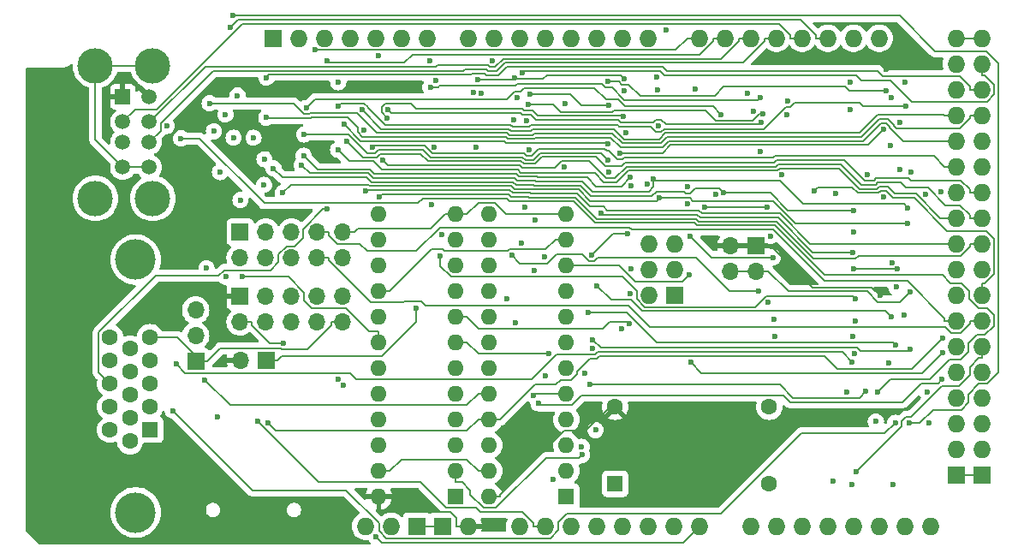
<source format=gbr>
%TF.GenerationSoftware,KiCad,Pcbnew,8.0.4+dfsg-1*%
%TF.CreationDate,2024-12-19T01:54:21-05:00*%
%TF.ProjectId,VGA_SRAM_Shield,5647415f-5352-4414-9d5f-536869656c64,rev?*%
%TF.SameCoordinates,Original*%
%TF.FileFunction,Copper,L3,Inr*%
%TF.FilePolarity,Positive*%
%FSLAX46Y46*%
G04 Gerber Fmt 4.6, Leading zero omitted, Abs format (unit mm)*
G04 Created by KiCad (PCBNEW 8.0.4+dfsg-1) date 2024-12-19 01:54:21*
%MOMM*%
%LPD*%
G01*
G04 APERTURE LIST*
%TA.AperFunction,ComponentPad*%
%ADD10O,1.727200X1.727200*%
%TD*%
%TA.AperFunction,ComponentPad*%
%ADD11R,1.727200X1.727200*%
%TD*%
%TA.AperFunction,ComponentPad*%
%ADD12R,1.700000X1.700000*%
%TD*%
%TA.AperFunction,ComponentPad*%
%ADD13O,1.700000X1.700000*%
%TD*%
%TA.AperFunction,ComponentPad*%
%ADD14R,1.500000X1.500000*%
%TD*%
%TA.AperFunction,ComponentPad*%
%ADD15C,1.500000*%
%TD*%
%TA.AperFunction,ComponentPad*%
%ADD16C,3.500000*%
%TD*%
%TA.AperFunction,ComponentPad*%
%ADD17C,4.000000*%
%TD*%
%TA.AperFunction,ComponentPad*%
%ADD18R,1.600000X1.600000*%
%TD*%
%TA.AperFunction,ComponentPad*%
%ADD19C,1.600000*%
%TD*%
%TA.AperFunction,ComponentPad*%
%ADD20O,1.600000X1.600000*%
%TD*%
%TA.AperFunction,ViaPad*%
%ADD21C,0.600000*%
%TD*%
%TA.AperFunction,Conductor*%
%ADD22C,0.200000*%
%TD*%
G04 APERTURE END LIST*
D10*
%TO.N,3.3V*%
%TO.C,A1*%
X63195200Y-181991000D03*
%TO.N,5V*%
X65735200Y-181991000D03*
%TO.N,N/C*%
X93802200Y-154051000D03*
%TO.N,5V*%
X121615200Y-133731000D03*
X124155200Y-133731000D03*
%TO.N,Net-(J1-Pin_2)*%
X78435200Y-181991000D03*
%TO.N,Net-(J1-Pin_3)*%
X80975200Y-181991000D03*
%TO.N,Net-(J1-Pin_4)*%
X83515200Y-181991000D03*
%TO.N,Net-(J1-Pin_5)*%
X86055200Y-181991000D03*
%TO.N,Net-(J1-Pin_9)*%
X88595200Y-181991000D03*
%TO.N,Net-(J1-Pin_8)*%
X91135200Y-181991000D03*
%TO.N,Net-(J1-Pin_7)*%
X93675200Y-181991000D03*
%TO.N,Net-(J1-Pin_6)*%
X96215200Y-181991000D03*
%TO.N,DATA11*%
X101295200Y-181991000D03*
%TO.N,DATA12*%
X103835200Y-181991000D03*
%TO.N,DATA13*%
X106375200Y-181991000D03*
%TO.N,DATA14*%
X108915200Y-181991000D03*
%TO.N,unconnected-(A1-CANRX-PadCANR)*%
X116535200Y-181991000D03*
%TO.N,unconnected-(A1-CANTX-PadCANT)*%
X119075200Y-181991000D03*
%TO.N,unconnected-(A1-D0{slash}RX0-PadD0)*%
X91135200Y-133731000D03*
%TO.N,unconnected-(A1-D1{slash}TX0-PadD1)*%
X88595200Y-133731000D03*
%TO.N,/MCU OE*%
X86055200Y-133731000D03*
%TO.N,/MCU CE*%
X83515200Y-133731000D03*
%TO.N,/MCU WE*%
X80975200Y-133731000D03*
%TO.N,RESOLUTION*%
X78435200Y-133731000D03*
%TO.N,Net-(A1-PadD6)*%
X75895200Y-133731000D03*
%TO.N,Net-(A1-PadD7)*%
X73355200Y-133731000D03*
%TO.N,D0*%
X69291200Y-133731000D03*
%TO.N,D1*%
X66751200Y-133731000D03*
%TO.N,SD_CS*%
X64211200Y-133731000D03*
%TO.N,MCUMEMADDR7*%
X61671200Y-133731000D03*
%TO.N,MCUMEMADDR8*%
X59131200Y-133731000D03*
%TO.N,D2*%
X56591200Y-133731000D03*
%TO.N,MCUMEMADDR4*%
X96215200Y-133731000D03*
%TO.N,MCUMEMADDR5*%
X98755200Y-133731000D03*
%TO.N,Net-(A1-D16{slash}TX2)*%
X101295200Y-133731000D03*
%TO.N,Net-(A1-D17{slash}RX2)*%
X103835200Y-133731000D03*
%TO.N,Net-(A1-D18{slash}TX1)*%
X106375200Y-133731000D03*
%TO.N,Net-(A1-D19{slash}RX1)*%
X108915200Y-133731000D03*
%TO.N,unconnected-(A1-D20{slash}SDA-PadD20)*%
X111455200Y-133731000D03*
%TO.N,unconnected-(A1-D21{slash}SCL-PadD21)*%
X113995200Y-133731000D03*
%TO.N,~{SCREEN_VISIBLE}*%
X121615200Y-136271000D03*
%TO.N,~{V_VISIBLE}*%
X124155200Y-136271000D03*
%TO.N,H_VISIBLE*%
X121615200Y-138811000D03*
%TO.N,MCUMEMADDR0*%
X124155200Y-138811000D03*
%TO.N,MCUMEMADDR1*%
X121615200Y-141351000D03*
%TO.N,MCUMEMADDR2*%
X124155200Y-141351000D03*
%TO.N,MCUMEMADDR3*%
X121615200Y-143891000D03*
%TO.N,MCUMEMADDR6*%
X124155200Y-143891000D03*
%TO.N,MCUMEMADDR9*%
X121615200Y-146431000D03*
%TO.N,D3*%
X124155200Y-146431000D03*
%TO.N,MCUMEMADDR10*%
X121615200Y-148971000D03*
%TO.N,MCUMEMADDR11*%
X124155200Y-148971000D03*
%TO.N,MCUMEMADDR12*%
X121615200Y-151511000D03*
%TO.N,MCUMEMADDR13*%
X124155200Y-151511000D03*
%TO.N,MCUMEMADDR14*%
X121615200Y-154051000D03*
%TO.N,MCUMEMADDR15*%
X124155200Y-154051000D03*
%TO.N,MCUMEMADDR16*%
X121615200Y-156591000D03*
%TO.N,MCUMEMADDR17*%
X124155200Y-156591000D03*
%TO.N,MCUMEMADDR18*%
X121615200Y-159131000D03*
%TO.N,MCUMEMADDR19*%
X124155200Y-159131000D03*
%TO.N,D4*%
X121615200Y-161671000D03*
%TO.N,D5*%
X124155200Y-161671000D03*
%TO.N,DATA7*%
X121615200Y-164211000D03*
%TO.N,DATA6*%
X124155200Y-164211000D03*
%TO.N,DATA5*%
X121615200Y-166751000D03*
%TO.N,DATA4*%
X124155200Y-166751000D03*
%TO.N,DATA3*%
X121615200Y-169291000D03*
%TO.N,DATA2*%
X124155200Y-169291000D03*
%TO.N,DATA1*%
X121615200Y-171831000D03*
%TO.N,DATA0*%
X124155200Y-171831000D03*
%TO.N,DATA15*%
X121615200Y-174371000D03*
%TO.N,DATA8*%
X124155200Y-174371000D03*
%TO.N,DATA9*%
X111455200Y-181991000D03*
%TO.N,DATA10*%
X113995200Y-181991000D03*
D11*
%TO.N,GND*%
X54051200Y-133731000D03*
X68275200Y-181991000D03*
X70815200Y-181991000D03*
%TO.N,N/C*%
X93802200Y-159131000D03*
%TO.N,GND*%
X121615200Y-176911000D03*
X124155200Y-176911000D03*
D10*
%TO.N,N/C*%
X91262200Y-154051000D03*
X93802200Y-156591000D03*
X91262200Y-159131000D03*
X91262200Y-156591000D03*
%TO.N,PWR*%
X73355200Y-181991000D03*
%TD*%
D12*
%TO.N,PWR*%
%TO.C,J2*%
X101845500Y-154231800D03*
D13*
X99305500Y-154231800D03*
%TO.N,GND*%
X101845500Y-156771800D03*
X99305500Y-156771800D03*
%TD*%
D12*
%TO.N,GND*%
%TO.C,J6*%
X46400000Y-165700000D03*
D13*
%TO.N,Net-(J6-Pin_2)*%
X46400000Y-163160000D03*
X46400000Y-160620000D03*
%TD*%
D12*
%TO.N,PWR*%
%TO.C,J1*%
X50800000Y-159258000D03*
D13*
%TO.N,Net-(J1-Pin_2)*%
X50800000Y-161798000D03*
%TO.N,Net-(J1-Pin_3)*%
X53340000Y-159258000D03*
%TO.N,Net-(J1-Pin_4)*%
X53340000Y-161798000D03*
%TO.N,Net-(J1-Pin_5)*%
X55880000Y-159258000D03*
%TO.N,Net-(J1-Pin_6)*%
X55880000Y-161798000D03*
%TO.N,Net-(J1-Pin_7)*%
X58420000Y-159258000D03*
%TO.N,Net-(J1-Pin_8)*%
X58420000Y-161798000D03*
%TO.N,Net-(J1-Pin_9)*%
X60960000Y-159258000D03*
%TO.N,GND*%
X60960000Y-161798000D03*
%TD*%
D14*
%TO.N,PWR*%
%TO.C,J5*%
X39194300Y-139502000D03*
D15*
%TO.N,Net-(A1-D18{slash}TX1)*%
X39194300Y-142002000D03*
%TO.N,Net-(A1-D19{slash}RX1)*%
X39194300Y-144002000D03*
%TO.N,GND*%
X39194300Y-146502000D03*
%TO.N,PWR*%
X41814300Y-139502000D03*
%TO.N,Net-(A1-D16{slash}TX2)*%
X41814300Y-142002000D03*
%TO.N,Net-(A1-D17{slash}RX2)*%
X41814300Y-144002000D03*
%TO.N,GND*%
X41814300Y-146502000D03*
D16*
X36484300Y-136432000D03*
X36484300Y-149572000D03*
X42164300Y-136432000D03*
X42164300Y-149572000D03*
%TD*%
D17*
%TO.N,N/C*%
%TO.C,J3*%
X40470000Y-155633000D03*
X40470000Y-180633000D03*
D18*
%TO.N,Net-(J3-Pad1)*%
X41890000Y-172448000D03*
D19*
%TO.N,Net-(J3-Pad2)*%
X41890000Y-170158000D03*
%TO.N,Net-(J3-Pad3)*%
X41890000Y-167868000D03*
%TO.N,unconnected-(J3-Pad4)*%
X41890000Y-165578000D03*
%TO.N,GND*%
X41890000Y-163288000D03*
X39910000Y-173593000D03*
X39910000Y-171303000D03*
X39910000Y-169013000D03*
%TO.N,unconnected-(J3-Pad9)*%
X39910000Y-166723000D03*
%TO.N,GND*%
X39910000Y-164433000D03*
%TO.N,unconnected-(J3-Pad11)*%
X37930000Y-172448000D03*
%TO.N,unconnected-(J3-Pad12)*%
X37930000Y-170158000D03*
%TO.N,Net-(J3-Pad13)*%
X37930000Y-167868000D03*
%TO.N,Net-(J3-Pad14)*%
X37930000Y-165578000D03*
%TO.N,unconnected-(J3-Pad15)*%
X37930000Y-163288000D03*
%TD*%
D18*
%TO.N,unconnected-(X1-NC-Pad1)*%
%TO.C,X1*%
X87884000Y-177800000D03*
D19*
%TO.N,GND*%
X103124000Y-177800000D03*
%TO.N,H_CLK*%
X103124000Y-170180000D03*
%TO.N,PWR*%
X87884000Y-170180000D03*
%TD*%
D18*
%TO.N,A0*%
%TO.C,U8*%
X72136000Y-179070000D03*
D20*
%TO.N,A1*%
X72136000Y-176530000D03*
%TO.N,A2*%
X72136000Y-173990000D03*
%TO.N,A3*%
X72136000Y-171450000D03*
%TO.N,A4*%
X72136000Y-168910000D03*
%TO.N,A5*%
X72136000Y-166370000D03*
%TO.N,A6*%
X72136000Y-163830000D03*
%TO.N,A7*%
X72136000Y-161290000D03*
%TO.N,A8*%
X72136000Y-158750000D03*
%TO.N,A9*%
X72136000Y-156210000D03*
%TO.N,unconnected-(U8-I11-Pad11)*%
X72136000Y-153670000D03*
%TO.N,GND*%
X72136000Y-151130000D03*
%TO.N,unconnected-(U8-I13-Pad13)*%
X64516000Y-151130000D03*
%TO.N,unconnected-(U8-IO14-Pad14)*%
X64516000Y-153670000D03*
%TO.N,unconnected-(U8-IO15-Pad15)*%
X64516000Y-156210000D03*
%TO.N,H_VISIBLE*%
X64516000Y-158750000D03*
%TO.N,unconnected-(U8-IO17-Pad17)*%
X64516000Y-161290000D03*
%TO.N,~{H_SYNC}*%
X64516000Y-163830000D03*
%TO.N,unconnected-(U8-IO19-Pad19)*%
X64516000Y-166370000D03*
%TO.N,Net-(U3-~{MR})*%
X64516000Y-168910000D03*
%TO.N,unconnected-(U8-IO21-Pad21)*%
X64516000Y-171450000D03*
%TO.N,unconnected-(U8-IO22-Pad22)*%
X64516000Y-173990000D03*
%TO.N,Net-(U8-IO23)*%
X64516000Y-176530000D03*
%TO.N,PWR*%
X64516000Y-179070000D03*
%TD*%
D12*
%TO.N,RESOLUTION*%
%TO.C,JP1*%
X53345000Y-165608000D03*
D13*
%TO.N,PWR*%
X50805000Y-165608000D03*
%TD*%
D18*
%TO.N,Net-(U5-Q0)*%
%TO.C,U9*%
X83058000Y-179070000D03*
D20*
%TO.N,A10*%
X83058000Y-176530000D03*
%TO.N,A11*%
X83058000Y-173990000D03*
%TO.N,A12*%
X83058000Y-171450000D03*
%TO.N,A13*%
X83058000Y-168910000D03*
%TO.N,A14*%
X83058000Y-166370000D03*
%TO.N,A15*%
X83058000Y-163830000D03*
%TO.N,A16*%
X83058000Y-161290000D03*
%TO.N,A17*%
X83058000Y-158750000D03*
%TO.N,A18*%
X83058000Y-156210000D03*
%TO.N,H_VISIBLE*%
X83058000Y-153670000D03*
%TO.N,GND*%
X83058000Y-151130000D03*
%TO.N,unconnected-(U9-I13-Pad13)*%
X75438000Y-151130000D03*
%TO.N,~{V_VISIBLE}*%
X75438000Y-153670000D03*
%TO.N,V_FRONT_PORCH*%
X75438000Y-156210000D03*
%TO.N,~{V_SYNC}*%
X75438000Y-158750000D03*
%TO.N,unconnected-(U9-IO17-Pad17)*%
X75438000Y-161290000D03*
%TO.N,unconnected-(U9-IO18-Pad18)*%
X75438000Y-163830000D03*
%TO.N,unconnected-(U9-IO19-Pad19)*%
X75438000Y-166370000D03*
%TO.N,~{V_RESET}*%
X75438000Y-168910000D03*
%TO.N,~{SCREEN_VISIBLE}*%
X75438000Y-171450000D03*
%TO.N,unconnected-(U9-IO22-Pad22)*%
X75438000Y-173990000D03*
%TO.N,Net-(U8-IO23)*%
X75438000Y-176530000D03*
%TO.N,PWR*%
X75438000Y-179070000D03*
%TD*%
D12*
%TO.N,5V*%
%TO.C,J7*%
X50800000Y-152908000D03*
D13*
%TO.N,3.3V*%
X50800000Y-155448000D03*
%TO.N,D0*%
X53340000Y-152908000D03*
%TO.N,D1*%
X53340000Y-155448000D03*
%TO.N,D2*%
X55880000Y-152908000D03*
%TO.N,D3*%
X55880000Y-155448000D03*
%TO.N,D4*%
X58420000Y-152908000D03*
%TO.N,D5*%
X58420000Y-155448000D03*
%TO.N,GND*%
X60960000Y-152908000D03*
X60960000Y-155448000D03*
%TD*%
D21*
%TO.N,PWR*%
X114055200Y-159155600D03*
X104530900Y-135981300D03*
X44476700Y-148532700D03*
X114654400Y-136810000D03*
X75756000Y-135966900D03*
%TO.N,Net-(U3-~{MR})*%
X74295400Y-137840300D03*
X77938700Y-137629300D03*
X88781100Y-137705700D03*
%TO.N,H_VISIBLE*%
X50832300Y-149730400D03*
%TO.N,~{H_SYNC}*%
X50975300Y-157305200D03*
%TO.N,~{V_RESET}*%
X78033700Y-161844200D03*
X47329200Y-167540000D03*
X78187800Y-139634000D03*
X47468800Y-156462800D03*
%TO.N,~{SCREEN_VISIBLE}*%
X120251800Y-163422900D03*
X49384100Y-157325300D03*
X53560100Y-171777500D03*
%TO.N,Net-(J1-Pin_2)*%
X55097300Y-163866100D03*
%TO.N,GND*%
X117021500Y-158853200D03*
X109686700Y-149069600D03*
%TO.N,~{V_VISIBLE}*%
X78706500Y-137167300D03*
%TO.N,Net-(A1-D19{slash}RX1)*%
X49866100Y-132620600D03*
%TO.N,SD_CS*%
X48598500Y-171178900D03*
%TO.N,Net-(J1-Pin_6)*%
X64225000Y-183025000D03*
%TO.N,Net-(J3-Pad2)*%
X49343200Y-141275600D03*
%TO.N,Net-(J3-Pad13)*%
X59386600Y-150633400D03*
%TO.N,Net-(J3-Pad1)*%
X48202500Y-142937100D03*
%TO.N,Net-(U2-B0)*%
X53167600Y-148220900D03*
%TO.N,Net-(U2-B1)*%
X111325700Y-165759600D03*
X110807800Y-168690500D03*
X44481100Y-165973700D03*
%TO.N,Net-(U2-B2)*%
X70763700Y-153166600D03*
X112658900Y-168683400D03*
X85392000Y-167966700D03*
%TO.N,Net-(U2-B3)*%
X113665000Y-171644800D03*
X102062300Y-158720300D03*
X77673000Y-155218000D03*
%TO.N,Net-(U2-B4)*%
X113848100Y-168699100D03*
X44957200Y-143642000D03*
%TO.N,Net-(U2-B5)*%
X50114000Y-131516200D03*
X116942600Y-171779900D03*
%TO.N,Net-(U2-B6)*%
X115588700Y-171756500D03*
X50546000Y-139394000D03*
X44146700Y-170580200D03*
%TO.N,Net-(U2-B7)*%
X43548900Y-142413200D03*
X118874900Y-171760900D03*
%TO.N,MEMADDR0*%
X85538500Y-155172600D03*
X89070500Y-153029400D03*
X88764300Y-138937600D03*
%TO.N,MEMADDR13*%
X79409100Y-144761400D03*
X85182700Y-160861400D03*
X115593100Y-164054100D03*
%TO.N,MEMADDR14*%
X69731100Y-150163700D03*
X120216700Y-167467800D03*
X80299800Y-169834100D03*
%TO.N,MEMADDR2*%
X87201400Y-144173600D03*
X61080900Y-142188300D03*
%TO.N,MEMADDR9*%
X111594100Y-159475600D03*
X70568100Y-155273900D03*
%TO.N,MEMADDR10*%
X82879200Y-146481300D03*
X86070700Y-158193000D03*
X115188500Y-161306300D03*
%TO.N,MEMADDR11*%
X117019700Y-164505800D03*
X85659400Y-163554600D03*
X79841900Y-156729100D03*
X79945800Y-151730900D03*
%TO.N,DATA6*%
X111687900Y-176601000D03*
X115690300Y-158339700D03*
%TO.N,MEMADDR5*%
X91681100Y-147642100D03*
X116832500Y-150484000D03*
X56865700Y-146277200D03*
%TO.N,MEMADDR4*%
X57080000Y-145345400D03*
X89403800Y-147460600D03*
%TO.N,/MCU CE*%
X103480900Y-155399400D03*
X95272500Y-153276200D03*
%TO.N,MEMADDR12*%
X120245700Y-164819500D03*
X95340900Y-165797100D03*
%TO.N,MEMADDR3*%
X87140800Y-145774000D03*
X57139600Y-143245800D03*
%TO.N,Net-(J1-Pin_3)*%
X52496700Y-171595000D03*
%TO.N,~{OE}*%
X111637200Y-161693800D03*
X111431700Y-152884000D03*
%TO.N,MEMADDR7*%
X116818400Y-152084000D03*
X92276300Y-149524500D03*
X55008800Y-149041600D03*
%TO.N,MEMADDR18*%
X111534700Y-164951400D03*
X116059200Y-146752200D03*
%TO.N,MEMADDR16*%
X104940300Y-139937300D03*
X103277600Y-153290400D03*
%TO.N,MEMADDR17*%
X103010100Y-159863300D03*
X117134000Y-146972600D03*
%TO.N,MEMADDR19*%
X111374600Y-163183500D03*
X112783100Y-147184400D03*
%TO.N,MEMADDR8*%
X118615000Y-149210900D03*
X70170400Y-137948000D03*
X69572600Y-135947500D03*
%TO.N,MEMADDR1*%
X98364600Y-141267800D03*
X57366600Y-140613900D03*
%TO.N,MEMADDR6*%
X98608400Y-149031800D03*
X54091800Y-146590900D03*
X111431700Y-150754300D03*
%TO.N,~{VGA_OUT}*%
X114965100Y-165813600D03*
%TO.N,A1*%
X116052600Y-142052900D03*
X101541400Y-140981700D03*
X84604700Y-174943000D03*
%TO.N,A2*%
X115066300Y-144309200D03*
X82945200Y-140164600D03*
X84567300Y-174131900D03*
X104394200Y-147195700D03*
%TO.N,A0*%
X87142500Y-138005600D03*
X114686500Y-138917400D03*
X85939400Y-172473600D03*
%TO.N,A3*%
X89445900Y-156561600D03*
X114452200Y-142708800D03*
X88340200Y-145129300D03*
%TO.N,H_CLK*%
X92172900Y-142386100D03*
X95028400Y-150138400D03*
%TO.N,A6*%
X87214100Y-146974300D03*
X88529200Y-162459400D03*
X104892500Y-141290000D03*
X81336500Y-164934200D03*
%TO.N,A4*%
X89388800Y-158996400D03*
X85681000Y-164433900D03*
X88968300Y-143079900D03*
%TO.N,A5*%
X77138400Y-159515600D03*
X102496300Y-141224500D03*
X79249700Y-140269500D03*
%TO.N,A7*%
X89448000Y-148293000D03*
X89252100Y-161944600D03*
X102271600Y-144894200D03*
%TO.N,A8*%
X92012300Y-137607300D03*
X73838500Y-139101400D03*
%TO.N,A9*%
X74644700Y-139143900D03*
X92090400Y-138807600D03*
%TO.N,Net-(U5-Q0)*%
X81718700Y-177324200D03*
X79128600Y-141902100D03*
%TO.N,Net-(A1-PadD6)*%
X61038700Y-168061800D03*
%TO.N,A10*%
X84880900Y-166855300D03*
X87214900Y-140406200D03*
X79439800Y-139298000D03*
%TO.N,A11*%
X65340800Y-141614800D03*
X88704600Y-141443200D03*
%TO.N,A12*%
X77883600Y-141791600D03*
X81024600Y-167150100D03*
X80891400Y-155367100D03*
%TO.N,A13*%
X79821000Y-169042000D03*
X70017500Y-144502800D03*
%TO.N,A15*%
X78915500Y-150427700D03*
%TO.N,A14*%
X74132500Y-144502800D03*
%TO.N,RESOLUTION*%
X68166500Y-160425100D03*
%TO.N,A16*%
X91052900Y-148173900D03*
X111152400Y-138048700D03*
%TO.N,A18*%
X95170200Y-157119400D03*
X111154900Y-140762300D03*
X78650600Y-153976600D03*
%TO.N,A17*%
X115183600Y-139564900D03*
X95015000Y-148394800D03*
X92958000Y-132923700D03*
%TO.N,/MCU WE*%
X111392300Y-154889200D03*
X86488500Y-150991600D03*
%TO.N,DATA7*%
X109441600Y-177513900D03*
X115265200Y-155903600D03*
%TO.N,~{TIMING ADDR}*%
X120098900Y-148912800D03*
X116553000Y-138080000D03*
%TO.N,Net-(U16-Pad8)*%
X111446100Y-156565600D03*
X115774300Y-156565600D03*
%TO.N,Net-(A1-PadD7)*%
X60480600Y-167461600D03*
%TO.N,DATA3*%
X118712300Y-168694400D03*
X116485100Y-161096000D03*
%TO.N,D2*%
X63014900Y-142777300D03*
%TO.N,DATA5*%
X111306200Y-177899100D03*
X103581500Y-161501700D03*
%TO.N,/MCU OE*%
X102935200Y-150456100D03*
X96700700Y-150456100D03*
%TO.N,MCUMEMADDR1*%
X62828100Y-140771700D03*
%TO.N,DATA2*%
X115351900Y-177895700D03*
%TO.N,MCUMEMADDR17*%
X95771300Y-138728800D03*
%TO.N,MCUMEMADDR10*%
X116626800Y-140470100D03*
X60497200Y-140441900D03*
%TO.N,Net-(U1-~{WE})*%
X103655900Y-163219500D03*
%TO.N,Net-(U11-CE)*%
X102202800Y-139604600D03*
X97808200Y-149209300D03*
X69616300Y-138556700D03*
%TO.N,MCUMEMADDR4*%
X50149400Y-143572700D03*
X58237400Y-134894800D03*
%TO.N,MCUMEMADDR7*%
X48800400Y-146970000D03*
%TO.N,MCUMEMADDR15*%
X64588600Y-149402100D03*
%TO.N,MCUMEMADDR18*%
X114413800Y-149417900D03*
%TO.N,MCUMEMADDR8*%
X60496300Y-138080000D03*
%TO.N,MCUMEMADDR6*%
X64481100Y-135494900D03*
X53207300Y-145700000D03*
%TO.N,MCUMEMADDR5*%
X59399800Y-135928700D03*
X52119500Y-143568200D03*
%TO.N,MCUMEMADDR9*%
X63901600Y-144502800D03*
%TO.N,MCUMEMADDR3*%
X53387300Y-141584300D03*
%TO.N,MCUMEMADDR11*%
X61302000Y-143893500D03*
%TO.N,MCUMEMADDR14*%
X63245500Y-148856200D03*
%TO.N,MCUMEMADDR0*%
X53393300Y-137632600D03*
%TO.N,MCUMEMADDR2*%
X47792200Y-140162300D03*
%TO.N,MCUMEMADDR16*%
X101002500Y-139204500D03*
%TO.N,MCUMEMADDR12*%
X60481600Y-144770500D03*
%TO.N,MCUMEMADDR19*%
X107578700Y-148811800D03*
%TO.N,MCUMEMADDR13*%
X64893600Y-145774100D03*
%TO.N,A19*%
X102305600Y-142068000D03*
X65425300Y-140812100D03*
%TD*%
D22*
%TO.N,Net-(U2-B6)*%
X65262721Y-183164100D02*
X81470800Y-183164100D01*
%TO.N,Net-(J1-Pin_6)*%
X64817400Y-183617400D02*
X64225000Y-183025000D01*
%TO.N,Net-(U2-B6)*%
X81470800Y-183164100D02*
X82245200Y-182389700D01*
%TO.N,Net-(J1-Pin_6)*%
X96215200Y-181991000D02*
X94588800Y-183617400D01*
%TO.N,Net-(U2-B6)*%
X82245200Y-182389700D02*
X82245200Y-181615200D01*
X114544500Y-172800700D02*
X115588700Y-171756500D01*
%TO.N,Net-(J1-Pin_6)*%
X94588800Y-183617400D02*
X64817400Y-183617400D01*
%TO.N,Net-(U2-B6)*%
X51997100Y-178430600D02*
X61280600Y-178430600D01*
X106323300Y-172800700D02*
X114544500Y-172800700D01*
X83112500Y-180747900D02*
X98376100Y-180747900D01*
X82245200Y-181615200D02*
X83112500Y-180747900D01*
X64571600Y-181721600D02*
X64571600Y-182472979D01*
X61280600Y-178430600D02*
X64571600Y-181721600D01*
X98376100Y-180747900D02*
X106323300Y-172800700D01*
X64571600Y-182472979D02*
X65262721Y-183164100D01*
X44146700Y-170580200D02*
X51997100Y-178430600D01*
%TO.N,PWR*%
X67120000Y-180573900D02*
X71597300Y-180573900D01*
X101845500Y-154231800D02*
X102995600Y-154231800D01*
X113265700Y-158366100D02*
X107401300Y-158366100D01*
X101845500Y-154231800D02*
X99305500Y-154231800D01*
X73355200Y-181991000D02*
X72191500Y-181991000D01*
X87884000Y-170180000D02*
X87377300Y-170180000D01*
X87377300Y-170180000D02*
X84999200Y-172558100D01*
X82837400Y-172558100D02*
X76538100Y-178857400D01*
X65616100Y-179070000D02*
X67120000Y-180573900D01*
X103267000Y-154231800D02*
X102995600Y-154231800D01*
X76538100Y-178857400D02*
X76538100Y-179070000D01*
X84999200Y-172558100D02*
X82837400Y-172558100D01*
X71597300Y-180573900D02*
X72191500Y-181168100D01*
X107401300Y-158366100D02*
X103267000Y-154231800D01*
X64516000Y-179070000D02*
X65616100Y-179070000D01*
X114055200Y-159155600D02*
X113265700Y-158366100D01*
X75438000Y-179070000D02*
X76538100Y-179070000D01*
X72191500Y-181168100D02*
X72191500Y-181991000D01*
%TO.N,Net-(U3-~{MR})*%
X77938700Y-137629300D02*
X78076800Y-137767400D01*
X88442900Y-137367500D02*
X88781100Y-137705700D01*
X81114200Y-137367500D02*
X88442900Y-137367500D01*
X77727700Y-137840300D02*
X77938700Y-137629300D01*
X80714300Y-137767400D02*
X81114200Y-137367500D01*
X74295400Y-137840300D02*
X77727700Y-137840300D01*
X78076800Y-137767400D02*
X80714300Y-137767400D01*
%TO.N,H_VISIBLE*%
X82508000Y-153670000D02*
X82718400Y-153670000D01*
X71018100Y-154785700D02*
X70843300Y-154610900D01*
X77256700Y-154785700D02*
X71018100Y-154785700D01*
X82508000Y-153670000D02*
X81957900Y-153670000D01*
X81957900Y-153670000D02*
X81010000Y-154617900D01*
X64516000Y-158750000D02*
X65616100Y-158750000D01*
X81010000Y-154617900D02*
X77424500Y-154617900D01*
X83058000Y-153670000D02*
X82718400Y-153670000D01*
X77424500Y-154617900D02*
X77256700Y-154785700D01*
X69755200Y-154610900D02*
X65616100Y-158750000D01*
X70843300Y-154610900D02*
X69755200Y-154610900D01*
%TO.N,~{H_SYNC}*%
X64516000Y-162729900D02*
X63564200Y-162729900D01*
X57150000Y-159676400D02*
X57150000Y-158892000D01*
X55563200Y-157305200D02*
X50975300Y-157305200D01*
X57150000Y-158892000D02*
X55563200Y-157305200D01*
X61242500Y-160408200D02*
X57881800Y-160408200D01*
X57881800Y-160408200D02*
X57150000Y-159676400D01*
X64516000Y-163830000D02*
X64516000Y-162729900D01*
X63564200Y-162729900D02*
X61242500Y-160408200D01*
%TO.N,~{V_RESET}*%
X73226700Y-170021200D02*
X74337900Y-168910000D01*
X75438000Y-168910000D02*
X74337900Y-168910000D01*
X49810400Y-170021200D02*
X73226700Y-170021200D01*
X47329200Y-167540000D02*
X49810400Y-170021200D01*
%TO.N,~{SCREEN_VISIBLE}*%
X108571100Y-165181400D02*
X109836000Y-166446300D01*
X75438000Y-171450000D02*
X74337900Y-171450000D01*
X82475300Y-167535400D02*
X83543000Y-167535400D01*
X73237200Y-172550700D02*
X74337900Y-171450000D01*
X84158200Y-166662400D02*
X85386500Y-165434100D01*
X117228400Y-166446300D02*
X120251800Y-163422900D01*
X53560100Y-171777500D02*
X54333300Y-172550700D01*
X84158200Y-166920200D02*
X84158200Y-166662400D01*
X86095300Y-165434100D02*
X86348000Y-165181400D01*
X86348000Y-165181400D02*
X108571100Y-165181400D01*
X75438000Y-171450000D02*
X76538100Y-171450000D01*
X76538100Y-171450000D02*
X80008300Y-167979800D01*
X83543000Y-167535400D02*
X84158200Y-166920200D01*
X80008300Y-167979800D02*
X82030900Y-167979800D01*
X109836000Y-166446300D02*
X117228400Y-166446300D01*
X82030900Y-167979800D02*
X82475300Y-167535400D01*
X85386500Y-165434100D02*
X86095300Y-165434100D01*
X54333300Y-172550700D02*
X73237200Y-172550700D01*
%TO.N,Net-(J1-Pin_2)*%
X51950100Y-161798000D02*
X51950100Y-162085500D01*
X50800000Y-161798000D02*
X51950100Y-161798000D01*
X53730700Y-163866100D02*
X55097300Y-163866100D01*
X51950100Y-162085500D02*
X53730700Y-163866100D01*
%TO.N,GND*%
X39194300Y-146502000D02*
X36484300Y-143792000D01*
X113840300Y-159796200D02*
X116078500Y-159796200D01*
X112810400Y-158766300D02*
X113840300Y-159796200D01*
X81957900Y-151130000D02*
X77087400Y-151130000D01*
X48850300Y-164399800D02*
X47550100Y-165700000D01*
X75978500Y-150021100D02*
X74345000Y-150021100D01*
X104990100Y-158766300D02*
X112810400Y-158766300D01*
X62471000Y-152547100D02*
X69618800Y-152547100D01*
X74345000Y-150021100D02*
X73236100Y-151130000D01*
X102995600Y-156771800D02*
X104990100Y-158766300D01*
X116078500Y-159796200D02*
X117021500Y-158853200D01*
X36484300Y-143792000D02*
X36484300Y-136432000D01*
X44563100Y-163288000D02*
X41890000Y-163288000D01*
X77087400Y-151130000D02*
X75978500Y-150021100D01*
X72136000Y-151130000D02*
X71035900Y-151130000D01*
X54782300Y-164399800D02*
X48850300Y-164399800D01*
X72136000Y-151130000D02*
X73236100Y-151130000D01*
X39194300Y-146502000D02*
X41814300Y-146502000D01*
X54871900Y-164489400D02*
X54782300Y-164399800D01*
X59809900Y-162085500D02*
X57406000Y-164489400D01*
X60960000Y-161798000D02*
X59809900Y-161798000D01*
X62110100Y-152908000D02*
X62471000Y-152547100D01*
X46975100Y-165700000D02*
X47550100Y-165700000D01*
X121615200Y-176911000D02*
X124155200Y-176911000D01*
X83058000Y-151130000D02*
X81957900Y-151130000D01*
X46400000Y-165700000D02*
X46975100Y-165700000D01*
X69618800Y-152547100D02*
X71035900Y-151130000D01*
X46975100Y-165700000D02*
X44563100Y-163288000D01*
X99305500Y-156771800D02*
X101845500Y-156771800D01*
X60960000Y-152908000D02*
X62110100Y-152908000D01*
X59809900Y-161798000D02*
X59809900Y-162085500D01*
X101845500Y-156771800D02*
X102995600Y-156771800D01*
X57406000Y-164489400D02*
X54871900Y-164489400D01*
X36484300Y-136432000D02*
X42164300Y-136432000D01*
X68275200Y-181991000D02*
X70815200Y-181991000D01*
%TO.N,~{V_VISIBLE}*%
X78706500Y-137167300D02*
X78906600Y-136967200D01*
X124426400Y-137434700D02*
X124155200Y-137434700D01*
X92312300Y-136967200D02*
X92712500Y-137367400D01*
X112265400Y-137880200D02*
X115132400Y-137880200D01*
X117236700Y-139984500D02*
X124643900Y-139984500D01*
X124643900Y-139984500D02*
X125365000Y-139263400D01*
X125365000Y-139263400D02*
X125365000Y-138373300D01*
X115132400Y-137880200D02*
X117236700Y-139984500D01*
X78906600Y-136967200D02*
X92312300Y-136967200D01*
X124155200Y-136271000D02*
X124155200Y-137434700D01*
X92712500Y-137367400D02*
X111752600Y-137367400D01*
X125365000Y-138373300D02*
X124426400Y-137434700D01*
X111752600Y-137367400D02*
X112265400Y-137880200D01*
%TO.N,Net-(A1-D19{slash}RX1)*%
X107751500Y-133459800D02*
X107751500Y-133731000D01*
X108915200Y-133731000D02*
X107751500Y-133731000D01*
X106215000Y-131923300D02*
X107751500Y-133459800D01*
X49866100Y-132620600D02*
X50563400Y-131923300D01*
X50563400Y-131923300D02*
X106215000Y-131923300D01*
%TO.N,Net-(A1-D18{slash}TX1)*%
X40444300Y-140752000D02*
X42583300Y-140752000D01*
X105211500Y-133440100D02*
X105211500Y-133731000D01*
X42583300Y-140752000D02*
X51011800Y-132323500D01*
X51011800Y-132323500D02*
X104094900Y-132323500D01*
X106375200Y-133731000D02*
X105211500Y-133731000D01*
X104094900Y-132323500D02*
X105211500Y-133440100D01*
X39194300Y-142002000D02*
X40444300Y-140752000D01*
%TO.N,Net-(J3-Pad13)*%
X53764800Y-156668400D02*
X49192500Y-156668400D01*
X54610000Y-155060400D02*
X54610000Y-155823200D01*
X54610000Y-155823200D02*
X53764800Y-156668400D01*
X57030200Y-153469100D02*
X56201500Y-154297800D01*
X48627700Y-157233200D02*
X42429000Y-157233200D01*
X59386600Y-150633400D02*
X58995600Y-150633400D01*
X57030200Y-152598800D02*
X57030200Y-153469100D01*
X49192500Y-156668400D02*
X48627700Y-157233200D01*
X56201500Y-154297800D02*
X55372600Y-154297800D01*
X58995600Y-150633400D02*
X57030200Y-152598800D01*
X55372600Y-154297800D02*
X54610000Y-155060400D01*
X42429000Y-157233200D02*
X36821200Y-162841000D01*
X36821200Y-162841000D02*
X36821200Y-166759200D01*
X36821200Y-166759200D02*
X37930000Y-167868000D01*
%TO.N,Net-(U2-B1)*%
X82098600Y-165034000D02*
X79651200Y-167481400D01*
X85929600Y-165034000D02*
X82098600Y-165034000D01*
X86182300Y-164781300D02*
X85929600Y-165034000D01*
X79651200Y-167481400D02*
X62271700Y-167481400D01*
X45366100Y-166858700D02*
X44481100Y-165973700D01*
X62271700Y-167481400D02*
X61649000Y-166858700D01*
X61649000Y-166858700D02*
X45366100Y-166858700D01*
X111325700Y-165759600D02*
X110347400Y-164781300D01*
X110347400Y-164781300D02*
X86182300Y-164781300D01*
%TO.N,Net-(U2-B2)*%
X112024700Y-169317600D02*
X112658900Y-168683400D01*
X105494200Y-169317600D02*
X112024700Y-169317600D01*
X85392000Y-167966700D02*
X104143300Y-167966700D01*
X104143300Y-167966700D02*
X105494200Y-169317600D01*
%TO.N,Net-(U2-B3)*%
X99226600Y-158720300D02*
X102062300Y-158720300D01*
X85787000Y-155772700D02*
X86154500Y-155405200D01*
X86154500Y-155405200D02*
X95911500Y-155405200D01*
X82067100Y-155104400D02*
X84621700Y-155104400D01*
X77673000Y-155218000D02*
X78452900Y-155997900D01*
X95911500Y-155405200D02*
X99226600Y-158720300D01*
X81173600Y-155997900D02*
X82067100Y-155104400D01*
X85290000Y-155772700D02*
X85787000Y-155772700D01*
X84621700Y-155104400D02*
X85290000Y-155772700D01*
X78452900Y-155997900D02*
X81173600Y-155997900D01*
%TO.N,Net-(U2-B4)*%
X123791300Y-160424300D02*
X122885200Y-159518200D01*
X79164100Y-149827600D02*
X77402900Y-149827600D01*
X115079400Y-167467800D02*
X118987200Y-167467800D01*
X125319500Y-162173400D02*
X125319500Y-161104800D01*
X123628300Y-163047200D02*
X124445700Y-163047200D01*
X122779000Y-164737900D02*
X122779000Y-163896500D01*
X79218600Y-149882100D02*
X79164100Y-149827600D01*
X120974000Y-165481000D02*
X122035900Y-165481000D01*
X108567300Y-157165800D02*
X103658100Y-152256600D01*
X122885200Y-159518200D02*
X122885200Y-158710300D01*
X122779000Y-163896500D02*
X123628300Y-163047200D01*
X124445700Y-163047200D02*
X125319500Y-162173400D01*
X122035900Y-165481000D02*
X122779000Y-164737900D01*
X121064200Y-157967200D02*
X120262800Y-157165800D01*
X122142100Y-157967200D02*
X121064200Y-157967200D01*
X77402900Y-149827600D02*
X77138800Y-149563500D01*
X113848100Y-168699100D02*
X115079400Y-167467800D01*
X124639000Y-160424300D02*
X123791300Y-160424300D01*
X68370200Y-150029800D02*
X53172900Y-150029800D01*
X118987200Y-167467800D02*
X120974000Y-165481000D01*
X95955000Y-152256600D02*
X95690200Y-151991800D01*
X120262800Y-157165800D02*
X108567300Y-157165800D01*
X95690200Y-151991800D02*
X85866300Y-151991800D01*
X83756600Y-149882100D02*
X79218600Y-149882100D01*
X103658100Y-152256600D02*
X95955000Y-152256600D01*
X53172900Y-150029800D02*
X46785100Y-143642000D01*
X46785100Y-143642000D02*
X44957200Y-143642000D01*
X85866300Y-151991800D02*
X83756600Y-149882100D01*
X77138800Y-149563500D02*
X68836500Y-149563500D01*
X122885200Y-158710300D02*
X122142100Y-157967200D01*
X68836500Y-149563500D02*
X68370200Y-150029800D01*
X125319500Y-161104800D02*
X124639000Y-160424300D01*
%TO.N,Net-(U2-B5)*%
X50114000Y-131516200D02*
X116032000Y-131516200D01*
X124686000Y-167914800D02*
X123849100Y-167914800D01*
X119323300Y-170464000D02*
X118007400Y-171779900D01*
X122779000Y-168984900D02*
X122779000Y-169775800D01*
X122090800Y-170464000D02*
X119323300Y-170464000D01*
X125795000Y-166805800D02*
X124686000Y-167914800D01*
X122779000Y-169775800D02*
X122090800Y-170464000D01*
X119516800Y-135001000D02*
X124600700Y-135001000D01*
X123849100Y-167914800D02*
X122779000Y-168984900D01*
X118007400Y-171779900D02*
X116942600Y-171779900D01*
X124600700Y-135001000D02*
X125795000Y-136195300D01*
X116032000Y-131516200D02*
X119516800Y-135001000D01*
X125795000Y-136195300D02*
X125795000Y-166805800D01*
%TO.N,MEMADDR0*%
X87681700Y-153029400D02*
X89070500Y-153029400D01*
X85538500Y-155172600D02*
X87681700Y-153029400D01*
%TO.N,MEMADDR13*%
X115358700Y-163819700D02*
X115593100Y-164054100D01*
X89017800Y-160861400D02*
X91976100Y-163819700D01*
X91976100Y-163819700D02*
X115358700Y-163819700D01*
X85182700Y-160861400D02*
X89017800Y-160861400D01*
%TO.N,MEMADDR14*%
X80299800Y-169834100D02*
X80499500Y-170033800D01*
X116294100Y-169731000D02*
X118157200Y-167867900D01*
X119816600Y-167867900D02*
X120216700Y-167467800D01*
X118157200Y-167867900D02*
X119816600Y-167867900D01*
X84572000Y-169039500D02*
X104496400Y-169039500D01*
X105187900Y-169731000D02*
X116294100Y-169731000D01*
X83577700Y-170033800D02*
X84572000Y-169039500D01*
X80499500Y-170033800D02*
X83577700Y-170033800D01*
X104496400Y-169039500D02*
X105187900Y-169731000D01*
%TO.N,MEMADDR2*%
X87130400Y-144102600D02*
X87201400Y-144173600D01*
X77082800Y-144102600D02*
X87130400Y-144102600D01*
X61080900Y-142257700D02*
X62725800Y-143902600D01*
X62725800Y-143902600D02*
X76882800Y-143902600D01*
X76882800Y-143902600D02*
X77082800Y-144102600D01*
X61080900Y-142188300D02*
X61080900Y-142257700D01*
%TO.N,MEMADDR9*%
X111341100Y-159222600D02*
X102802200Y-159222600D01*
X90795100Y-160310400D02*
X90013100Y-159528400D01*
X90013100Y-158707700D02*
X88634600Y-157329200D01*
X71653500Y-157329200D02*
X70568100Y-156243800D01*
X111594100Y-159475600D02*
X111341100Y-159222600D01*
X90013100Y-159528400D02*
X90013100Y-158707700D01*
X70568100Y-156243800D02*
X70568100Y-155273900D01*
X102802200Y-159222600D02*
X101714400Y-160310400D01*
X88634600Y-157329200D02*
X71653500Y-157329200D01*
X101714400Y-160310400D02*
X90795100Y-160310400D01*
%TO.N,MEMADDR10*%
X114592700Y-160710500D02*
X115188500Y-161306300D01*
X87474200Y-159596500D02*
X89450300Y-159596500D01*
X90564300Y-160710500D02*
X114592700Y-160710500D01*
X89450300Y-159596500D02*
X90564300Y-160710500D01*
X86070700Y-158193000D02*
X87474200Y-159596500D01*
%TO.N,MEMADDR11*%
X117019700Y-164505800D02*
X116856300Y-164669200D01*
X86456100Y-164351300D02*
X85659400Y-163554600D01*
X111783300Y-164351300D02*
X86456100Y-164351300D01*
X112101200Y-164669200D02*
X111783300Y-164351300D01*
X116856300Y-164669200D02*
X112101200Y-164669200D01*
%TO.N,DATA6*%
X116188900Y-171624700D02*
X116188900Y-172100000D01*
X116188900Y-172100000D02*
X111687900Y-176601000D01*
X124155200Y-164211000D02*
X124155200Y-165374700D01*
X122991500Y-167023300D02*
X121887600Y-168127200D01*
X121887600Y-168127200D02*
X120161700Y-168127200D01*
X122991500Y-166247400D02*
X122991500Y-167023300D01*
X120161700Y-168127200D02*
X117139200Y-171149700D01*
X123864200Y-165374700D02*
X122991500Y-166247400D01*
X116663900Y-171149700D02*
X116188900Y-171624700D01*
X117139200Y-171149700D02*
X116663900Y-171149700D01*
X124155200Y-165374700D02*
X123864200Y-165374700D01*
%TO.N,MEMADDR5*%
X91681100Y-147794700D02*
X91681100Y-147642100D01*
X106433800Y-150083900D02*
X116432400Y-150083900D01*
X63923900Y-147554200D02*
X63461700Y-147092000D01*
X77958500Y-147554200D02*
X63923900Y-147554200D01*
X91681100Y-147794700D02*
X91681100Y-148431900D01*
X91191500Y-148921500D02*
X85625000Y-148921500D01*
X91681100Y-148431900D02*
X91191500Y-148921500D01*
X78231400Y-147827100D02*
X77958500Y-147554200D01*
X104144600Y-147794700D02*
X106433800Y-150083900D01*
X91681100Y-147794700D02*
X104144600Y-147794700D01*
X116432400Y-150083900D02*
X116832500Y-150484000D01*
X79992600Y-147827100D02*
X78231400Y-147827100D01*
X84585100Y-147881600D02*
X80047100Y-147881600D01*
X63461700Y-147092000D02*
X57680500Y-147092000D01*
X85625000Y-148921500D02*
X84585100Y-147881600D01*
X80047100Y-147881600D02*
X79992600Y-147827100D01*
X57680500Y-147092000D02*
X56865700Y-146277200D01*
%TO.N,MEMADDR4*%
X64089600Y-147154100D02*
X78124200Y-147154100D01*
X85121200Y-147481500D02*
X86014300Y-148374600D01*
X88489800Y-148374600D02*
X89403800Y-147460600D01*
X78397100Y-147427000D02*
X80158300Y-147427000D01*
X78124200Y-147154100D02*
X78397100Y-147427000D01*
X57080000Y-145345400D02*
X58426500Y-146691900D01*
X63627400Y-146691900D02*
X64089600Y-147154100D01*
X86014300Y-148374600D02*
X88489800Y-148374600D01*
X80212800Y-147481500D02*
X85121200Y-147481500D01*
X58426500Y-146691900D02*
X63627400Y-146691900D01*
X80158300Y-147427000D02*
X80212800Y-147481500D01*
%TO.N,/MCU CE*%
X97395700Y-155399400D02*
X103480900Y-155399400D01*
X95272500Y-153276200D02*
X97395700Y-155399400D01*
%TO.N,MEMADDR12*%
X120245700Y-164819500D02*
X118218800Y-166846400D01*
X96390200Y-166846400D02*
X95340900Y-165797100D01*
X118218800Y-166846400D02*
X96390200Y-166846400D01*
%TO.N,MEMADDR3*%
X80504000Y-145081000D02*
X86447800Y-145081000D01*
X61503200Y-143245800D02*
X63360300Y-145102900D01*
X86447800Y-145081000D02*
X87140800Y-145774000D01*
X69603300Y-145503000D02*
X78736300Y-145503000D01*
X64150100Y-145102900D02*
X64500200Y-144752800D01*
X64500200Y-144752800D02*
X68853100Y-144752800D01*
X78736300Y-145503000D02*
X78994900Y-145761600D01*
X57139600Y-143245800D02*
X61503200Y-143245800D01*
X68853100Y-144752800D02*
X69603300Y-145503000D01*
X78994900Y-145761600D02*
X79823400Y-145761600D01*
X79823400Y-145761600D02*
X80504000Y-145081000D01*
X63360300Y-145102900D02*
X64150100Y-145102900D01*
%TO.N,Net-(J1-Pin_3)*%
X78687200Y-180595500D02*
X74536700Y-180595500D01*
X74111400Y-180170200D02*
X71193600Y-180170200D01*
X79811500Y-181991000D02*
X79811500Y-181719800D01*
X74536700Y-180595500D02*
X74111400Y-180170200D01*
X79811500Y-181719800D02*
X78687200Y-180595500D01*
X58531900Y-177630200D02*
X52496700Y-171595000D01*
X68653600Y-177630200D02*
X58531900Y-177630200D01*
X80975200Y-181991000D02*
X79811500Y-181991000D01*
X71193600Y-180170200D02*
X68653600Y-177630200D01*
%TO.N,MEMADDR7*%
X77627100Y-148354400D02*
X63592500Y-148354400D01*
X95277000Y-149538300D02*
X92276300Y-149538300D01*
X103484200Y-149819400D02*
X95558100Y-149819400D01*
X92001400Y-149813200D02*
X85385100Y-149813200D01*
X63592500Y-148354400D02*
X63476900Y-148238800D01*
X79661200Y-148627300D02*
X77900000Y-148627300D01*
X55811600Y-148238800D02*
X55008800Y-149041600D01*
X77900000Y-148627300D02*
X77627100Y-148354400D01*
X79715700Y-148681800D02*
X79661200Y-148627300D01*
X92276300Y-149538300D02*
X92001400Y-149813200D01*
X84253700Y-148681800D02*
X79715700Y-148681800D01*
X85385100Y-149813200D02*
X84253700Y-148681800D01*
X92276300Y-149538300D02*
X92276300Y-149524500D01*
X63476900Y-148238800D02*
X55811600Y-148238800D01*
X105748800Y-152084000D02*
X103484200Y-149819400D01*
X95558100Y-149819400D02*
X95277000Y-149538300D01*
X116818400Y-152084000D02*
X105748800Y-152084000D01*
%TO.N,MEMADDR1*%
X86958100Y-139806000D02*
X85849900Y-138697800D01*
X58209000Y-139771500D02*
X57366600Y-140613900D01*
X78569000Y-139033900D02*
X77939400Y-139033900D01*
X98364600Y-141267800D02*
X97539800Y-140443000D01*
X77201800Y-139771500D02*
X58209000Y-139771500D01*
X97539800Y-140443000D02*
X88855300Y-140443000D01*
X88855300Y-140443000D02*
X88218300Y-139806000D01*
X77939400Y-139033900D02*
X77201800Y-139771500D01*
X85849900Y-138697800D02*
X78905100Y-138697800D01*
X78905100Y-138697800D02*
X78569000Y-139033900D01*
X88218300Y-139806000D02*
X86958100Y-139806000D01*
%TO.N,MEMADDR6*%
X91968500Y-148901900D02*
X91524800Y-149345600D01*
X84419400Y-148281700D02*
X79881400Y-148281700D01*
X98608400Y-149031800D02*
X103262400Y-149031800D01*
X78065700Y-148227200D02*
X77792800Y-147954300D01*
X63758200Y-147954300D02*
X63296000Y-147492100D01*
X63296000Y-147492100D02*
X54993000Y-147492100D01*
X98185400Y-148608800D02*
X95793000Y-148608800D01*
X94838200Y-149066600D02*
X94673500Y-148901900D01*
X103262400Y-149031800D02*
X104984900Y-150754300D01*
X98608400Y-149031800D02*
X98185400Y-148608800D01*
X104984900Y-150754300D02*
X111431700Y-150754300D01*
X79881400Y-148281700D02*
X79826900Y-148227200D01*
X79826900Y-148227200D02*
X78065700Y-148227200D01*
X95335200Y-149066600D02*
X94838200Y-149066600D01*
X77792800Y-147954300D02*
X63758200Y-147954300D01*
X85483300Y-149345600D02*
X84419400Y-148281700D01*
X95793000Y-148608800D02*
X95335200Y-149066600D01*
X94673500Y-148901900D02*
X91968500Y-148901900D01*
X54993000Y-147492100D02*
X54091800Y-146590900D01*
X91524800Y-149345600D02*
X85483300Y-149345600D01*
%TO.N,A1*%
X76112700Y-180195300D02*
X74910100Y-180195300D01*
X72752900Y-177630100D02*
X72136000Y-177630100D01*
X81048000Y-175260000D02*
X76112700Y-180195300D01*
X73575800Y-178861000D02*
X73575800Y-178453000D01*
X84287700Y-175260000D02*
X81048000Y-175260000D01*
X84604700Y-174943000D02*
X84287700Y-175260000D01*
X74910100Y-180195300D02*
X73575800Y-178861000D01*
X73575800Y-178453000D02*
X72752900Y-177630100D01*
X72136000Y-176530000D02*
X72136000Y-177630100D01*
%TO.N,A0*%
X111011800Y-138917400D02*
X114686500Y-138917400D01*
X90341700Y-139410100D02*
X97719700Y-139410100D01*
X97719700Y-139410100D02*
X98607600Y-138522200D01*
X98607600Y-138522200D02*
X110616600Y-138522200D01*
X88532600Y-138305800D02*
X89237400Y-138305800D01*
X89237400Y-138305800D02*
X90341700Y-139410100D01*
X87142500Y-138005600D02*
X88232400Y-138005600D01*
X110616600Y-138522200D02*
X111011800Y-138917400D01*
X88232400Y-138005600D02*
X88532600Y-138305800D01*
%TO.N,A3*%
X88340200Y-145129300D02*
X92541600Y-145129300D01*
X92541600Y-145129300D02*
X93376900Y-144294000D01*
X93376900Y-144294000D02*
X112867000Y-144294000D01*
X112867000Y-144294000D02*
X114452200Y-142708800D01*
%TO.N,A6*%
X73236100Y-163830000D02*
X74340300Y-164934200D01*
X74340300Y-164934200D02*
X81336500Y-164934200D01*
X72136000Y-163830000D02*
X73236100Y-163830000D01*
%TO.N,A5*%
X97851100Y-141868000D02*
X101503700Y-141868000D01*
X96826200Y-140843100D02*
X97851100Y-141868000D01*
X101503700Y-141868000D02*
X102147200Y-141224500D01*
X102147200Y-141224500D02*
X102496300Y-141224500D01*
X87779700Y-140843100D02*
X96826200Y-140843100D01*
X81753500Y-140269500D02*
X82490300Y-141006300D01*
X79249700Y-140269500D02*
X81753500Y-140269500D01*
X82490300Y-141006300D02*
X87616500Y-141006300D01*
X87616500Y-141006300D02*
X87779700Y-140843100D01*
%TO.N,A7*%
X72136000Y-161290000D02*
X73236100Y-161290000D01*
X86684600Y-162472400D02*
X87353900Y-161803100D01*
X73236100Y-161290000D02*
X74418500Y-162472400D01*
X89110600Y-161803100D02*
X89252100Y-161944600D01*
X87353900Y-161803100D02*
X89110600Y-161803100D01*
X74418500Y-162472400D02*
X86684600Y-162472400D01*
%TO.N,A10*%
X83424200Y-139298000D02*
X79439800Y-139298000D01*
X87214900Y-140406200D02*
X84532400Y-140406200D01*
X84532400Y-140406200D02*
X83424200Y-139298000D01*
%TO.N,A11*%
X64781100Y-141055100D02*
X64781100Y-140545800D01*
X80184100Y-141406400D02*
X88667800Y-141406400D01*
X78681600Y-140701800D02*
X78881600Y-140901800D01*
X68215400Y-140701800D02*
X78681600Y-140701800D01*
X88667800Y-141406400D02*
X88704600Y-141443200D01*
X79679500Y-140901800D02*
X80184100Y-141406400D01*
X65125300Y-140201600D02*
X67715200Y-140201600D01*
X78881600Y-140901800D02*
X79679500Y-140901800D01*
X65340800Y-141614800D02*
X64781100Y-141055100D01*
X64781100Y-140545800D02*
X65125300Y-140201600D01*
X67715200Y-140201600D02*
X68215400Y-140701800D01*
%TO.N,A13*%
X83058000Y-168910000D02*
X79953000Y-168910000D01*
X79953000Y-168910000D02*
X79821000Y-169042000D01*
%TO.N,RESOLUTION*%
X54495100Y-165608000D02*
X54932300Y-165170800D01*
X68166500Y-161806400D02*
X68166500Y-160425100D01*
X64802100Y-165170800D02*
X68166500Y-161806400D01*
X53345000Y-165608000D02*
X54495100Y-165608000D01*
X54932300Y-165170800D02*
X64802100Y-165170800D01*
%TO.N,D4*%
X120451500Y-161434500D02*
X116756600Y-157739600D01*
X63391900Y-154798500D02*
X62651500Y-154058100D01*
X120451500Y-161671000D02*
X120451500Y-161434500D01*
X58420000Y-152908000D02*
X59570100Y-152908000D01*
X70542600Y-152429300D02*
X68173400Y-154798500D01*
X121615200Y-161671000D02*
X120451500Y-161671000D01*
X62651500Y-154058100D02*
X60432600Y-154058100D01*
X103492500Y-152656700D02*
X89546500Y-152656700D01*
X116756600Y-157739600D02*
X108575400Y-157739600D01*
X89319100Y-152429300D02*
X70542600Y-152429300D01*
X108575400Y-157739600D02*
X103492500Y-152656700D01*
X60432600Y-154058100D02*
X59570100Y-153195600D01*
X89546500Y-152656700D02*
X89319100Y-152429300D01*
X68173400Y-154798500D02*
X63391900Y-154798500D01*
X59570100Y-153195600D02*
X59570100Y-152908000D01*
%TO.N,A18*%
X83058000Y-156210000D02*
X88245700Y-156210000D01*
X88245700Y-156210000D02*
X89836400Y-157800700D01*
X94488900Y-157800700D02*
X95170200Y-157119400D01*
X89836400Y-157800700D02*
X94488900Y-157800700D01*
%TO.N,/MCU WE*%
X111392300Y-154889200D02*
X107422400Y-154889200D01*
X86675300Y-151178400D02*
X86488500Y-150991600D01*
X96286400Y-151456400D02*
X96008400Y-151178400D01*
X107422400Y-154889200D02*
X103989600Y-151456400D01*
X96008400Y-151178400D02*
X86675300Y-151178400D01*
X103989600Y-151456400D02*
X96286400Y-151456400D01*
%TO.N,D5*%
X122991500Y-161942200D02*
X122991500Y-161671000D01*
X59570100Y-155727600D02*
X63700800Y-159858300D01*
X91300800Y-162295800D02*
X120524300Y-162295800D01*
X58420000Y-155448000D02*
X59570100Y-155448000D01*
X124155200Y-161671000D02*
X122991500Y-161671000D01*
X67035100Y-159794200D02*
X68710700Y-159794200D01*
X59570100Y-155448000D02*
X59570100Y-155727600D01*
X69106200Y-160189700D02*
X89194700Y-160189700D01*
X121096000Y-162867500D02*
X122066200Y-162867500D01*
X68710700Y-159794200D02*
X69106200Y-160189700D01*
X120524300Y-162295800D02*
X121096000Y-162867500D01*
X122066200Y-162867500D02*
X122991500Y-161942200D01*
X89194700Y-160189700D02*
X91300800Y-162295800D01*
X66971000Y-159858300D02*
X67035100Y-159794200D01*
X63700800Y-159858300D02*
X66971000Y-159858300D01*
%TO.N,5V*%
X121615200Y-133731000D02*
X124155200Y-133731000D01*
%TO.N,Net-(A1-D17{slash}RX2)*%
X42948800Y-142867500D02*
X42948800Y-142164700D01*
X48165700Y-136947800D02*
X72834100Y-136947800D01*
X72991400Y-136790500D02*
X75165200Y-136790500D01*
X100506700Y-136167000D02*
X102671500Y-134002200D01*
X42948800Y-142164700D02*
X48165700Y-136947800D01*
X102671500Y-134002200D02*
X102671500Y-133731000D01*
X76170300Y-136967100D02*
X76970400Y-136167000D01*
X41814300Y-144002000D02*
X42948800Y-142867500D01*
X75341800Y-136967100D02*
X76170300Y-136967100D01*
X75165200Y-136790500D02*
X75341800Y-136967100D01*
X72834100Y-136947800D02*
X72991400Y-136790500D01*
X76970400Y-136167000D02*
X100506700Y-136167000D01*
X103835200Y-133731000D02*
X102671500Y-133731000D01*
%TO.N,Net-(U16-Pad8)*%
X115774300Y-156565600D02*
X111446100Y-156565600D01*
%TO.N,Net-(A1-D16{slash}TX2)*%
X75507500Y-136567000D02*
X76004600Y-136567000D01*
X76004600Y-136567000D02*
X76804700Y-135766900D01*
X100131500Y-134002200D02*
X100131500Y-133731000D01*
X98366800Y-135766900D02*
X100131500Y-134002200D01*
X101295200Y-133731000D02*
X100131500Y-133731000D01*
X75330900Y-136390400D02*
X75507500Y-136567000D01*
X70164300Y-136547600D02*
X70321500Y-136390400D01*
X76804700Y-135766900D02*
X98366800Y-135766900D01*
X41899100Y-142002000D02*
X47353500Y-136547600D01*
X47353500Y-136547600D02*
X70164300Y-136547600D01*
X70321500Y-136390400D02*
X75330900Y-136390400D01*
X41814300Y-142002000D02*
X41899100Y-142002000D01*
%TO.N,/MCU OE*%
X102935200Y-150456100D02*
X96700700Y-150456100D01*
%TO.N,MCUMEMADDR1*%
X77379900Y-142702300D02*
X64758700Y-142702300D01*
X113872300Y-141308500D02*
X112087100Y-143093700D01*
X77579900Y-142902300D02*
X77379900Y-142702300D01*
X79542900Y-142902300D02*
X77579900Y-142902300D01*
X92244600Y-143728900D02*
X88737100Y-143728900D01*
X120451500Y-141351000D02*
X120409000Y-141308500D01*
X88737100Y-143728900D02*
X87751300Y-142743100D01*
X121615200Y-141351000D02*
X120451500Y-141351000D01*
X64758700Y-142702300D02*
X62828100Y-140771700D01*
X87751300Y-142743100D02*
X79702100Y-142743100D01*
X112087100Y-143093700D02*
X92879800Y-143093700D01*
X79702100Y-142743100D02*
X79542900Y-142902300D01*
X92879800Y-143093700D02*
X92244600Y-143728900D01*
X120409000Y-141308500D02*
X113872300Y-141308500D01*
%TO.N,MCUMEMADDR10*%
X105188800Y-140537400D02*
X105589000Y-140137200D01*
X92421500Y-142986200D02*
X92714100Y-142693600D01*
X112045800Y-140137200D02*
X112378700Y-140470100D01*
X88171800Y-142325000D02*
X88290200Y-142443400D01*
X65136600Y-142302200D02*
X77545600Y-142302200D01*
X77545600Y-142302200D02*
X77745600Y-142502200D01*
X77745600Y-142502200D02*
X79377300Y-142502200D01*
X63428200Y-140593800D02*
X65136600Y-142302200D01*
X105589000Y-140137200D02*
X112045800Y-140137200D01*
X79377300Y-142502200D02*
X79554500Y-142325000D01*
X102587800Y-142693600D02*
X104744000Y-140537400D01*
X91381600Y-142443400D02*
X91924400Y-142986200D01*
X88290200Y-142443400D02*
X91381600Y-142443400D01*
X60497200Y-140441900D02*
X60767500Y-140171600D01*
X63076700Y-140171600D02*
X63428200Y-140523100D01*
X112378700Y-140470100D02*
X116626800Y-140470100D01*
X79554500Y-142325000D02*
X88171800Y-142325000D01*
X104744000Y-140537400D02*
X105188800Y-140537400D01*
X63428200Y-140523100D02*
X63428200Y-140593800D01*
X60767500Y-140171600D02*
X63076700Y-140171600D01*
X92714100Y-142693600D02*
X102587800Y-142693600D01*
X91924400Y-142986200D02*
X92421500Y-142986200D01*
%TO.N,Net-(U11-CE)*%
X101974900Y-139832500D02*
X102202800Y-139604600D01*
X88810600Y-139832500D02*
X101974900Y-139832500D01*
X69616300Y-138556700D02*
X70410400Y-138556700D01*
X70526700Y-138440400D02*
X78030800Y-138440400D01*
X86894000Y-138605700D02*
X87583800Y-138605700D01*
X78184300Y-138286900D02*
X86575200Y-138286900D01*
X87583800Y-138605700D02*
X88810600Y-139832500D01*
X86575200Y-138286900D02*
X86894000Y-138605700D01*
X78030800Y-138440400D02*
X78184300Y-138286900D01*
X70410400Y-138556700D02*
X70526700Y-138440400D01*
%TO.N,MCUMEMADDR4*%
X93887700Y-134894800D02*
X95051500Y-133731000D01*
X58237400Y-134894800D02*
X93887700Y-134894800D01*
X96215200Y-133731000D02*
X95051500Y-133731000D01*
%TO.N,MCUMEMADDR15*%
X122072100Y-155241600D02*
X122991500Y-154322200D01*
X83922300Y-149482000D02*
X86032000Y-151591700D01*
X79384300Y-149482000D02*
X83922300Y-149482000D01*
X86032000Y-151591700D02*
X95855900Y-151591700D01*
X107478300Y-155510900D02*
X111662500Y-155510900D01*
X64588600Y-149402100D02*
X64827300Y-149163400D01*
X103823900Y-151856500D02*
X107478300Y-155510900D01*
X77304500Y-149163400D02*
X77568600Y-149427500D01*
X64827300Y-149163400D02*
X77304500Y-149163400D01*
X122991500Y-154322200D02*
X122991500Y-154051000D01*
X79329800Y-149427500D02*
X79384300Y-149482000D01*
X124155200Y-154051000D02*
X122991500Y-154051000D01*
X111662500Y-155510900D02*
X111931800Y-155241600D01*
X95855900Y-151591700D02*
X96120700Y-151856500D01*
X96120700Y-151856500D02*
X103823900Y-151856500D01*
X111931800Y-155241600D02*
X122072100Y-155241600D01*
X77568600Y-149427500D02*
X79329800Y-149427500D01*
%TO.N,MCUMEMADDR5*%
X67031500Y-136147400D02*
X59618500Y-136147400D01*
X59618500Y-136147400D02*
X59399800Y-135928700D01*
X98755200Y-133731000D02*
X97591500Y-133731000D01*
X97591500Y-133731000D02*
X97591500Y-134002200D01*
X97591500Y-134002200D02*
X96262800Y-135330900D01*
X96262800Y-135330900D02*
X67848000Y-135330900D01*
X67848000Y-135330900D02*
X67031500Y-136147400D01*
%TO.N,MCUMEMADDR9*%
X88588800Y-145729400D02*
X88091800Y-145729400D01*
X103490800Y-145553100D02*
X88765100Y-145553100D01*
X64051700Y-144352700D02*
X63901600Y-144502800D01*
X88765100Y-145553100D02*
X88588800Y-145729400D01*
X119415800Y-145395300D02*
X103648600Y-145395300D01*
X80338200Y-144680900D02*
X79657600Y-145361500D01*
X79160600Y-145361500D02*
X78902000Y-145102900D01*
X87224200Y-144861800D02*
X87041000Y-144861800D01*
X103648600Y-145395300D02*
X103490800Y-145553100D01*
X69018800Y-144352700D02*
X64051700Y-144352700D01*
X86860100Y-144680900D02*
X80338200Y-144680900D01*
X78902000Y-145102900D02*
X69769000Y-145102900D01*
X79657600Y-145361500D02*
X79160600Y-145361500D01*
X69769000Y-145102900D02*
X69018800Y-144352700D01*
X120451500Y-146431000D02*
X119415800Y-145395300D01*
X88091800Y-145729400D02*
X87224200Y-144861800D01*
X121615200Y-146431000D02*
X120451500Y-146431000D01*
X87041000Y-144861800D02*
X86860100Y-144680900D01*
%TO.N,MCUMEMADDR3*%
X115052300Y-142549800D02*
X116393500Y-143891000D01*
X87431300Y-143554700D02*
X88405700Y-144529100D01*
X116393500Y-143891000D02*
X120451500Y-143891000D01*
X115052300Y-142460200D02*
X115052300Y-142549800D01*
X62891500Y-143502500D02*
X77048500Y-143502500D01*
X62414800Y-142578800D02*
X62414800Y-143025800D01*
X93211200Y-143893900D02*
X112418500Y-143893900D01*
X114700800Y-142108700D02*
X115052300Y-142460200D01*
X61420300Y-141584300D02*
X62414800Y-142578800D01*
X53417100Y-141614100D02*
X57780900Y-141614100D01*
X112418500Y-143893900D02*
X114203700Y-142108700D01*
X53387300Y-141584300D02*
X53417100Y-141614100D01*
X77248500Y-143702500D02*
X79874300Y-143702500D01*
X57810700Y-141584300D02*
X61420300Y-141584300D01*
X79874300Y-143702500D02*
X80022100Y-143554700D01*
X80022100Y-143554700D02*
X87431300Y-143554700D01*
X92576000Y-144529100D02*
X93211200Y-143893900D01*
X62414800Y-143025800D02*
X62891500Y-143502500D01*
X57780900Y-141614100D02*
X57810700Y-141584300D01*
X88405700Y-144529100D02*
X92576000Y-144529100D01*
X114203700Y-142108700D02*
X114700800Y-142108700D01*
X77048500Y-143502500D02*
X77248500Y-143702500D01*
X121615200Y-143891000D02*
X120451500Y-143891000D01*
%TO.N,MCUMEMADDR11*%
X124155200Y-148971000D02*
X122991500Y-148971000D01*
X110545500Y-145795400D02*
X112534600Y-147784500D01*
X78570600Y-145903100D02*
X78829200Y-146161700D01*
X69381000Y-145903100D02*
X78570600Y-145903100D01*
X122074400Y-147782700D02*
X122991500Y-148699800D01*
X122991500Y-148699800D02*
X122991500Y-148971000D01*
X113501200Y-147784500D02*
X113705300Y-147580400D01*
X88862000Y-146022000D02*
X103587700Y-146022000D01*
X103814300Y-145795400D02*
X110545500Y-145795400D01*
X113705300Y-147580400D02*
X116893200Y-147580400D01*
X68631600Y-145153700D02*
X69381000Y-145903100D01*
X78829200Y-146161700D02*
X79989100Y-146161700D01*
X103587700Y-146022000D02*
X103814300Y-145795400D01*
X64665200Y-145153700D02*
X68631600Y-145153700D01*
X85999300Y-145481100D02*
X86892300Y-146374100D01*
X86892300Y-146374100D02*
X88509900Y-146374100D01*
X88509900Y-146374100D02*
X88862000Y-146022000D01*
X80669700Y-145481100D02*
X85999300Y-145481100D01*
X62911500Y-145503000D02*
X64315900Y-145503000D01*
X61302000Y-143893500D02*
X62911500Y-145503000D01*
X64315900Y-145503000D02*
X64665200Y-145153700D01*
X116893200Y-147580400D02*
X117095500Y-147782700D01*
X117095500Y-147782700D02*
X122074400Y-147782700D01*
X79989100Y-146161700D02*
X80669700Y-145481100D01*
X112534600Y-147784500D02*
X113501200Y-147784500D01*
%TO.N,MCUMEMADDR14*%
X121615200Y-154051000D02*
X120451500Y-154051000D01*
X107150000Y-154051000D02*
X104155300Y-151056300D01*
X77734300Y-149027400D02*
X77470200Y-148763300D01*
X86750400Y-150378200D02*
X85384300Y-150378200D01*
X79550000Y-149081900D02*
X79495500Y-149027400D01*
X79495500Y-149027400D02*
X77734300Y-149027400D01*
X63338400Y-148763300D02*
X63245500Y-148856200D01*
X96452100Y-151056300D02*
X96134300Y-150738500D01*
X104155300Y-151056300D02*
X96452100Y-151056300D01*
X120451500Y-154051000D02*
X107150000Y-154051000D01*
X96134300Y-150738500D02*
X87110700Y-150738500D01*
X87110700Y-150738500D02*
X86750400Y-150378200D01*
X77470200Y-148763300D02*
X63338400Y-148763300D01*
X85384300Y-150378200D02*
X84088000Y-149081900D01*
X84088000Y-149081900D02*
X79550000Y-149081900D01*
%TO.N,MCUMEMADDR0*%
X121938500Y-137467000D02*
X122991500Y-138520000D01*
X113811000Y-136967200D02*
X114310800Y-137467000D01*
X92978300Y-136967200D02*
X113811000Y-136967200D01*
X53678000Y-137347900D02*
X73591200Y-137347900D01*
X114310800Y-137467000D02*
X121938500Y-137467000D01*
X74999500Y-137190600D02*
X75176100Y-137367200D01*
X73591200Y-137347900D02*
X73748500Y-137190600D01*
X77136100Y-136567100D02*
X92578200Y-136567100D01*
X76336000Y-137367200D02*
X77136100Y-136567100D01*
X53393300Y-137632600D02*
X53678000Y-137347900D01*
X122991500Y-138520000D02*
X122991500Y-138811000D01*
X92578200Y-136567100D02*
X92978300Y-136967200D01*
X124155200Y-138811000D02*
X122991500Y-138811000D01*
X75176100Y-137367200D02*
X76336000Y-137367200D01*
X73748500Y-137190600D02*
X74999500Y-137190600D01*
%TO.N,MCUMEMADDR2*%
X122991500Y-141642000D02*
X122991500Y-141351000D01*
X88571400Y-144129000D02*
X92410300Y-144129000D01*
X47792200Y-140162300D02*
X56066400Y-140162300D01*
X77214200Y-143102400D02*
X77414200Y-143302400D01*
X121980500Y-142653000D02*
X122991500Y-141642000D01*
X115452400Y-142376300D02*
X115729100Y-142653000D01*
X112252800Y-143493800D02*
X114038000Y-141708600D01*
X92410300Y-144129000D02*
X93045500Y-143493800D01*
X56066400Y-140162300D02*
X57118100Y-141214000D01*
X124155200Y-141351000D02*
X122991500Y-141351000D01*
X57615200Y-141214000D02*
X57669700Y-141159500D01*
X77414200Y-143302400D02*
X79708600Y-143302400D01*
X62367200Y-141159500D02*
X64310100Y-143102400D01*
X57118100Y-141214000D02*
X57615200Y-141214000D01*
X64310100Y-143102400D02*
X77214200Y-143102400D01*
X79708600Y-143302400D02*
X79867800Y-143143200D01*
X114866500Y-141708600D02*
X115452400Y-142294500D01*
X93045500Y-143493800D02*
X112252800Y-143493800D01*
X115729100Y-142653000D02*
X121980500Y-142653000D01*
X87585600Y-143143200D02*
X88571400Y-144129000D01*
X57669700Y-141159500D02*
X62367200Y-141159500D01*
X115452400Y-142294500D02*
X115452400Y-142376300D01*
X79867800Y-143143200D02*
X87585600Y-143143200D01*
X114038000Y-141708600D02*
X114866500Y-141708600D01*
%TO.N,MCUMEMADDR12*%
X63970200Y-145903100D02*
X64776400Y-146709300D01*
X109987300Y-146595600D02*
X112018900Y-148627200D01*
X120003000Y-151511000D02*
X120451500Y-151511000D01*
X64776400Y-146709300D02*
X78245200Y-146709300D01*
X60481600Y-144770500D02*
X61614200Y-145903100D01*
X117605300Y-149113300D02*
X120003000Y-151511000D01*
X88041100Y-147974500D02*
X89176000Y-146839600D01*
X80481500Y-147081400D02*
X85852700Y-147081400D01*
X80427000Y-147026900D02*
X80481500Y-147081400D01*
X85852700Y-147081400D02*
X86745800Y-147974500D01*
X114828100Y-148417700D02*
X115523700Y-149113300D01*
X113790100Y-148627200D02*
X113999600Y-148417700D01*
X78245200Y-146709300D02*
X78562800Y-147026900D01*
X115523700Y-149113300D02*
X117605300Y-149113300D01*
X121615200Y-151511000D02*
X120451500Y-151511000D01*
X113999600Y-148417700D02*
X114828100Y-148417700D01*
X86745800Y-147974500D02*
X88041100Y-147974500D01*
X103901700Y-146839600D02*
X104145700Y-146595600D01*
X61614200Y-145903100D02*
X63970200Y-145903100D01*
X89176000Y-146839600D02*
X103901700Y-146839600D01*
X104145700Y-146595600D02*
X109987300Y-146595600D01*
X112018900Y-148627200D02*
X113790100Y-148627200D01*
X78562800Y-147026900D02*
X80427000Y-147026900D01*
%TO.N,MCUMEMADDR19*%
X107934900Y-148455600D02*
X111281500Y-148455600D01*
X113955800Y-149027300D02*
X114165300Y-148817800D01*
X115358000Y-149513400D02*
X117439600Y-149513400D01*
X124446100Y-157967300D02*
X124155200Y-157967300D01*
X111853200Y-149027300D02*
X113955800Y-149027300D01*
X125351200Y-153561800D02*
X125351200Y-157062200D01*
X114165300Y-148817800D02*
X114662400Y-148817800D01*
X111281500Y-148455600D02*
X111853200Y-149027300D01*
X124155200Y-159131000D02*
X124155200Y-157967300D01*
X124570400Y-152781000D02*
X125351200Y-153561800D01*
X107578700Y-148811800D02*
X107934900Y-148455600D01*
X125351200Y-157062200D02*
X124446100Y-157967300D01*
X114662400Y-148817800D02*
X115358000Y-149513400D01*
X117439600Y-149513400D02*
X120707200Y-152781000D01*
X120707200Y-152781000D02*
X124570400Y-152781000D01*
%TO.N,MCUMEMADDR13*%
X112184600Y-148227100D02*
X113624400Y-148227100D01*
X103736000Y-146439500D02*
X103980000Y-146195500D01*
X81950100Y-146561800D02*
X82630700Y-145881200D01*
X113624400Y-148227100D02*
X113833900Y-148017600D01*
X120516800Y-150241000D02*
X121992700Y-150241000D01*
X103980000Y-146195500D02*
X110153000Y-146195500D01*
X64893600Y-145774100D02*
X65422700Y-146303200D01*
X86965600Y-147574400D02*
X87875400Y-147574400D01*
X85272400Y-145881200D02*
X86965600Y-147574400D01*
X122991500Y-151239800D02*
X122991500Y-151511000D01*
X78404900Y-146303200D02*
X78663500Y-146561800D01*
X118801600Y-148525800D02*
X120516800Y-150241000D01*
X110153000Y-146195500D02*
X112184600Y-148227100D01*
X121992700Y-150241000D02*
X122991500Y-151239800D01*
X113833900Y-148017600D02*
X116126200Y-148017600D01*
X78663500Y-146561800D02*
X81950100Y-146561800D01*
X124155200Y-151511000D02*
X122991500Y-151511000D01*
X65422700Y-146303200D02*
X78404900Y-146303200D01*
X89010300Y-146439500D02*
X103736000Y-146439500D01*
X82630700Y-145881200D02*
X85272400Y-145881200D01*
X116634400Y-148525800D02*
X118801600Y-148525800D01*
X116126200Y-148017600D02*
X116634400Y-148525800D01*
X87875400Y-147574400D02*
X89010300Y-146439500D01*
%TO.N,A19*%
X91667100Y-142043300D02*
X88455900Y-142043300D01*
X88455900Y-142043300D02*
X88219100Y-141806500D01*
X80018400Y-141806500D02*
X79513800Y-141301900D01*
X65715100Y-141101900D02*
X65425300Y-140812100D01*
X102105500Y-142268100D02*
X92903600Y-142268100D01*
X92903600Y-142268100D02*
X92421500Y-141786000D01*
X91924400Y-141786000D02*
X91667100Y-142043300D01*
X78715900Y-141301900D02*
X78515900Y-141101900D01*
X102305600Y-142068000D02*
X102105500Y-142268100D01*
X88219100Y-141806500D02*
X80018400Y-141806500D01*
X92421500Y-141786000D02*
X91924400Y-141786000D01*
X79513800Y-141301900D02*
X78715900Y-141301900D01*
X78515900Y-141101900D02*
X65715100Y-141101900D01*
%TO.N,Net-(U8-IO23)*%
X75438000Y-176530000D02*
X74337900Y-176530000D01*
X73233500Y-175425600D02*
X74337900Y-176530000D01*
X64516000Y-176530000D02*
X65616100Y-176530000D01*
X66720500Y-175425600D02*
X73233500Y-175425600D01*
X65616100Y-176530000D02*
X66720500Y-175425600D01*
%TD*%
%TA.AperFunction,Conductor*%
%TO.N,PWR*%
G36*
X34160237Y-136258437D02*
G01*
X34213026Y-136304210D01*
X34232689Y-136371255D01*
X34232424Y-136379325D01*
X34228971Y-136432007D01*
X34248264Y-136726363D01*
X34248265Y-136726373D01*
X34248266Y-136726380D01*
X34287823Y-136925251D01*
X34305818Y-137015716D01*
X34305821Y-137015730D01*
X34400649Y-137295080D01*
X34531125Y-137559660D01*
X34531129Y-137559667D01*
X34695025Y-137804955D01*
X34889541Y-138026758D01*
X35111344Y-138221274D01*
X35356632Y-138385170D01*
X35356639Y-138385174D01*
X35621220Y-138515651D01*
X35621230Y-138515655D01*
X35799658Y-138576223D01*
X35856813Y-138616412D01*
X35883166Y-138681121D01*
X35883800Y-138693642D01*
X35883800Y-143705330D01*
X35883799Y-143705348D01*
X35883799Y-143871054D01*
X35883798Y-143871054D01*
X35924722Y-144023783D01*
X35950407Y-144068271D01*
X36003777Y-144160712D01*
X36003781Y-144160717D01*
X36122649Y-144279585D01*
X36122655Y-144279590D01*
X37943182Y-146100118D01*
X37976667Y-146161441D01*
X37975276Y-146219891D01*
X37958095Y-146284015D01*
X37958092Y-146284029D01*
X37939023Y-146501997D01*
X37939023Y-146502002D01*
X37948558Y-146610988D01*
X37949615Y-146623076D01*
X37958093Y-146719975D01*
X37958093Y-146719979D01*
X38014722Y-146931322D01*
X38014724Y-146931326D01*
X38014725Y-146931330D01*
X38060961Y-147030484D01*
X38107197Y-147129638D01*
X38120933Y-147149255D01*
X38232702Y-147308877D01*
X38387423Y-147463598D01*
X38566661Y-147589102D01*
X38764970Y-147681575D01*
X38976323Y-147738207D01*
X39159226Y-147754208D01*
X39194298Y-147757277D01*
X39194300Y-147757277D01*
X39194302Y-147757277D01*
X39222554Y-147754805D01*
X39412277Y-147738207D01*
X39623630Y-147681575D01*
X39821939Y-147589102D01*
X40001177Y-147463598D01*
X40155898Y-147308877D01*
X40263381Y-147155374D01*
X40317957Y-147111751D01*
X40364955Y-147102500D01*
X40643645Y-147102500D01*
X40710684Y-147122185D01*
X40745217Y-147155373D01*
X40852702Y-147308877D01*
X40852706Y-147308881D01*
X41005338Y-147461513D01*
X41038823Y-147522836D01*
X41033839Y-147592528D01*
X40991967Y-147648461D01*
X40986547Y-147652296D01*
X40791344Y-147782725D01*
X40569541Y-147977241D01*
X40375028Y-148199041D01*
X40211128Y-148444334D01*
X40080649Y-148708919D01*
X39985821Y-148988269D01*
X39985818Y-148988283D01*
X39928268Y-149277609D01*
X39928264Y-149277636D01*
X39908971Y-149571992D01*
X39908971Y-149572007D01*
X39928264Y-149866363D01*
X39928265Y-149866373D01*
X39928266Y-149866380D01*
X39978212Y-150117481D01*
X39985818Y-150155716D01*
X39985821Y-150155730D01*
X40080649Y-150435080D01*
X40211125Y-150699660D01*
X40211129Y-150699667D01*
X40375025Y-150944955D01*
X40569541Y-151166758D01*
X40791344Y-151361274D01*
X40997036Y-151498713D01*
X41036635Y-151525172D01*
X41301223Y-151655652D01*
X41580578Y-151750481D01*
X41869920Y-151808034D01*
X41886413Y-151809115D01*
X42164293Y-151827329D01*
X42164300Y-151827329D01*
X42164307Y-151827329D01*
X42399975Y-151811881D01*
X42458680Y-151808034D01*
X42748022Y-151750481D01*
X43027377Y-151655652D01*
X43291965Y-151525172D01*
X43537257Y-151361273D01*
X43759058Y-151166758D01*
X43953573Y-150944957D01*
X44117472Y-150699665D01*
X44247952Y-150435077D01*
X44342781Y-150155722D01*
X44400334Y-149866380D01*
X44416139Y-149625251D01*
X44419629Y-149572007D01*
X44419629Y-149571992D01*
X44400335Y-149277636D01*
X44400334Y-149277620D01*
X44342781Y-148988278D01*
X44247952Y-148708923D01*
X44117472Y-148444336D01*
X44101166Y-148419933D01*
X44035062Y-148321000D01*
X43953573Y-148199043D01*
X43910955Y-148150447D01*
X43759058Y-147977241D01*
X43537255Y-147782725D01*
X43291967Y-147618829D01*
X43291960Y-147618825D01*
X43027380Y-147488349D01*
X42879188Y-147438044D01*
X42822034Y-147397855D01*
X42795681Y-147333146D01*
X42808496Y-147264461D01*
X42817469Y-147249506D01*
X42901402Y-147129639D01*
X42993875Y-146931330D01*
X43050507Y-146719977D01*
X43069577Y-146502000D01*
X43066579Y-146467737D01*
X43065592Y-146456449D01*
X43050507Y-146284023D01*
X43000649Y-146097950D01*
X42993877Y-146072677D01*
X42993876Y-146072676D01*
X42993875Y-146072670D01*
X42901402Y-145874362D01*
X42901400Y-145874359D01*
X42901399Y-145874357D01*
X42775899Y-145695124D01*
X42716435Y-145635660D01*
X42621177Y-145540402D01*
X42441939Y-145414898D01*
X42333606Y-145364381D01*
X42281167Y-145318210D01*
X42262015Y-145251016D01*
X42282231Y-145184135D01*
X42333607Y-145139618D01*
X42441939Y-145089102D01*
X42621177Y-144963598D01*
X42775898Y-144808877D01*
X42901402Y-144629639D01*
X42993875Y-144431330D01*
X43050507Y-144219977D01*
X43069577Y-144002000D01*
X43068660Y-143991523D01*
X43063617Y-143933880D01*
X43050507Y-143784023D01*
X43033323Y-143719891D01*
X43034985Y-143650043D01*
X43065414Y-143600119D01*
X43307306Y-143358228D01*
X43307311Y-143358224D01*
X43317514Y-143348020D01*
X43317516Y-143348020D01*
X43414888Y-143250648D01*
X43476211Y-143217163D01*
X43516453Y-143215109D01*
X43532990Y-143216972D01*
X43548899Y-143218765D01*
X43548900Y-143218765D01*
X43548904Y-143218765D01*
X43728149Y-143198569D01*
X43728152Y-143198568D01*
X43728155Y-143198568D01*
X43898422Y-143138989D01*
X44051162Y-143043016D01*
X44178716Y-142915462D01*
X44274689Y-142762722D01*
X44334268Y-142592455D01*
X44340424Y-142537822D01*
X44354465Y-142413203D01*
X44354465Y-142413196D01*
X44334269Y-142233950D01*
X44334268Y-142233945D01*
X44274688Y-142063675D01*
X44204203Y-141951500D01*
X44182350Y-141916722D01*
X44163350Y-141849487D01*
X44183717Y-141782652D01*
X44199658Y-141763075D01*
X48378117Y-137584619D01*
X48439440Y-137551134D01*
X48465798Y-137548300D01*
X52467423Y-137548300D01*
X52534462Y-137567985D01*
X52580217Y-137620789D01*
X52590643Y-137658416D01*
X52607930Y-137811850D01*
X52607931Y-137811854D01*
X52667511Y-137982123D01*
X52749875Y-138113203D01*
X52763484Y-138134862D01*
X52891038Y-138262416D01*
X53043778Y-138358389D01*
X53147869Y-138394812D01*
X53214045Y-138417968D01*
X53214050Y-138417969D01*
X53393296Y-138438165D01*
X53393300Y-138438165D01*
X53393304Y-138438165D01*
X53572549Y-138417969D01*
X53572552Y-138417968D01*
X53572555Y-138417968D01*
X53742822Y-138358389D01*
X53895562Y-138262416D01*
X54023116Y-138134862D01*
X54023120Y-138134856D01*
X54103818Y-138006428D01*
X54156152Y-137960137D01*
X54208811Y-137948400D01*
X59566807Y-137948400D01*
X59633846Y-137968085D01*
X59679601Y-138020889D01*
X59687901Y-138073036D01*
X59690735Y-138073036D01*
X59690735Y-138080003D01*
X59710930Y-138259249D01*
X59710931Y-138259254D01*
X59770511Y-138429523D01*
X59845930Y-138549550D01*
X59866484Y-138582262D01*
X59994038Y-138709816D01*
X60035638Y-138735955D01*
X60143058Y-138803452D01*
X60146778Y-138805789D01*
X60280556Y-138852600D01*
X60317045Y-138865368D01*
X60317050Y-138865369D01*
X60496296Y-138885565D01*
X60496300Y-138885565D01*
X60496304Y-138885565D01*
X60675549Y-138865369D01*
X60675552Y-138865368D01*
X60675555Y-138865368D01*
X60845822Y-138805789D01*
X60998562Y-138709816D01*
X61126116Y-138582262D01*
X61222089Y-138429522D01*
X61281668Y-138259255D01*
X61281764Y-138258403D01*
X61301865Y-138080003D01*
X61301865Y-138073036D01*
X61304905Y-138073036D01*
X61314598Y-138017520D01*
X61361920Y-137966116D01*
X61425793Y-137948400D01*
X68828751Y-137948400D01*
X68895790Y-137968085D01*
X68941545Y-138020889D01*
X68951489Y-138090047D01*
X68933744Y-138138373D01*
X68890511Y-138207175D01*
X68830931Y-138377445D01*
X68830930Y-138377450D01*
X68810735Y-138556696D01*
X68810735Y-138556703D01*
X68830930Y-138735949D01*
X68830931Y-138735954D01*
X68890511Y-138906224D01*
X68937514Y-138981027D01*
X68956515Y-139048264D01*
X68936148Y-139115099D01*
X68882880Y-139160314D01*
X68832521Y-139171000D01*
X58295670Y-139171000D01*
X58295654Y-139170999D01*
X58288058Y-139170999D01*
X58129943Y-139170999D01*
X58053579Y-139191461D01*
X57977214Y-139211923D01*
X57977209Y-139211926D01*
X57840290Y-139290975D01*
X57840282Y-139290981D01*
X57348065Y-139783198D01*
X57286742Y-139816683D01*
X57274268Y-139818737D01*
X57187350Y-139828530D01*
X57017077Y-139888110D01*
X56870123Y-139980448D01*
X56802886Y-139999448D01*
X56736051Y-139979080D01*
X56716470Y-139963135D01*
X56553990Y-139800655D01*
X56553988Y-139800652D01*
X56435117Y-139681781D01*
X56435116Y-139681780D01*
X56348304Y-139631660D01*
X56348304Y-139631659D01*
X56348300Y-139631658D01*
X56298185Y-139602723D01*
X56145457Y-139561799D01*
X55987343Y-139561799D01*
X55979747Y-139561799D01*
X55979731Y-139561800D01*
X51471415Y-139561800D01*
X51404376Y-139542115D01*
X51358621Y-139489311D01*
X51348194Y-139423918D01*
X51351565Y-139394000D01*
X51336957Y-139264347D01*
X51331369Y-139214750D01*
X51331368Y-139214745D01*
X51309389Y-139151932D01*
X51271789Y-139044478D01*
X51175816Y-138891738D01*
X51048262Y-138764184D01*
X51003336Y-138735955D01*
X50895523Y-138668211D01*
X50725254Y-138608631D01*
X50725249Y-138608630D01*
X50546004Y-138588435D01*
X50545996Y-138588435D01*
X50366750Y-138608630D01*
X50366745Y-138608631D01*
X50196476Y-138668211D01*
X50043737Y-138764184D01*
X49916184Y-138891737D01*
X49820211Y-139044476D01*
X49760631Y-139214745D01*
X49760630Y-139214750D01*
X49740435Y-139393995D01*
X49740435Y-139393997D01*
X49740435Y-139394000D01*
X49743806Y-139423918D01*
X49731750Y-139492740D01*
X49684400Y-139544119D01*
X49620585Y-139561800D01*
X48374612Y-139561800D01*
X48307573Y-139542115D01*
X48297297Y-139534745D01*
X48294463Y-139532485D01*
X48294462Y-139532484D01*
X48208819Y-139478671D01*
X48141723Y-139436511D01*
X47971454Y-139376931D01*
X47971449Y-139376930D01*
X47792204Y-139356735D01*
X47792196Y-139356735D01*
X47612950Y-139376930D01*
X47612945Y-139376931D01*
X47442676Y-139436511D01*
X47289937Y-139532484D01*
X47162384Y-139660037D01*
X47066411Y-139812776D01*
X47006831Y-139983045D01*
X47006830Y-139983050D01*
X46986635Y-140162296D01*
X46986635Y-140162303D01*
X47006830Y-140341549D01*
X47006831Y-140341554D01*
X47066411Y-140511823D01*
X47142033Y-140632174D01*
X47162384Y-140664562D01*
X47289938Y-140792116D01*
X47442678Y-140888089D01*
X47556034Y-140927754D01*
X47612945Y-140947668D01*
X47612950Y-140947669D01*
X47792196Y-140967865D01*
X47792200Y-140967865D01*
X47792204Y-140967865D01*
X47971449Y-140947669D01*
X47971452Y-140947668D01*
X47971455Y-140947668D01*
X48141722Y-140888089D01*
X48294462Y-140792116D01*
X48294467Y-140792110D01*
X48297297Y-140789855D01*
X48299475Y-140788965D01*
X48300358Y-140788411D01*
X48300455Y-140788565D01*
X48361983Y-140763445D01*
X48374612Y-140762800D01*
X48499782Y-140762800D01*
X48566821Y-140782485D01*
X48612576Y-140835289D01*
X48622520Y-140904447D01*
X48616824Y-140927754D01*
X48557832Y-141096342D01*
X48557830Y-141096350D01*
X48537635Y-141275596D01*
X48537635Y-141275603D01*
X48557830Y-141454849D01*
X48557831Y-141454854D01*
X48617411Y-141625123D01*
X48704394Y-141763554D01*
X48713384Y-141777862D01*
X48840938Y-141905416D01*
X48993678Y-142001389D01*
X49034831Y-142015789D01*
X49163945Y-142060968D01*
X49163950Y-142060969D01*
X49343196Y-142081165D01*
X49343200Y-142081165D01*
X49343204Y-142081165D01*
X49522449Y-142060969D01*
X49522452Y-142060968D01*
X49522455Y-142060968D01*
X49692722Y-142001389D01*
X49845462Y-141905416D01*
X49973016Y-141777862D01*
X50068989Y-141625122D01*
X50128568Y-141454855D01*
X50134180Y-141405050D01*
X50148765Y-141275603D01*
X50148765Y-141275596D01*
X50128569Y-141096350D01*
X50128567Y-141096342D01*
X50069576Y-140927754D01*
X50066015Y-140857976D01*
X50100744Y-140797348D01*
X50162737Y-140765121D01*
X50186618Y-140762800D01*
X52777360Y-140762800D01*
X52844399Y-140782485D01*
X52890154Y-140835289D01*
X52900098Y-140904447D01*
X52871073Y-140968003D01*
X52865041Y-140974481D01*
X52757484Y-141082037D01*
X52661511Y-141234776D01*
X52601931Y-141405045D01*
X52601930Y-141405050D01*
X52581735Y-141584296D01*
X52581735Y-141584303D01*
X52601930Y-141763549D01*
X52601931Y-141763554D01*
X52661511Y-141933823D01*
X52713014Y-142015789D01*
X52757484Y-142086562D01*
X52885038Y-142214116D01*
X52975380Y-142270882D01*
X53037139Y-142309688D01*
X53037778Y-142310089D01*
X53163763Y-142354173D01*
X53208045Y-142369668D01*
X53208050Y-142369669D01*
X53387296Y-142389865D01*
X53387300Y-142389865D01*
X53387304Y-142389865D01*
X53566549Y-142369669D01*
X53566552Y-142369668D01*
X53566555Y-142369668D01*
X53736822Y-142310089D01*
X53858544Y-142233605D01*
X53924516Y-142214600D01*
X56936874Y-142214600D01*
X57003913Y-142234285D01*
X57049668Y-142287089D01*
X57059612Y-142356247D01*
X57030587Y-142419803D01*
X56971809Y-142457577D01*
X56964463Y-142459492D01*
X56960346Y-142460431D01*
X56790076Y-142520011D01*
X56637337Y-142615984D01*
X56509784Y-142743537D01*
X56413811Y-142896276D01*
X56354231Y-143066545D01*
X56354230Y-143066550D01*
X56334035Y-143245796D01*
X56334035Y-143245803D01*
X56354230Y-143425049D01*
X56354231Y-143425054D01*
X56413811Y-143595323D01*
X56476009Y-143694310D01*
X56509784Y-143748062D01*
X56637338Y-143875616D01*
X56711511Y-143922222D01*
X56783643Y-143967546D01*
X56790078Y-143971589D01*
X56939240Y-144023783D01*
X56960345Y-144031168D01*
X56960350Y-144031169D01*
X57139596Y-144051365D01*
X57139600Y-144051365D01*
X57139604Y-144051365D01*
X57318849Y-144031169D01*
X57318852Y-144031168D01*
X57318855Y-144031168D01*
X57489122Y-143971589D01*
X57641862Y-143875616D01*
X57641867Y-143875610D01*
X57644697Y-143873355D01*
X57646875Y-143872465D01*
X57647758Y-143871911D01*
X57647855Y-143872065D01*
X57709383Y-143846945D01*
X57722012Y-143846300D01*
X60017433Y-143846300D01*
X60084472Y-143865985D01*
X60130227Y-143918789D01*
X60140171Y-143987947D01*
X60111146Y-144051503D01*
X60083405Y-144075294D01*
X59979337Y-144140684D01*
X59851784Y-144268237D01*
X59755811Y-144420976D01*
X59696231Y-144591245D01*
X59696230Y-144591250D01*
X59676035Y-144770496D01*
X59676035Y-144770503D01*
X59696230Y-144949749D01*
X59696231Y-144949754D01*
X59755811Y-145120023D01*
X59838120Y-145251016D01*
X59851784Y-145272762D01*
X59979338Y-145400316D01*
X60132078Y-145496289D01*
X60302345Y-145555868D01*
X60389269Y-145565661D01*
X60453680Y-145592726D01*
X60463065Y-145601200D01*
X60741584Y-145879719D01*
X60775069Y-145941042D01*
X60770085Y-146010734D01*
X60728213Y-146066667D01*
X60662749Y-146091084D01*
X60653903Y-146091400D01*
X58726598Y-146091400D01*
X58659559Y-146071715D01*
X58638917Y-146055081D01*
X57910700Y-145326865D01*
X57877215Y-145265542D01*
X57875163Y-145253086D01*
X57865368Y-145166145D01*
X57805789Y-144995878D01*
X57709816Y-144843138D01*
X57582262Y-144715584D01*
X57556862Y-144699624D01*
X57429523Y-144619611D01*
X57259254Y-144560031D01*
X57259249Y-144560030D01*
X57080004Y-144539835D01*
X57079996Y-144539835D01*
X56900750Y-144560030D01*
X56900745Y-144560031D01*
X56730476Y-144619611D01*
X56577737Y-144715584D01*
X56450184Y-144843137D01*
X56354211Y-144995876D01*
X56294631Y-145166145D01*
X56294630Y-145166150D01*
X56274435Y-145345396D01*
X56274435Y-145345403D01*
X56294630Y-145524649D01*
X56294632Y-145524657D01*
X56318546Y-145592999D01*
X56322107Y-145662778D01*
X56289187Y-145721633D01*
X56235885Y-145774936D01*
X56139911Y-145927676D01*
X56080331Y-146097945D01*
X56080330Y-146097950D01*
X56060135Y-146277196D01*
X56060135Y-146277203D01*
X56080330Y-146456449D01*
X56080331Y-146456454D01*
X56139911Y-146626724D01*
X56186977Y-146701627D01*
X56205978Y-146768864D01*
X56185611Y-146835699D01*
X56132343Y-146880914D01*
X56081984Y-146891600D01*
X55293097Y-146891600D01*
X55226058Y-146871915D01*
X55205416Y-146855281D01*
X54922500Y-146572365D01*
X54889015Y-146511042D01*
X54886963Y-146498586D01*
X54877168Y-146411645D01*
X54817589Y-146241378D01*
X54721616Y-146088638D01*
X54594062Y-145961084D01*
X54441323Y-145865111D01*
X54271054Y-145805531D01*
X54271050Y-145805530D01*
X54119853Y-145788495D01*
X54055439Y-145761428D01*
X54015884Y-145703834D01*
X54010517Y-145679158D01*
X53992669Y-145520750D01*
X53992668Y-145520745D01*
X53984110Y-145496289D01*
X53933089Y-145350478D01*
X53929898Y-145345400D01*
X53862544Y-145238207D01*
X53837116Y-145197738D01*
X53709562Y-145070184D01*
X53680535Y-145051945D01*
X53556823Y-144974211D01*
X53386554Y-144914631D01*
X53386549Y-144914630D01*
X53207304Y-144894435D01*
X53207296Y-144894435D01*
X53028050Y-144914630D01*
X53028045Y-144914631D01*
X52857776Y-144974211D01*
X52705037Y-145070184D01*
X52577484Y-145197737D01*
X52481511Y-145350476D01*
X52421931Y-145520745D01*
X52421930Y-145520750D01*
X52401735Y-145699996D01*
X52401735Y-145700003D01*
X52421930Y-145879249D01*
X52421931Y-145879254D01*
X52481511Y-146049523D01*
X52513614Y-146100614D01*
X52577484Y-146202262D01*
X52705038Y-146329816D01*
X52783051Y-146378835D01*
X52815194Y-146399032D01*
X52857778Y-146425789D01*
X52985089Y-146470337D01*
X53028045Y-146485368D01*
X53028050Y-146485369D01*
X53179245Y-146502404D01*
X53243659Y-146529470D01*
X53283214Y-146587065D01*
X53288582Y-146611740D01*
X53306430Y-146770150D01*
X53306431Y-146770154D01*
X53366011Y-146940423D01*
X53447421Y-147069985D01*
X53461984Y-147093162D01*
X53589538Y-147220716D01*
X53742278Y-147316689D01*
X53912545Y-147376268D01*
X53999469Y-147386061D01*
X54063880Y-147413126D01*
X54073265Y-147421600D01*
X54508138Y-147856473D01*
X54508149Y-147856485D01*
X54512479Y-147860815D01*
X54512480Y-147860816D01*
X54624284Y-147972620D01*
X54696797Y-148014485D01*
X54743846Y-148041649D01*
X54768254Y-148055741D01*
X54767444Y-148057143D01*
X54814479Y-148095037D01*
X54836551Y-148161329D01*
X54819280Y-148229030D01*
X54768148Y-148276647D01*
X54753586Y-148282810D01*
X54659280Y-148315809D01*
X54506537Y-148411784D01*
X54378984Y-148539337D01*
X54283011Y-148692076D01*
X54223431Y-148862345D01*
X54223430Y-148862350D01*
X54203235Y-149041596D01*
X54203235Y-149041603D01*
X54223430Y-149220849D01*
X54223433Y-149220862D01*
X54238649Y-149264345D01*
X54242211Y-149334124D01*
X54207483Y-149394751D01*
X54145489Y-149426979D01*
X54121608Y-149429300D01*
X53472997Y-149429300D01*
X53405958Y-149409615D01*
X53385316Y-149392981D01*
X53215940Y-149223605D01*
X53182455Y-149162282D01*
X53187439Y-149092590D01*
X53229311Y-149036657D01*
X53289738Y-149012704D01*
X53346849Y-149006269D01*
X53346852Y-149006268D01*
X53346855Y-149006268D01*
X53517122Y-148946689D01*
X53669862Y-148850716D01*
X53797416Y-148723162D01*
X53893389Y-148570422D01*
X53952968Y-148400155D01*
X53953491Y-148395516D01*
X53973165Y-148220903D01*
X53973165Y-148220896D01*
X53952969Y-148041650D01*
X53952968Y-148041645D01*
X53929676Y-147975080D01*
X53893389Y-147871378D01*
X53886752Y-147860816D01*
X53837686Y-147782727D01*
X53797416Y-147718638D01*
X53669862Y-147591084D01*
X53647277Y-147576893D01*
X53517123Y-147495111D01*
X53346854Y-147435531D01*
X53346849Y-147435530D01*
X53167604Y-147415335D01*
X53167596Y-147415335D01*
X52988350Y-147435530D01*
X52988345Y-147435531D01*
X52818076Y-147495111D01*
X52665337Y-147591084D01*
X52537784Y-147718637D01*
X52441811Y-147871376D01*
X52382231Y-148041645D01*
X52382230Y-148041649D01*
X52375795Y-148098763D01*
X52348727Y-148163177D01*
X52291132Y-148202731D01*
X52221295Y-148204868D01*
X52164894Y-148172559D01*
X47926215Y-143933880D01*
X47892730Y-143872557D01*
X47897714Y-143802865D01*
X47939586Y-143746932D01*
X48005050Y-143722515D01*
X48027780Y-143722979D01*
X48202497Y-143742665D01*
X48202500Y-143742665D01*
X48202504Y-143742665D01*
X48381749Y-143722469D01*
X48381752Y-143722468D01*
X48381755Y-143722468D01*
X48552022Y-143662889D01*
X48695563Y-143572696D01*
X49343835Y-143572696D01*
X49343835Y-143572703D01*
X49364030Y-143751949D01*
X49364031Y-143751954D01*
X49423611Y-143922223D01*
X49487426Y-144023783D01*
X49519584Y-144074962D01*
X49647138Y-144202516D01*
X49691881Y-144230630D01*
X49792714Y-144293988D01*
X49799878Y-144298489D01*
X49895430Y-144331924D01*
X49970145Y-144358068D01*
X49970150Y-144358069D01*
X50149396Y-144378265D01*
X50149400Y-144378265D01*
X50149404Y-144378265D01*
X50328649Y-144358069D01*
X50328652Y-144358068D01*
X50328655Y-144358068D01*
X50498922Y-144298489D01*
X50651662Y-144202516D01*
X50779216Y-144074962D01*
X50875189Y-143922222D01*
X50934768Y-143751955D01*
X50938085Y-143722515D01*
X50954965Y-143572703D01*
X50954965Y-143572696D01*
X50954458Y-143568196D01*
X51313935Y-143568196D01*
X51313935Y-143568203D01*
X51334130Y-143747449D01*
X51334131Y-143747454D01*
X51393711Y-143917723D01*
X51477771Y-144051503D01*
X51489684Y-144070462D01*
X51617238Y-144198016D01*
X51643786Y-144214697D01*
X51731091Y-144269555D01*
X51769978Y-144293989D01*
X51878390Y-144331924D01*
X51940245Y-144353568D01*
X51940250Y-144353569D01*
X52119496Y-144373765D01*
X52119500Y-144373765D01*
X52119504Y-144373765D01*
X52298749Y-144353569D01*
X52298752Y-144353568D01*
X52298755Y-144353568D01*
X52469022Y-144293989D01*
X52621762Y-144198016D01*
X52749316Y-144070462D01*
X52845289Y-143917722D01*
X52904868Y-143747455D01*
X52907678Y-143722515D01*
X52925065Y-143568203D01*
X52925065Y-143568196D01*
X52904869Y-143388950D01*
X52904868Y-143388945D01*
X52871112Y-143292476D01*
X52845289Y-143218678D01*
X52843046Y-143215109D01*
X52795216Y-143138988D01*
X52749316Y-143065938D01*
X52621762Y-142938384D01*
X52535147Y-142883960D01*
X52469023Y-142842411D01*
X52298754Y-142782831D01*
X52298749Y-142782830D01*
X52119504Y-142762635D01*
X52119496Y-142762635D01*
X51940250Y-142782830D01*
X51940245Y-142782831D01*
X51769976Y-142842411D01*
X51617237Y-142938384D01*
X51489684Y-143065937D01*
X51393711Y-143218676D01*
X51334131Y-143388945D01*
X51334130Y-143388950D01*
X51313935Y-143568196D01*
X50954458Y-143568196D01*
X50934769Y-143393450D01*
X50934768Y-143393445D01*
X50918873Y-143348020D01*
X50875189Y-143223178D01*
X50872361Y-143218678D01*
X50815636Y-143128400D01*
X50779216Y-143070438D01*
X50651662Y-142942884D01*
X50642457Y-142937100D01*
X50498923Y-142846911D01*
X50328654Y-142787331D01*
X50328649Y-142787330D01*
X50149404Y-142767135D01*
X50149396Y-142767135D01*
X49970150Y-142787330D01*
X49970145Y-142787331D01*
X49799876Y-142846911D01*
X49647137Y-142942884D01*
X49519584Y-143070437D01*
X49423611Y-143223176D01*
X49364031Y-143393445D01*
X49364030Y-143393450D01*
X49343835Y-143572696D01*
X48695563Y-143572696D01*
X48704762Y-143566916D01*
X48832316Y-143439362D01*
X48928289Y-143286622D01*
X48987868Y-143116355D01*
X48988379Y-143111819D01*
X49008065Y-142937103D01*
X49008065Y-142937096D01*
X48987869Y-142757850D01*
X48987868Y-142757845D01*
X48978144Y-142730055D01*
X48928289Y-142587578D01*
X48832316Y-142434838D01*
X48704762Y-142307284D01*
X48695388Y-142301394D01*
X48552023Y-142211311D01*
X48381754Y-142151731D01*
X48381749Y-142151730D01*
X48202504Y-142131535D01*
X48202496Y-142131535D01*
X48023250Y-142151730D01*
X48023245Y-142151731D01*
X47852976Y-142211311D01*
X47700237Y-142307284D01*
X47572684Y-142434837D01*
X47476711Y-142587576D01*
X47417131Y-142757845D01*
X47417130Y-142757850D01*
X47396935Y-142937096D01*
X47396935Y-142937103D01*
X47416620Y-143111819D01*
X47404565Y-143180641D01*
X47357216Y-143232020D01*
X47289606Y-143249644D01*
X47223200Y-143227917D01*
X47205719Y-143213383D01*
X47153817Y-143161481D01*
X47153809Y-143161475D01*
X47050794Y-143102000D01*
X47050791Y-143101999D01*
X47016886Y-143082423D01*
X47016887Y-143082423D01*
X46955359Y-143065937D01*
X46864157Y-143041499D01*
X46706043Y-143041499D01*
X46698447Y-143041499D01*
X46698431Y-143041500D01*
X45539612Y-143041500D01*
X45472573Y-143021815D01*
X45462297Y-143014445D01*
X45459463Y-143012185D01*
X45459462Y-143012184D01*
X45349172Y-142942884D01*
X45306723Y-142916211D01*
X45136454Y-142856631D01*
X45136449Y-142856630D01*
X44957204Y-142836435D01*
X44957196Y-142836435D01*
X44777950Y-142856630D01*
X44777945Y-142856631D01*
X44607676Y-142916211D01*
X44454937Y-143012184D01*
X44327384Y-143139737D01*
X44231411Y-143292476D01*
X44171831Y-143462745D01*
X44171830Y-143462750D01*
X44151635Y-143641996D01*
X44151635Y-143642003D01*
X44171830Y-143821249D01*
X44171831Y-143821254D01*
X44231411Y-143991523D01*
X44281012Y-144070462D01*
X44327384Y-144144262D01*
X44454938Y-144271816D01*
X44497388Y-144298489D01*
X44606275Y-144366908D01*
X44607678Y-144367789D01*
X44777945Y-144427368D01*
X44777950Y-144427369D01*
X44957196Y-144447565D01*
X44957200Y-144447565D01*
X44957204Y-144447565D01*
X45136449Y-144427369D01*
X45136452Y-144427368D01*
X45136455Y-144427368D01*
X45306722Y-144367789D01*
X45459462Y-144271816D01*
X45459467Y-144271810D01*
X45462297Y-144269555D01*
X45464475Y-144268665D01*
X45465358Y-144268111D01*
X45465455Y-144268265D01*
X45526983Y-144243145D01*
X45539612Y-144242500D01*
X46485003Y-144242500D01*
X46552042Y-144262185D01*
X46572684Y-144278819D01*
X48394479Y-146100614D01*
X48427964Y-146161937D01*
X48422980Y-146231629D01*
X48381108Y-146287562D01*
X48372771Y-146293288D01*
X48298139Y-146340182D01*
X48170584Y-146467737D01*
X48074611Y-146620476D01*
X48015031Y-146790745D01*
X48015030Y-146790750D01*
X47994835Y-146969996D01*
X47994835Y-146970003D01*
X48015030Y-147149249D01*
X48015031Y-147149254D01*
X48074611Y-147319523D01*
X48123831Y-147397855D01*
X48170584Y-147472262D01*
X48298138Y-147599816D01*
X48367532Y-147643419D01*
X48432892Y-147684488D01*
X48450878Y-147695789D01*
X48512959Y-147717512D01*
X48621145Y-147755368D01*
X48621150Y-147755369D01*
X48800396Y-147775565D01*
X48800400Y-147775565D01*
X48800404Y-147775565D01*
X48979649Y-147755369D01*
X48979652Y-147755368D01*
X48979655Y-147755368D01*
X49149922Y-147695789D01*
X49302662Y-147599816D01*
X49430216Y-147472262D01*
X49477110Y-147397629D01*
X49529444Y-147351338D01*
X49598497Y-147340689D01*
X49662346Y-147369064D01*
X49669785Y-147375920D01*
X51017186Y-148723321D01*
X51050671Y-148784644D01*
X51045687Y-148854336D01*
X51003815Y-148910269D01*
X50938351Y-148934686D01*
X50915622Y-148934222D01*
X50832304Y-148924835D01*
X50832296Y-148924835D01*
X50653050Y-148945030D01*
X50653045Y-148945031D01*
X50482776Y-149004611D01*
X50330037Y-149100584D01*
X50202484Y-149228137D01*
X50106511Y-149380876D01*
X50046931Y-149551145D01*
X50046930Y-149551150D01*
X50026735Y-149730396D01*
X50026735Y-149730403D01*
X50046930Y-149909649D01*
X50046931Y-149909654D01*
X50106511Y-150079923D01*
X50197348Y-150224488D01*
X50202484Y-150232662D01*
X50330038Y-150360216D01*
X50386167Y-150395484D01*
X50478138Y-150453274D01*
X50482778Y-150456189D01*
X50619300Y-150503960D01*
X50653045Y-150515768D01*
X50653050Y-150515769D01*
X50832296Y-150535965D01*
X50832300Y-150535965D01*
X50832304Y-150535965D01*
X51011549Y-150515769D01*
X51011552Y-150515768D01*
X51011555Y-150515768D01*
X51181822Y-150456189D01*
X51334562Y-150360216D01*
X51462116Y-150232662D01*
X51558089Y-150079922D01*
X51617668Y-149909655D01*
X51628702Y-149811724D01*
X51637865Y-149730403D01*
X51637865Y-149730397D01*
X51628477Y-149647078D01*
X51640531Y-149578256D01*
X51687880Y-149526876D01*
X51755491Y-149509252D01*
X51821896Y-149530978D01*
X51839378Y-149545513D01*
X52688039Y-150394174D01*
X52688049Y-150394185D01*
X52692379Y-150398515D01*
X52692380Y-150398516D01*
X52804184Y-150510320D01*
X52804186Y-150510321D01*
X52804190Y-150510324D01*
X52908286Y-150570423D01*
X52941116Y-150589377D01*
X53045248Y-150617279D01*
X53093842Y-150630300D01*
X53093843Y-150630300D01*
X57850103Y-150630300D01*
X57917142Y-150649985D01*
X57962897Y-150702789D01*
X57972841Y-150771947D01*
X57943816Y-150835503D01*
X57937784Y-150841981D01*
X56918124Y-151861639D01*
X56856801Y-151895124D01*
X56787109Y-151890140D01*
X56756179Y-151872119D01*
X56755836Y-151872610D01*
X56557834Y-151733967D01*
X56557830Y-151733965D01*
X56531039Y-151721472D01*
X56343663Y-151634097D01*
X56343659Y-151634096D01*
X56343655Y-151634094D01*
X56115413Y-151572938D01*
X56115403Y-151572936D01*
X55880001Y-151552341D01*
X55879999Y-151552341D01*
X55644596Y-151572936D01*
X55644586Y-151572938D01*
X55416344Y-151634094D01*
X55416335Y-151634098D01*
X55202171Y-151733964D01*
X55202169Y-151733965D01*
X55008597Y-151869505D01*
X54841505Y-152036597D01*
X54711575Y-152222158D01*
X54656998Y-152265783D01*
X54587500Y-152272977D01*
X54525145Y-152241454D01*
X54508425Y-152222158D01*
X54378494Y-152036597D01*
X54211402Y-151869506D01*
X54211395Y-151869501D01*
X54017834Y-151733967D01*
X54017830Y-151733965D01*
X53991039Y-151721472D01*
X53803663Y-151634097D01*
X53803659Y-151634096D01*
X53803655Y-151634094D01*
X53575413Y-151572938D01*
X53575403Y-151572936D01*
X53340001Y-151552341D01*
X53339999Y-151552341D01*
X53104596Y-151572936D01*
X53104586Y-151572938D01*
X52876344Y-151634094D01*
X52876335Y-151634098D01*
X52662171Y-151733964D01*
X52662169Y-151733965D01*
X52468600Y-151869503D01*
X52346673Y-151991430D01*
X52285350Y-152024914D01*
X52215658Y-152019930D01*
X52159725Y-151978058D01*
X52142810Y-151947081D01*
X52093797Y-151815671D01*
X52093793Y-151815664D01*
X52007547Y-151700455D01*
X52007544Y-151700452D01*
X51892335Y-151614206D01*
X51892328Y-151614202D01*
X51757482Y-151563908D01*
X51757483Y-151563908D01*
X51697883Y-151557501D01*
X51697881Y-151557500D01*
X51697873Y-151557500D01*
X51697864Y-151557500D01*
X49902129Y-151557500D01*
X49902123Y-151557501D01*
X49842516Y-151563908D01*
X49707671Y-151614202D01*
X49707664Y-151614206D01*
X49592455Y-151700452D01*
X49592452Y-151700455D01*
X49506206Y-151815664D01*
X49506202Y-151815671D01*
X49455908Y-151950517D01*
X49449501Y-152010116D01*
X49449500Y-152010135D01*
X49449500Y-153805870D01*
X49449501Y-153805876D01*
X49455908Y-153865483D01*
X49506202Y-154000328D01*
X49506206Y-154000335D01*
X49592452Y-154115544D01*
X49592455Y-154115547D01*
X49707664Y-154201793D01*
X49707671Y-154201797D01*
X49839081Y-154250810D01*
X49895015Y-154292681D01*
X49919432Y-154358145D01*
X49904580Y-154426418D01*
X49883430Y-154454673D01*
X49761503Y-154576600D01*
X49625965Y-154770169D01*
X49625964Y-154770171D01*
X49526098Y-154984335D01*
X49526094Y-154984344D01*
X49464938Y-155212586D01*
X49464936Y-155212596D01*
X49444341Y-155447999D01*
X49444341Y-155448000D01*
X49464936Y-155683403D01*
X49464938Y-155683413D01*
X49526135Y-155911807D01*
X49524472Y-155981657D01*
X49485309Y-156039519D01*
X49421080Y-156067023D01*
X49406360Y-156067900D01*
X49279169Y-156067900D01*
X49279153Y-156067899D01*
X49271557Y-156067899D01*
X49113443Y-156067899D01*
X49016143Y-156093971D01*
X48960710Y-156108824D01*
X48960709Y-156108825D01*
X48910596Y-156137759D01*
X48910595Y-156137760D01*
X48904036Y-156141547D01*
X48823785Y-156187879D01*
X48823782Y-156187881D01*
X48484233Y-156527431D01*
X48422910Y-156560916D01*
X48353218Y-156555932D01*
X48297285Y-156514060D01*
X48273332Y-156453633D01*
X48254169Y-156283550D01*
X48254168Y-156283545D01*
X48230560Y-156216078D01*
X48194589Y-156113278D01*
X48191790Y-156108824D01*
X48148243Y-156039519D01*
X48098616Y-155960538D01*
X47971062Y-155832984D01*
X47818323Y-155737011D01*
X47648054Y-155677431D01*
X47648049Y-155677430D01*
X47468804Y-155657235D01*
X47468796Y-155657235D01*
X47289550Y-155677430D01*
X47289545Y-155677431D01*
X47119276Y-155737011D01*
X46966537Y-155832984D01*
X46838984Y-155960537D01*
X46743011Y-156113276D01*
X46683431Y-156283545D01*
X46683430Y-156283550D01*
X46663235Y-156462796D01*
X46663235Y-156462803D01*
X46666842Y-156494817D01*
X46654788Y-156563638D01*
X46607438Y-156615018D01*
X46543622Y-156632700D01*
X42945031Y-156632700D01*
X42877992Y-156613015D01*
X42832237Y-156560211D01*
X42822293Y-156491053D01*
X42827100Y-156470382D01*
X42861110Y-156365710D01*
X42896731Y-156256079D01*
X42955688Y-155947015D01*
X42958190Y-155907246D01*
X42975444Y-155633005D01*
X42975444Y-155632994D01*
X42955689Y-155318995D01*
X42955688Y-155318988D01*
X42955688Y-155318985D01*
X42896731Y-155009921D01*
X42799503Y-154710685D01*
X42795483Y-154702143D01*
X42736405Y-154576596D01*
X42665537Y-154425993D01*
X42612169Y-154341898D01*
X42496948Y-154160338D01*
X42496945Y-154160334D01*
X42296393Y-153917909D01*
X42296391Y-153917907D01*
X42198212Y-153825710D01*
X42067030Y-153702522D01*
X42067027Y-153702520D01*
X42067021Y-153702515D01*
X41812495Y-153517591D01*
X41812488Y-153517586D01*
X41812484Y-153517584D01*
X41536766Y-153366006D01*
X41536763Y-153366004D01*
X41536758Y-153366002D01*
X41536757Y-153366001D01*
X41244228Y-153250181D01*
X41244225Y-153250180D01*
X40939476Y-153171934D01*
X40939463Y-153171932D01*
X40627329Y-153132500D01*
X40627318Y-153132500D01*
X40312682Y-153132500D01*
X40312670Y-153132500D01*
X40000536Y-153171932D01*
X40000523Y-153171934D01*
X39695774Y-153250180D01*
X39695771Y-153250181D01*
X39403242Y-153366001D01*
X39403241Y-153366002D01*
X39127516Y-153517584D01*
X39127504Y-153517591D01*
X38872978Y-153702515D01*
X38872968Y-153702523D01*
X38643608Y-153917907D01*
X38643606Y-153917909D01*
X38443054Y-154160334D01*
X38443051Y-154160338D01*
X38274464Y-154425990D01*
X38274461Y-154425996D01*
X38140499Y-154710678D01*
X38140497Y-154710683D01*
X38043270Y-155009916D01*
X37984311Y-155318988D01*
X37984310Y-155318995D01*
X37964556Y-155632994D01*
X37964556Y-155633005D01*
X37984310Y-155947004D01*
X37984311Y-155947011D01*
X37996474Y-156010772D01*
X38035638Y-156216078D01*
X38043270Y-156256083D01*
X38140497Y-156555316D01*
X38140499Y-156555321D01*
X38274461Y-156840003D01*
X38274464Y-156840009D01*
X38443051Y-157105661D01*
X38443054Y-157105665D01*
X38643606Y-157348090D01*
X38643608Y-157348092D01*
X38643610Y-157348094D01*
X38783029Y-157479017D01*
X38872968Y-157563476D01*
X38872978Y-157563484D01*
X39127504Y-157748408D01*
X39127509Y-157748410D01*
X39127516Y-157748416D01*
X39403234Y-157899994D01*
X39403239Y-157899996D01*
X39403241Y-157899997D01*
X39403242Y-157899998D01*
X39695771Y-158015818D01*
X39695774Y-158015819D01*
X39951854Y-158081569D01*
X40000527Y-158094066D01*
X40025858Y-158097266D01*
X40312670Y-158133499D01*
X40312679Y-158133499D01*
X40312682Y-158133500D01*
X40312684Y-158133500D01*
X40380102Y-158133500D01*
X40447141Y-158153185D01*
X40492896Y-158205989D01*
X40502840Y-158275147D01*
X40473815Y-158338703D01*
X40467783Y-158345181D01*
X36340681Y-162472282D01*
X36340679Y-162472285D01*
X36334007Y-162483842D01*
X36298640Y-162545100D01*
X36269687Y-162595248D01*
X36265061Y-162603261D01*
X36261623Y-162609215D01*
X36220699Y-162761943D01*
X36220699Y-162761945D01*
X36220699Y-162930046D01*
X36220700Y-162930059D01*
X36220700Y-166672530D01*
X36220699Y-166672548D01*
X36220699Y-166838254D01*
X36220698Y-166838254D01*
X36261623Y-166990985D01*
X36279953Y-167022734D01*
X36282457Y-167027070D01*
X36311802Y-167077897D01*
X36340679Y-167127914D01*
X36340681Y-167127917D01*
X36459549Y-167246785D01*
X36459555Y-167246790D01*
X36638058Y-167425293D01*
X36671543Y-167486616D01*
X36670152Y-167545067D01*
X36644366Y-167641302D01*
X36644364Y-167641313D01*
X36624532Y-167867998D01*
X36624532Y-167868001D01*
X36644364Y-168094686D01*
X36644366Y-168094697D01*
X36703258Y-168314488D01*
X36703261Y-168314497D01*
X36799431Y-168520732D01*
X36799432Y-168520734D01*
X36929954Y-168707141D01*
X37090859Y-168868046D01*
X37152811Y-168911425D01*
X37196436Y-168966002D01*
X37203630Y-169035500D01*
X37172107Y-169097855D01*
X37152811Y-169114575D01*
X37090859Y-169157953D01*
X36929954Y-169318858D01*
X36799432Y-169505265D01*
X36799431Y-169505267D01*
X36703261Y-169711502D01*
X36703258Y-169711511D01*
X36644366Y-169931302D01*
X36644364Y-169931313D01*
X36624532Y-170157998D01*
X36624532Y-170158001D01*
X36644364Y-170384686D01*
X36644366Y-170384697D01*
X36703258Y-170604488D01*
X36703261Y-170604497D01*
X36799431Y-170810732D01*
X36799432Y-170810734D01*
X36929954Y-170997141D01*
X37090859Y-171158046D01*
X37152811Y-171201425D01*
X37196436Y-171256002D01*
X37203630Y-171325500D01*
X37172107Y-171387855D01*
X37152811Y-171404575D01*
X37090859Y-171447953D01*
X36929954Y-171608858D01*
X36799432Y-171795265D01*
X36799431Y-171795267D01*
X36703261Y-172001502D01*
X36703258Y-172001511D01*
X36644366Y-172221302D01*
X36644364Y-172221313D01*
X36624532Y-172447998D01*
X36624532Y-172448001D01*
X36644364Y-172674686D01*
X36644366Y-172674697D01*
X36703258Y-172894488D01*
X36703261Y-172894497D01*
X36799431Y-173100732D01*
X36799432Y-173100734D01*
X36929954Y-173287141D01*
X37090858Y-173448045D01*
X37090861Y-173448047D01*
X37277266Y-173578568D01*
X37483504Y-173674739D01*
X37703308Y-173733635D01*
X37842149Y-173745782D01*
X37929998Y-173753468D01*
X37930000Y-173753468D01*
X37930002Y-173753468D01*
X37986807Y-173748498D01*
X38156692Y-173733635D01*
X38376496Y-173674739D01*
X38441965Y-173644209D01*
X38511041Y-173633717D01*
X38574825Y-173662236D01*
X38613066Y-173720712D01*
X38617898Y-173745782D01*
X38624364Y-173819687D01*
X38624366Y-173819697D01*
X38683258Y-174039488D01*
X38683261Y-174039497D01*
X38779431Y-174245732D01*
X38779432Y-174245734D01*
X38909954Y-174432141D01*
X39070858Y-174593045D01*
X39075491Y-174596289D01*
X39257266Y-174723568D01*
X39463504Y-174819739D01*
X39463509Y-174819740D01*
X39463511Y-174819741D01*
X39498582Y-174829138D01*
X39683308Y-174878635D01*
X39845230Y-174892801D01*
X39909998Y-174898468D01*
X39910000Y-174898468D01*
X39910002Y-174898468D01*
X39966673Y-174893509D01*
X40136692Y-174878635D01*
X40356496Y-174819739D01*
X40562734Y-174723568D01*
X40749139Y-174593047D01*
X40910047Y-174432139D01*
X41040568Y-174245734D01*
X41136739Y-174039496D01*
X41190085Y-173840406D01*
X41226450Y-173780745D01*
X41289297Y-173750216D01*
X41309860Y-173748499D01*
X42737871Y-173748499D01*
X42737872Y-173748499D01*
X42797483Y-173742091D01*
X42932331Y-173691796D01*
X43047546Y-173605546D01*
X43133796Y-173490331D01*
X43184091Y-173355483D01*
X43190500Y-173295873D01*
X43190499Y-171600128D01*
X43184091Y-171540517D01*
X43179580Y-171528423D01*
X43133797Y-171405671D01*
X43133793Y-171405664D01*
X43047547Y-171290455D01*
X43047544Y-171290452D01*
X42932335Y-171204206D01*
X42932323Y-171204199D01*
X42931498Y-171203892D01*
X42930793Y-171203364D01*
X42924546Y-171199953D01*
X42925036Y-171199054D01*
X42875566Y-171162019D01*
X42851151Y-171096554D01*
X42866005Y-171028282D01*
X42887154Y-171000031D01*
X42890047Y-170997139D01*
X43020568Y-170810734D01*
X43113415Y-170611623D01*
X43159585Y-170559187D01*
X43226779Y-170540035D01*
X43293660Y-170560251D01*
X43338994Y-170613416D01*
X43349015Y-170650147D01*
X43361330Y-170759450D01*
X43361331Y-170759454D01*
X43420911Y-170929723D01*
X43488832Y-171037818D01*
X43516884Y-171082462D01*
X43644438Y-171210016D01*
X43797178Y-171305989D01*
X43967445Y-171365568D01*
X44054369Y-171375361D01*
X44118780Y-171402426D01*
X44128165Y-171410900D01*
X51512239Y-178794974D01*
X51512249Y-178794985D01*
X51516579Y-178799315D01*
X51516580Y-178799316D01*
X51628384Y-178911120D01*
X51708797Y-178957546D01*
X51708798Y-178957547D01*
X51765309Y-178990174D01*
X51765310Y-178990174D01*
X51765315Y-178990177D01*
X51918043Y-179031100D01*
X52076157Y-179031100D01*
X60980503Y-179031100D01*
X61047542Y-179050785D01*
X61068184Y-179067419D01*
X62588064Y-180587299D01*
X62621549Y-180648622D01*
X62616565Y-180718314D01*
X62574693Y-180774247D01*
X62559401Y-180784034D01*
X62446561Y-180845100D01*
X62446553Y-180845105D01*
X62268155Y-180983959D01*
X62268150Y-180983963D01*
X62115050Y-181150272D01*
X62115042Y-181150283D01*
X61991398Y-181339533D01*
X61900588Y-181546560D01*
X61845092Y-181765710D01*
X61826425Y-181990993D01*
X61826425Y-181991006D01*
X61845092Y-182216289D01*
X61900588Y-182435439D01*
X61991398Y-182642466D01*
X62115042Y-182831716D01*
X62115050Y-182831727D01*
X62268150Y-182998036D01*
X62268154Y-182998040D01*
X62446551Y-183136893D01*
X62645369Y-183244488D01*
X62645372Y-183244489D01*
X62859182Y-183317890D01*
X62859184Y-183317890D01*
X62859186Y-183317891D01*
X63082167Y-183355100D01*
X63082168Y-183355100D01*
X63308231Y-183355100D01*
X63308233Y-183355100D01*
X63388580Y-183341692D01*
X63457943Y-183350074D01*
X63511765Y-183394626D01*
X63513966Y-183398004D01*
X63553720Y-183461272D01*
X63595184Y-183527262D01*
X63675291Y-183607369D01*
X63708776Y-183668692D01*
X63703792Y-183738384D01*
X63661920Y-183794317D01*
X63596456Y-183818734D01*
X63587536Y-183819050D01*
X31045598Y-183799653D01*
X30978570Y-183779928D01*
X30958149Y-183763492D01*
X29599477Y-182409703D01*
X29565881Y-182348440D01*
X29563000Y-182321864D01*
X29563000Y-180632994D01*
X37964556Y-180632994D01*
X37964556Y-180633005D01*
X37984310Y-180947004D01*
X37984311Y-180947011D01*
X37998219Y-181019917D01*
X38039705Y-181237398D01*
X38043270Y-181256083D01*
X38140497Y-181555316D01*
X38140499Y-181555321D01*
X38274461Y-181840003D01*
X38274464Y-181840009D01*
X38443051Y-182105661D01*
X38443054Y-182105665D01*
X38643606Y-182348090D01*
X38643608Y-182348092D01*
X38643610Y-182348094D01*
X38872370Y-182562914D01*
X38872968Y-182563476D01*
X38872978Y-182563484D01*
X39127504Y-182748408D01*
X39127509Y-182748410D01*
X39127516Y-182748416D01*
X39403234Y-182899994D01*
X39403239Y-182899996D01*
X39403241Y-182899997D01*
X39403242Y-182899998D01*
X39695771Y-183015818D01*
X39695774Y-183015819D01*
X40000523Y-183094065D01*
X40000527Y-183094066D01*
X40066010Y-183102338D01*
X40312670Y-183133499D01*
X40312679Y-183133499D01*
X40312682Y-183133500D01*
X40312684Y-183133500D01*
X40627316Y-183133500D01*
X40627318Y-183133500D01*
X40627321Y-183133499D01*
X40627329Y-183133499D01*
X40813593Y-183109968D01*
X40939473Y-183094066D01*
X41244225Y-183015819D01*
X41289140Y-182998036D01*
X41536757Y-182899998D01*
X41536758Y-182899997D01*
X41536756Y-182899997D01*
X41536766Y-182899994D01*
X41812484Y-182748416D01*
X42067030Y-182563478D01*
X42296390Y-182348094D01*
X42496947Y-182105663D01*
X42665537Y-181840007D01*
X42799503Y-181555315D01*
X42896731Y-181256079D01*
X42955688Y-180947015D01*
X42955689Y-180947004D01*
X42975444Y-180633005D01*
X42975444Y-180632994D01*
X42963751Y-180447140D01*
X47414531Y-180447140D01*
X47441450Y-180582467D01*
X47441453Y-180582477D01*
X47494253Y-180709949D01*
X47494260Y-180709962D01*
X47570917Y-180824686D01*
X47570920Y-180824690D01*
X47668486Y-180922256D01*
X47668490Y-180922259D01*
X47783214Y-180998916D01*
X47783227Y-180998923D01*
X47833912Y-181019917D01*
X47910704Y-181051725D01*
X47910708Y-181051725D01*
X47910709Y-181051726D01*
X48046036Y-181078645D01*
X48046039Y-181078645D01*
X48184027Y-181078645D01*
X48286185Y-181058324D01*
X48319360Y-181051725D01*
X48446843Y-180998920D01*
X48561574Y-180922259D01*
X48659146Y-180824687D01*
X48735807Y-180709956D01*
X48788612Y-180582473D01*
X48815532Y-180447140D01*
X55414531Y-180447140D01*
X55441450Y-180582467D01*
X55441453Y-180582477D01*
X55494253Y-180709949D01*
X55494260Y-180709962D01*
X55570917Y-180824686D01*
X55570920Y-180824690D01*
X55668486Y-180922256D01*
X55668490Y-180922259D01*
X55783214Y-180998916D01*
X55783227Y-180998923D01*
X55833912Y-181019917D01*
X55910704Y-181051725D01*
X55910708Y-181051725D01*
X55910709Y-181051726D01*
X56046036Y-181078645D01*
X56046039Y-181078645D01*
X56184027Y-181078645D01*
X56286185Y-181058324D01*
X56319360Y-181051725D01*
X56446843Y-180998920D01*
X56561574Y-180922259D01*
X56659146Y-180824687D01*
X56735807Y-180709956D01*
X56788612Y-180582473D01*
X56815532Y-180447138D01*
X56815532Y-180309152D01*
X56815532Y-180309149D01*
X56788613Y-180173822D01*
X56788612Y-180173821D01*
X56788612Y-180173817D01*
X56769516Y-180127715D01*
X56735808Y-180046336D01*
X56735803Y-180046327D01*
X56659146Y-179931603D01*
X56659143Y-179931599D01*
X56561577Y-179834033D01*
X56561573Y-179834030D01*
X56446849Y-179757373D01*
X56446836Y-179757366D01*
X56319364Y-179704566D01*
X56319354Y-179704563D01*
X56184027Y-179677645D01*
X56184025Y-179677645D01*
X56046039Y-179677645D01*
X56046037Y-179677645D01*
X55910709Y-179704563D01*
X55910699Y-179704566D01*
X55783227Y-179757366D01*
X55783214Y-179757373D01*
X55668490Y-179834030D01*
X55668486Y-179834033D01*
X55570920Y-179931599D01*
X55570917Y-179931603D01*
X55494260Y-180046327D01*
X55494256Y-180046336D01*
X55441453Y-180173812D01*
X55441450Y-180173822D01*
X55414532Y-180309149D01*
X55414532Y-180309152D01*
X55414532Y-180447138D01*
X55414532Y-180447140D01*
X55414531Y-180447140D01*
X48815532Y-180447140D01*
X48815532Y-180447138D01*
X48815532Y-180309152D01*
X48815532Y-180309149D01*
X48788613Y-180173822D01*
X48788612Y-180173821D01*
X48788612Y-180173817D01*
X48769516Y-180127715D01*
X48735808Y-180046336D01*
X48735803Y-180046327D01*
X48659146Y-179931603D01*
X48659143Y-179931599D01*
X48561577Y-179834033D01*
X48561573Y-179834030D01*
X48446849Y-179757373D01*
X48446836Y-179757366D01*
X48319364Y-179704566D01*
X48319354Y-179704563D01*
X48184027Y-179677645D01*
X48184025Y-179677645D01*
X48046039Y-179677645D01*
X48046037Y-179677645D01*
X47910709Y-179704563D01*
X47910699Y-179704566D01*
X47783227Y-179757366D01*
X47783214Y-179757373D01*
X47668490Y-179834030D01*
X47668486Y-179834033D01*
X47570920Y-179931599D01*
X47570917Y-179931603D01*
X47494260Y-180046327D01*
X47494256Y-180046336D01*
X47441453Y-180173812D01*
X47441450Y-180173822D01*
X47414532Y-180309149D01*
X47414532Y-180309152D01*
X47414532Y-180447138D01*
X47414532Y-180447140D01*
X47414531Y-180447140D01*
X42963751Y-180447140D01*
X42955689Y-180318995D01*
X42955688Y-180318988D01*
X42955688Y-180318985D01*
X42896731Y-180009921D01*
X42799503Y-179710685D01*
X42665537Y-179425993D01*
X42598272Y-179320000D01*
X42496948Y-179160338D01*
X42496945Y-179160334D01*
X42296393Y-178917909D01*
X42296391Y-178917907D01*
X42067031Y-178702523D01*
X42067021Y-178702515D01*
X41812495Y-178517591D01*
X41812488Y-178517586D01*
X41812484Y-178517584D01*
X41536766Y-178366006D01*
X41536763Y-178366004D01*
X41536758Y-178366002D01*
X41536757Y-178366001D01*
X41244228Y-178250181D01*
X41244225Y-178250180D01*
X40939476Y-178171934D01*
X40939463Y-178171932D01*
X40627329Y-178132500D01*
X40627318Y-178132500D01*
X40312682Y-178132500D01*
X40312670Y-178132500D01*
X40000536Y-178171932D01*
X40000523Y-178171934D01*
X39695774Y-178250180D01*
X39695771Y-178250181D01*
X39403242Y-178366001D01*
X39403241Y-178366002D01*
X39127516Y-178517584D01*
X39127504Y-178517591D01*
X38872978Y-178702515D01*
X38872968Y-178702523D01*
X38643608Y-178917907D01*
X38643606Y-178917909D01*
X38443054Y-179160334D01*
X38443051Y-179160338D01*
X38274464Y-179425990D01*
X38274461Y-179425996D01*
X38140499Y-179710678D01*
X38140497Y-179710683D01*
X38043270Y-180009916D01*
X37984311Y-180318988D01*
X37984310Y-180318995D01*
X37964556Y-180632994D01*
X29563000Y-180632994D01*
X29563000Y-149571992D01*
X34228971Y-149571992D01*
X34228971Y-149572007D01*
X34248264Y-149866363D01*
X34248265Y-149866373D01*
X34248266Y-149866380D01*
X34298212Y-150117481D01*
X34305818Y-150155716D01*
X34305821Y-150155730D01*
X34400649Y-150435080D01*
X34531125Y-150699660D01*
X34531129Y-150699667D01*
X34695025Y-150944955D01*
X34889541Y-151166758D01*
X35111344Y-151361274D01*
X35317036Y-151498713D01*
X35356635Y-151525172D01*
X35621223Y-151655652D01*
X35900578Y-151750481D01*
X36189920Y-151808034D01*
X36206413Y-151809115D01*
X36484293Y-151827329D01*
X36484300Y-151827329D01*
X36484307Y-151827329D01*
X36719975Y-151811881D01*
X36778680Y-151808034D01*
X37068022Y-151750481D01*
X37347377Y-151655652D01*
X37611965Y-151525172D01*
X37857257Y-151361273D01*
X38079058Y-151166758D01*
X38273573Y-150944957D01*
X38437472Y-150699665D01*
X38567952Y-150435077D01*
X38662781Y-150155722D01*
X38720334Y-149866380D01*
X38736139Y-149625251D01*
X38739629Y-149572007D01*
X38739629Y-149571992D01*
X38720335Y-149277636D01*
X38720334Y-149277620D01*
X38662781Y-148988278D01*
X38567952Y-148708923D01*
X38437472Y-148444336D01*
X38421166Y-148419933D01*
X38355062Y-148321000D01*
X38273573Y-148199043D01*
X38230955Y-148150447D01*
X38079058Y-147977241D01*
X37857255Y-147782725D01*
X37611967Y-147618829D01*
X37611960Y-147618825D01*
X37347380Y-147488349D01*
X37068030Y-147393521D01*
X37068024Y-147393519D01*
X37068022Y-147393519D01*
X36778680Y-147335966D01*
X36778673Y-147335965D01*
X36778663Y-147335964D01*
X36484307Y-147316671D01*
X36484293Y-147316671D01*
X36189936Y-147335964D01*
X36189924Y-147335965D01*
X36189920Y-147335966D01*
X36189912Y-147335967D01*
X36189909Y-147335968D01*
X35900583Y-147393518D01*
X35900569Y-147393521D01*
X35621219Y-147488349D01*
X35356634Y-147618828D01*
X35111341Y-147782728D01*
X34889541Y-147977241D01*
X34695028Y-148199041D01*
X34531128Y-148444334D01*
X34400649Y-148708919D01*
X34305821Y-148988269D01*
X34305818Y-148988283D01*
X34248268Y-149277609D01*
X34248264Y-149277636D01*
X34228971Y-149571992D01*
X29563000Y-149571992D01*
X29563000Y-136774201D01*
X29582685Y-136707162D01*
X29635489Y-136661407D01*
X29686936Y-136650201D01*
X32876722Y-136648683D01*
X32882999Y-136649073D01*
X32887411Y-136649045D01*
X32887417Y-136649047D01*
X32951681Y-136648647D01*
X32951813Y-136648646D01*
X33016340Y-136648617D01*
X33016342Y-136648616D01*
X33021189Y-136648614D01*
X33026733Y-136648233D01*
X33078073Y-136647950D01*
X33324889Y-136611231D01*
X33564060Y-136540073D01*
X33790807Y-136435898D01*
X34000596Y-136300787D01*
X34027517Y-136277476D01*
X34091082Y-136248471D01*
X34160237Y-136258437D01*
G37*
%TD.AperFunction*%
%TA.AperFunction,Conductor*%
G36*
X77171601Y-181215685D02*
G01*
X77217356Y-181268489D01*
X77227300Y-181337647D01*
X77218118Y-181369810D01*
X77140588Y-181546560D01*
X77085092Y-181765710D01*
X77066425Y-181990993D01*
X77066425Y-181991006D01*
X77085092Y-182216289D01*
X77085092Y-182216292D01*
X77085093Y-182216293D01*
X77124867Y-182373358D01*
X77133934Y-182409160D01*
X77131309Y-182478980D01*
X77091353Y-182536297D01*
X77026752Y-182562914D01*
X77013728Y-182563600D01*
X74776156Y-182563600D01*
X74709117Y-182543915D01*
X74663362Y-182491111D01*
X74653418Y-182421953D01*
X74655950Y-182409160D01*
X74698534Y-182241000D01*
X73797451Y-182241000D01*
X73828581Y-182187081D01*
X73863200Y-182057880D01*
X73863200Y-181924120D01*
X73828581Y-181794919D01*
X73797451Y-181741000D01*
X74698534Y-181741000D01*
X74649335Y-181546721D01*
X74571735Y-181369810D01*
X74562832Y-181300510D01*
X74592809Y-181237398D01*
X74652148Y-181200511D01*
X74685291Y-181196000D01*
X77104562Y-181196000D01*
X77171601Y-181215685D01*
G37*
%TD.AperFunction*%
%TA.AperFunction,Conductor*%
G36*
X68420542Y-178250385D02*
G01*
X68441184Y-178267019D01*
X70589384Y-180415219D01*
X70622869Y-180476542D01*
X70617885Y-180546234D01*
X70576013Y-180602167D01*
X70510549Y-180626584D01*
X70501703Y-180626900D01*
X69903729Y-180626900D01*
X69903723Y-180626901D01*
X69844116Y-180633308D01*
X69709271Y-180683602D01*
X69709269Y-180683603D01*
X69619511Y-180750797D01*
X69554047Y-180775214D01*
X69485774Y-180760363D01*
X69470889Y-180750797D01*
X69381130Y-180683603D01*
X69381128Y-180683602D01*
X69246282Y-180633308D01*
X69246283Y-180633308D01*
X69186683Y-180626901D01*
X69186681Y-180626900D01*
X69186673Y-180626900D01*
X69186664Y-180626900D01*
X67363729Y-180626900D01*
X67363723Y-180626901D01*
X67304116Y-180633308D01*
X67169271Y-180683602D01*
X67169264Y-180683606D01*
X67054055Y-180769852D01*
X67054052Y-180769855D01*
X66967806Y-180885064D01*
X66967803Y-180885069D01*
X66924045Y-181002391D01*
X66882173Y-181058324D01*
X66816709Y-181082741D01*
X66748436Y-181067889D01*
X66716634Y-181043040D01*
X66662249Y-180983963D01*
X66662248Y-180983962D01*
X66662246Y-180983960D01*
X66483849Y-180845107D01*
X66446114Y-180824686D01*
X66285032Y-180737512D01*
X66285027Y-180737510D01*
X66071217Y-180664109D01*
X65884752Y-180632994D01*
X65848233Y-180626900D01*
X65622167Y-180626900D01*
X65585648Y-180632994D01*
X65399182Y-180664109D01*
X65185372Y-180737510D01*
X65185367Y-180737512D01*
X64986551Y-180845106D01*
X64986547Y-180845109D01*
X64824299Y-180971393D01*
X64759305Y-180997036D01*
X64690766Y-180983470D01*
X64660456Y-180961221D01*
X64242691Y-180543456D01*
X64209206Y-180482133D01*
X64214190Y-180412441D01*
X64254887Y-180357398D01*
X64266000Y-180348870D01*
X64266000Y-179385686D01*
X64270394Y-179390080D01*
X64361606Y-179442741D01*
X64463339Y-179470000D01*
X64568661Y-179470000D01*
X64670394Y-179442741D01*
X64761606Y-179390080D01*
X64766000Y-179385686D01*
X64766000Y-180348872D01*
X64962317Y-180296269D01*
X64962326Y-180296265D01*
X65168482Y-180200134D01*
X65354820Y-180069657D01*
X65515657Y-179908820D01*
X65646134Y-179722482D01*
X65742265Y-179516326D01*
X65742269Y-179516317D01*
X65794872Y-179320000D01*
X64831686Y-179320000D01*
X64836080Y-179315606D01*
X64888741Y-179224394D01*
X64916000Y-179122661D01*
X64916000Y-179017339D01*
X64888741Y-178915606D01*
X64836080Y-178824394D01*
X64831686Y-178820000D01*
X65794872Y-178820000D01*
X65794872Y-178819999D01*
X65742269Y-178623682D01*
X65742265Y-178623673D01*
X65646134Y-178417518D01*
X65645663Y-178416702D01*
X65645564Y-178416296D01*
X65643846Y-178412611D01*
X65644586Y-178412265D01*
X65629189Y-178348802D01*
X65652041Y-178282774D01*
X65706961Y-178239583D01*
X65753049Y-178230700D01*
X68353503Y-178230700D01*
X68420542Y-178250385D01*
G37*
%TD.AperFunction*%
%TA.AperFunction,Conductor*%
G36*
X117947341Y-169029506D02*
G01*
X118003274Y-169071378D01*
X118009000Y-169079715D01*
X118082483Y-169196661D01*
X118084607Y-169199324D01*
X118085442Y-169201370D01*
X118086188Y-169202557D01*
X118085980Y-169202687D01*
X118111017Y-169264010D01*
X118098263Y-169332706D01*
X118075343Y-169364320D01*
X116926784Y-170512881D01*
X116865461Y-170546366D01*
X116839103Y-170549200D01*
X116584841Y-170549200D01*
X116544950Y-170559888D01*
X116544951Y-170559889D01*
X116432114Y-170590123D01*
X116432109Y-170590126D01*
X116295190Y-170669175D01*
X116295182Y-170669181D01*
X116183378Y-170780986D01*
X115989931Y-170974432D01*
X115928608Y-171007917D01*
X115861296Y-171003793D01*
X115860464Y-171003502D01*
X115767955Y-170971132D01*
X115767954Y-170971131D01*
X115767952Y-170971131D01*
X115588704Y-170950935D01*
X115588696Y-170950935D01*
X115409450Y-170971130D01*
X115409445Y-170971131D01*
X115239176Y-171030711D01*
X115086437Y-171126684D01*
X114958884Y-171254237D01*
X114862910Y-171406978D01*
X114803330Y-171577250D01*
X114793537Y-171664168D01*
X114766470Y-171728582D01*
X114757998Y-171737965D01*
X114672814Y-171823149D01*
X114611493Y-171856634D01*
X114541801Y-171851650D01*
X114485867Y-171809779D01*
X114461450Y-171744315D01*
X114461914Y-171721585D01*
X114470565Y-171644803D01*
X114470565Y-171644796D01*
X114450369Y-171465550D01*
X114450368Y-171465545D01*
X114431247Y-171410900D01*
X114390789Y-171295278D01*
X114378196Y-171275237D01*
X114334784Y-171206147D01*
X114294816Y-171142538D01*
X114167262Y-171014984D01*
X114130895Y-170992133D01*
X114014523Y-170919011D01*
X113844254Y-170859431D01*
X113844249Y-170859430D01*
X113665004Y-170839235D01*
X113664996Y-170839235D01*
X113485750Y-170859430D01*
X113485745Y-170859431D01*
X113315476Y-170919011D01*
X113162737Y-171014984D01*
X113035184Y-171142537D01*
X112939211Y-171295276D01*
X112879631Y-171465545D01*
X112879630Y-171465550D01*
X112859435Y-171644796D01*
X112859435Y-171644803D01*
X112879630Y-171824049D01*
X112879631Y-171824054D01*
X112939211Y-171994323D01*
X112949205Y-172010228D01*
X112968205Y-172077465D01*
X112947837Y-172144300D01*
X112894569Y-172189514D01*
X112844211Y-172200200D01*
X106409969Y-172200200D01*
X106409953Y-172200199D01*
X106402357Y-172200199D01*
X106244243Y-172200199D01*
X106165487Y-172221302D01*
X106091516Y-172241122D01*
X106060962Y-172258763D01*
X106060961Y-172258762D01*
X105954587Y-172320177D01*
X105954582Y-172320181D01*
X105842778Y-172431986D01*
X98163684Y-180111081D01*
X98102361Y-180144566D01*
X98076003Y-180147400D01*
X84467309Y-180147400D01*
X84400270Y-180127715D01*
X84354515Y-180074911D01*
X84344571Y-180005753D01*
X84351129Y-179980062D01*
X84352091Y-179977482D01*
X84352324Y-179975315D01*
X84358500Y-179917873D01*
X84358499Y-178222128D01*
X84352091Y-178162517D01*
X84346973Y-178148796D01*
X84301797Y-178027671D01*
X84301793Y-178027664D01*
X84215547Y-177912455D01*
X84215544Y-177912452D01*
X84100335Y-177826206D01*
X84100328Y-177826202D01*
X83965482Y-177775908D01*
X83965483Y-177775908D01*
X83930404Y-177772137D01*
X83865853Y-177745399D01*
X83826005Y-177688006D01*
X83823512Y-177618181D01*
X83859165Y-177558092D01*
X83872539Y-177547272D01*
X83897140Y-177530046D01*
X84058045Y-177369141D01*
X84058047Y-177369139D01*
X84188568Y-177182734D01*
X84284739Y-176976496D01*
X84291266Y-176952135D01*
X86583500Y-176952135D01*
X86583500Y-178647870D01*
X86583501Y-178647876D01*
X86589908Y-178707483D01*
X86640202Y-178842328D01*
X86640206Y-178842335D01*
X86726452Y-178957544D01*
X86726455Y-178957547D01*
X86841664Y-179043793D01*
X86841671Y-179043797D01*
X86976517Y-179094091D01*
X86976516Y-179094091D01*
X86983444Y-179094835D01*
X87036127Y-179100500D01*
X88731872Y-179100499D01*
X88791483Y-179094091D01*
X88926331Y-179043796D01*
X89041546Y-178957546D01*
X89127796Y-178842331D01*
X89178091Y-178707483D01*
X89184500Y-178647873D01*
X89184499Y-176952128D01*
X89178091Y-176892517D01*
X89152721Y-176824497D01*
X89127797Y-176757671D01*
X89127793Y-176757664D01*
X89041547Y-176642455D01*
X89041544Y-176642452D01*
X88926335Y-176556206D01*
X88926328Y-176556202D01*
X88791482Y-176505908D01*
X88791483Y-176505908D01*
X88731883Y-176499501D01*
X88731881Y-176499500D01*
X88731873Y-176499500D01*
X88731864Y-176499500D01*
X87036129Y-176499500D01*
X87036123Y-176499501D01*
X86976516Y-176505908D01*
X86841671Y-176556202D01*
X86841664Y-176556206D01*
X86726455Y-176642452D01*
X86726452Y-176642455D01*
X86640206Y-176757664D01*
X86640202Y-176757671D01*
X86589908Y-176892517D01*
X86583672Y-176950525D01*
X86583501Y-176952123D01*
X86583500Y-176952135D01*
X84291266Y-176952135D01*
X84343635Y-176756692D01*
X84362695Y-176538831D01*
X84363468Y-176530001D01*
X84363468Y-176529998D01*
X84353997Y-176421745D01*
X84343635Y-176303308D01*
X84284739Y-176083504D01*
X84262979Y-176036841D01*
X84252488Y-175967766D01*
X84281007Y-175903982D01*
X84339484Y-175865742D01*
X84359175Y-175861499D01*
X84366754Y-175860501D01*
X84366757Y-175860501D01*
X84519485Y-175819577D01*
X84569604Y-175790639D01*
X84629238Y-175756209D01*
X84677348Y-175740378D01*
X84783955Y-175728368D01*
X84954222Y-175668789D01*
X85106962Y-175572816D01*
X85234516Y-175445262D01*
X85330489Y-175292522D01*
X85390068Y-175122255D01*
X85390258Y-175120568D01*
X85410265Y-174943003D01*
X85410265Y-174942996D01*
X85390069Y-174763750D01*
X85390068Y-174763745D01*
X85330488Y-174593475D01*
X85313052Y-174565727D01*
X85294051Y-174498491D01*
X85301002Y-174458806D01*
X85352668Y-174311155D01*
X85360039Y-174245734D01*
X85372865Y-174131903D01*
X85372865Y-174131896D01*
X85352669Y-173952650D01*
X85352668Y-173952645D01*
X85306147Y-173819697D01*
X85293089Y-173782378D01*
X85271801Y-173748499D01*
X85236172Y-173691796D01*
X85197116Y-173629638D01*
X85069562Y-173502084D01*
X85050857Y-173490331D01*
X84916823Y-173406111D01*
X84746554Y-173346531D01*
X84746549Y-173346530D01*
X84567304Y-173326335D01*
X84567296Y-173326335D01*
X84388046Y-173346531D01*
X84388045Y-173346531D01*
X84321688Y-173369750D01*
X84251909Y-173373311D01*
X84191282Y-173338581D01*
X84179165Y-173323837D01*
X84058047Y-173150861D01*
X84058045Y-173150858D01*
X83897141Y-172989954D01*
X83710734Y-172859432D01*
X83710728Y-172859429D01*
X83652725Y-172832382D01*
X83600285Y-172786210D01*
X83581133Y-172719017D01*
X83601348Y-172652135D01*
X83652725Y-172607618D01*
X83710734Y-172580568D01*
X83863507Y-172473596D01*
X85133835Y-172473596D01*
X85133835Y-172473603D01*
X85154030Y-172652849D01*
X85154031Y-172652854D01*
X85213611Y-172823123D01*
X85309584Y-172975862D01*
X85437138Y-173103416D01*
X85589878Y-173199389D01*
X85663373Y-173225106D01*
X85760145Y-173258968D01*
X85760150Y-173258969D01*
X85939396Y-173279165D01*
X85939400Y-173279165D01*
X85939404Y-173279165D01*
X86118649Y-173258969D01*
X86118652Y-173258968D01*
X86118655Y-173258968D01*
X86288922Y-173199389D01*
X86441662Y-173103416D01*
X86569216Y-172975862D01*
X86665189Y-172823122D01*
X86724768Y-172652855D01*
X86729865Y-172607618D01*
X86744965Y-172473603D01*
X86744965Y-172473596D01*
X86724769Y-172294350D01*
X86724768Y-172294345D01*
X86718153Y-172275441D01*
X86665189Y-172124078D01*
X86656608Y-172110422D01*
X86593243Y-172009577D01*
X86569216Y-171971338D01*
X86441662Y-171843784D01*
X86421326Y-171831006D01*
X86288923Y-171747811D01*
X86118654Y-171688231D01*
X86118649Y-171688230D01*
X85939404Y-171668035D01*
X85939396Y-171668035D01*
X85760150Y-171688230D01*
X85760145Y-171688231D01*
X85589876Y-171747811D01*
X85437137Y-171843784D01*
X85309584Y-171971337D01*
X85213611Y-172124076D01*
X85154031Y-172294345D01*
X85154030Y-172294350D01*
X85133835Y-172473596D01*
X83863507Y-172473596D01*
X83897139Y-172450047D01*
X84058047Y-172289139D01*
X84188568Y-172102734D01*
X84284739Y-171896496D01*
X84343635Y-171676692D01*
X84363468Y-171450000D01*
X84343635Y-171223308D01*
X84287815Y-171014984D01*
X84284741Y-171003511D01*
X84284738Y-171003502D01*
X84282942Y-170999650D01*
X84188568Y-170797266D01*
X84065637Y-170621701D01*
X84058045Y-170610858D01*
X84041642Y-170594455D01*
X84008157Y-170533132D01*
X84013141Y-170463440D01*
X84041639Y-170419096D01*
X84058220Y-170402516D01*
X84058221Y-170402513D01*
X84784417Y-169676319D01*
X84845740Y-169642834D01*
X84872098Y-169640000D01*
X86521233Y-169640000D01*
X86588272Y-169659685D01*
X86634027Y-169712489D01*
X86643971Y-169781647D01*
X86641008Y-169796094D01*
X86598859Y-169953392D01*
X86598858Y-169953400D01*
X86579034Y-170179997D01*
X86579034Y-170180002D01*
X86598858Y-170406599D01*
X86598860Y-170406610D01*
X86657730Y-170626317D01*
X86657735Y-170626331D01*
X86753863Y-170832478D01*
X86804974Y-170905472D01*
X87484000Y-170226446D01*
X87484000Y-170232661D01*
X87511259Y-170334394D01*
X87563920Y-170425606D01*
X87638394Y-170500080D01*
X87729606Y-170552741D01*
X87831339Y-170580000D01*
X87837553Y-170580000D01*
X87158526Y-171259025D01*
X87231513Y-171310132D01*
X87231521Y-171310136D01*
X87437668Y-171406264D01*
X87437682Y-171406269D01*
X87657389Y-171465139D01*
X87657400Y-171465141D01*
X87883998Y-171484966D01*
X87884002Y-171484966D01*
X88110599Y-171465141D01*
X88110610Y-171465139D01*
X88330317Y-171406269D01*
X88330331Y-171406264D01*
X88536478Y-171310136D01*
X88609471Y-171259024D01*
X87930447Y-170580000D01*
X87936661Y-170580000D01*
X88038394Y-170552741D01*
X88129606Y-170500080D01*
X88204080Y-170425606D01*
X88256741Y-170334394D01*
X88284000Y-170232661D01*
X88284000Y-170226447D01*
X88963024Y-170905471D01*
X89014136Y-170832478D01*
X89110264Y-170626331D01*
X89110269Y-170626317D01*
X89169139Y-170406610D01*
X89169141Y-170406599D01*
X89188966Y-170180002D01*
X89188966Y-170179997D01*
X89169141Y-169953400D01*
X89169140Y-169953392D01*
X89126992Y-169796094D01*
X89128655Y-169726244D01*
X89167817Y-169668381D01*
X89232046Y-169640877D01*
X89246767Y-169640000D01*
X101760715Y-169640000D01*
X101827754Y-169659685D01*
X101873509Y-169712489D01*
X101883453Y-169781647D01*
X101880490Y-169796093D01*
X101838366Y-169953302D01*
X101838364Y-169953313D01*
X101818532Y-170179998D01*
X101818532Y-170180001D01*
X101838364Y-170406686D01*
X101838366Y-170406697D01*
X101897258Y-170626488D01*
X101897261Y-170626497D01*
X101993431Y-170832732D01*
X101993432Y-170832734D01*
X102123954Y-171019141D01*
X102284858Y-171180045D01*
X102284861Y-171180047D01*
X102471266Y-171310568D01*
X102677504Y-171406739D01*
X102677509Y-171406740D01*
X102677511Y-171406741D01*
X102694817Y-171411378D01*
X102897308Y-171465635D01*
X103059230Y-171479801D01*
X103123998Y-171485468D01*
X103124000Y-171485468D01*
X103124002Y-171485468D01*
X103180673Y-171480509D01*
X103350692Y-171465635D01*
X103570496Y-171406739D01*
X103776734Y-171310568D01*
X103963139Y-171180047D01*
X104124047Y-171019139D01*
X104254568Y-170832734D01*
X104350739Y-170626496D01*
X104409635Y-170406692D01*
X104429468Y-170180000D01*
X104424818Y-170126851D01*
X104438584Y-170058352D01*
X104487199Y-170008169D01*
X104555228Y-169992235D01*
X104621072Y-170015610D01*
X104636027Y-170028363D01*
X104819184Y-170211520D01*
X104819186Y-170211521D01*
X104819190Y-170211524D01*
X104956109Y-170290573D01*
X104956112Y-170290575D01*
X104956116Y-170290577D01*
X105108843Y-170331501D01*
X105108845Y-170331501D01*
X105274554Y-170331501D01*
X105274570Y-170331500D01*
X116207431Y-170331500D01*
X116207447Y-170331501D01*
X116215043Y-170331501D01*
X116373154Y-170331501D01*
X116373157Y-170331501D01*
X116525885Y-170290577D01*
X116577557Y-170260744D01*
X116662816Y-170211520D01*
X116774620Y-170099716D01*
X116774620Y-170099714D01*
X116784824Y-170089511D01*
X116784828Y-170089506D01*
X117816328Y-169058005D01*
X117877649Y-169024522D01*
X117947341Y-169029506D01*
G37*
%TD.AperFunction*%
%TA.AperFunction,Conductor*%
G36*
X63345990Y-178250385D02*
G01*
X63391745Y-178303189D01*
X63401689Y-178372347D01*
X63387808Y-178412449D01*
X63388154Y-178412611D01*
X63386598Y-178415947D01*
X63386337Y-178416702D01*
X63385865Y-178417518D01*
X63289734Y-178623673D01*
X63289730Y-178623682D01*
X63237127Y-178819999D01*
X63237128Y-178820000D01*
X64200314Y-178820000D01*
X64195920Y-178824394D01*
X64143259Y-178915606D01*
X64116000Y-179017339D01*
X64116000Y-179122661D01*
X64143259Y-179224394D01*
X64195920Y-179315606D01*
X64200314Y-179320000D01*
X63237127Y-179320000D01*
X63228599Y-179331114D01*
X63172171Y-179372316D01*
X63102425Y-179376471D01*
X63042543Y-179343308D01*
X62141616Y-178442381D01*
X62108131Y-178381058D01*
X62113115Y-178311366D01*
X62154987Y-178255433D01*
X62220451Y-178231016D01*
X62229297Y-178230700D01*
X63278951Y-178230700D01*
X63345990Y-178250385D01*
G37*
%TD.AperFunction*%
%TA.AperFunction,Conductor*%
G36*
X79286154Y-169653693D02*
G01*
X79312523Y-169668621D01*
X79312843Y-169668112D01*
X79437366Y-169746356D01*
X79483656Y-169798690D01*
X79494613Y-169837465D01*
X79514430Y-170013350D01*
X79514431Y-170013354D01*
X79574011Y-170183623D01*
X79659346Y-170319432D01*
X79669984Y-170336362D01*
X79797538Y-170463916D01*
X79857703Y-170501720D01*
X79949160Y-170559187D01*
X79950278Y-170559889D01*
X80095939Y-170610858D01*
X80120545Y-170619468D01*
X80120550Y-170619469D01*
X80299797Y-170639665D01*
X80299800Y-170639665D01*
X80299801Y-170639665D01*
X80313671Y-170638102D01*
X80375508Y-170631134D01*
X80412295Y-170633892D01*
X80412381Y-170633239D01*
X80420440Y-170634300D01*
X80420442Y-170634300D01*
X80420443Y-170634300D01*
X81808784Y-170634300D01*
X81875823Y-170653985D01*
X81921578Y-170706789D01*
X81931522Y-170775947D01*
X81921167Y-170810700D01*
X81883992Y-170890423D01*
X81831261Y-171003502D01*
X81831258Y-171003511D01*
X81772366Y-171223302D01*
X81772364Y-171223313D01*
X81752532Y-171449998D01*
X81752532Y-171450001D01*
X81772364Y-171676686D01*
X81772366Y-171676697D01*
X81831258Y-171896488D01*
X81831261Y-171896497D01*
X81927431Y-172102732D01*
X81927432Y-172102734D01*
X82057954Y-172289141D01*
X82218858Y-172450045D01*
X82218861Y-172450047D01*
X82405266Y-172580568D01*
X82463275Y-172607618D01*
X82515714Y-172653791D01*
X82534866Y-172720984D01*
X82514650Y-172787865D01*
X82463275Y-172832382D01*
X82405267Y-172859431D01*
X82405265Y-172859432D01*
X82218858Y-172989954D01*
X82057954Y-173150858D01*
X81927432Y-173337265D01*
X81927431Y-173337267D01*
X81831261Y-173543502D01*
X81831258Y-173543511D01*
X81772366Y-173763302D01*
X81772364Y-173763313D01*
X81752532Y-173989998D01*
X81752532Y-173990001D01*
X81772364Y-174216686D01*
X81772366Y-174216697D01*
X81831258Y-174436488D01*
X81831261Y-174436496D01*
X81852210Y-174481422D01*
X81852991Y-174483095D01*
X81863483Y-174552172D01*
X81834964Y-174615956D01*
X81776487Y-174654196D01*
X81740609Y-174659500D01*
X81127057Y-174659500D01*
X80968942Y-174659500D01*
X80816215Y-174700423D01*
X80816214Y-174700423D01*
X80816212Y-174700424D01*
X80816209Y-174700425D01*
X80776128Y-174723567D01*
X80776126Y-174723568D01*
X80679290Y-174779475D01*
X80679282Y-174779481D01*
X80567478Y-174891286D01*
X76843812Y-178614951D01*
X76782489Y-178648436D01*
X76712797Y-178643452D01*
X76656864Y-178601580D01*
X76643749Y-178579675D01*
X76568133Y-178417517D01*
X76437657Y-178231179D01*
X76276820Y-178070342D01*
X76090482Y-177939865D01*
X76032133Y-177912657D01*
X75979694Y-177866484D01*
X75960542Y-177799291D01*
X75980758Y-177732410D01*
X76032129Y-177687895D01*
X76090734Y-177660568D01*
X76277139Y-177530047D01*
X76438047Y-177369139D01*
X76568568Y-177182734D01*
X76664739Y-176976496D01*
X76723635Y-176756692D01*
X76742695Y-176538831D01*
X76743468Y-176530001D01*
X76743468Y-176529998D01*
X76733997Y-176421745D01*
X76723635Y-176303308D01*
X76664739Y-176083504D01*
X76568568Y-175877266D01*
X76438047Y-175690861D01*
X76438045Y-175690858D01*
X76277141Y-175529954D01*
X76090734Y-175399432D01*
X76090728Y-175399429D01*
X76032725Y-175372382D01*
X75980285Y-175326210D01*
X75961133Y-175259017D01*
X75981348Y-175192135D01*
X76032725Y-175147618D01*
X76090734Y-175120568D01*
X76277139Y-174990047D01*
X76438047Y-174829139D01*
X76568568Y-174642734D01*
X76664739Y-174436496D01*
X76723635Y-174216692D01*
X76743468Y-173990000D01*
X76723635Y-173763308D01*
X76664739Y-173543504D01*
X76568568Y-173337266D01*
X76438047Y-173150861D01*
X76438045Y-173150858D01*
X76277141Y-172989954D01*
X76090734Y-172859432D01*
X76090728Y-172859429D01*
X76032725Y-172832382D01*
X75980285Y-172786210D01*
X75961133Y-172719017D01*
X75981348Y-172652135D01*
X76032725Y-172607618D01*
X76090734Y-172580568D01*
X76277139Y-172450047D01*
X76438047Y-172289139D01*
X76568568Y-172102734D01*
X76568576Y-172102716D01*
X76569667Y-172100828D01*
X76570374Y-172100153D01*
X76571673Y-172098299D01*
X76572045Y-172098559D01*
X76620232Y-172052611D01*
X76644955Y-172043052D01*
X76769885Y-172009577D01*
X76857218Y-171959155D01*
X76882564Y-171944522D01*
X76906809Y-171930524D01*
X76906808Y-171930524D01*
X76906816Y-171930520D01*
X77018620Y-171818716D01*
X77018620Y-171818714D01*
X77028824Y-171808511D01*
X77028828Y-171808506D01*
X79155141Y-169682192D01*
X79216462Y-169648709D01*
X79286154Y-169653693D01*
G37*
%TD.AperFunction*%
%TA.AperFunction,Conductor*%
G36*
X49475648Y-165019985D02*
G01*
X49521403Y-165072789D01*
X49531347Y-165141947D01*
X49528384Y-165156394D01*
X49474364Y-165357999D01*
X49474364Y-165358000D01*
X50371988Y-165358000D01*
X50339075Y-165415007D01*
X50305000Y-165542174D01*
X50305000Y-165673826D01*
X50339075Y-165800993D01*
X50371988Y-165858000D01*
X49474364Y-165858000D01*
X49531567Y-166071486D01*
X49531570Y-166071492D01*
X49536374Y-166081795D01*
X49546866Y-166150873D01*
X49518346Y-166214657D01*
X49459870Y-166252896D01*
X49423992Y-166258200D01*
X48140496Y-166258200D01*
X48073457Y-166238515D01*
X48027702Y-166185711D01*
X48017758Y-166116553D01*
X48046783Y-166052997D01*
X48052815Y-166046519D01*
X49062716Y-165036619D01*
X49124039Y-165003134D01*
X49150397Y-165000300D01*
X49408609Y-165000300D01*
X49475648Y-165019985D01*
G37*
%TD.AperFunction*%
%TA.AperFunction,Conductor*%
G36*
X48541047Y-157833701D02*
G01*
X48709061Y-157833701D01*
X48776100Y-157853386D01*
X48796741Y-157870019D01*
X48881838Y-157955116D01*
X48956754Y-158002189D01*
X49028622Y-158047347D01*
X49034578Y-158051089D01*
X49166544Y-158097266D01*
X49204845Y-158110668D01*
X49204850Y-158110669D01*
X49356459Y-158127751D01*
X49420873Y-158154817D01*
X49460428Y-158212412D01*
X49462566Y-158282249D01*
X49458761Y-158294297D01*
X49456403Y-158300619D01*
X49456401Y-158300627D01*
X49450000Y-158360155D01*
X49450000Y-159008000D01*
X50366988Y-159008000D01*
X50334075Y-159065007D01*
X50300000Y-159192174D01*
X50300000Y-159323826D01*
X50334075Y-159450993D01*
X50366988Y-159508000D01*
X49450000Y-159508000D01*
X49450000Y-160155844D01*
X49456401Y-160215372D01*
X49456403Y-160215379D01*
X49506645Y-160350086D01*
X49506649Y-160350093D01*
X49592809Y-160465187D01*
X49592812Y-160465190D01*
X49707906Y-160551350D01*
X49707913Y-160551354D01*
X49839470Y-160600421D01*
X49895403Y-160642292D01*
X49919821Y-160707756D01*
X49904970Y-160776029D01*
X49883819Y-160804284D01*
X49761503Y-160926600D01*
X49625965Y-161120169D01*
X49625964Y-161120171D01*
X49526098Y-161334335D01*
X49526094Y-161334344D01*
X49464938Y-161562586D01*
X49464936Y-161562596D01*
X49444341Y-161797999D01*
X49444341Y-161798000D01*
X49464936Y-162033403D01*
X49464938Y-162033413D01*
X49526094Y-162261655D01*
X49526096Y-162261659D01*
X49526097Y-162261663D01*
X49613388Y-162448858D01*
X49625965Y-162475830D01*
X49625967Y-162475834D01*
X49697460Y-162577936D01*
X49761505Y-162669401D01*
X49928599Y-162836495D01*
X49935750Y-162841502D01*
X50122165Y-162972032D01*
X50122167Y-162972033D01*
X50122170Y-162972035D01*
X50336337Y-163071903D01*
X50336343Y-163071904D01*
X50336344Y-163071905D01*
X50391285Y-163086626D01*
X50564592Y-163133063D01*
X50731147Y-163147635D01*
X50799999Y-163153659D01*
X50800000Y-163153659D01*
X50800001Y-163153659D01*
X50860269Y-163148386D01*
X51035408Y-163133063D01*
X51263663Y-163071903D01*
X51477830Y-162972035D01*
X51671401Y-162836495D01*
X51673944Y-162833951D01*
X51675338Y-162833190D01*
X51675545Y-162833017D01*
X51675579Y-162833058D01*
X51735262Y-162800463D01*
X51804954Y-162805442D01*
X51849311Y-162833946D01*
X52602983Y-163587619D01*
X52636468Y-163648942D01*
X52631484Y-163718634D01*
X52589612Y-163774567D01*
X52524148Y-163798984D01*
X52515302Y-163799300D01*
X48771240Y-163799300D01*
X48730319Y-163810264D01*
X48730319Y-163810265D01*
X48693051Y-163820251D01*
X48618514Y-163840223D01*
X48618509Y-163840226D01*
X48481590Y-163919275D01*
X48481582Y-163919281D01*
X48369778Y-164031086D01*
X47837538Y-164563325D01*
X47776215Y-164596810D01*
X47706523Y-164591826D01*
X47650591Y-164549954D01*
X47607546Y-164492454D01*
X47607545Y-164492453D01*
X47607544Y-164492452D01*
X47492335Y-164406206D01*
X47492328Y-164406202D01*
X47360917Y-164357189D01*
X47304983Y-164315318D01*
X47280566Y-164249853D01*
X47295418Y-164181580D01*
X47316563Y-164153332D01*
X47438495Y-164031401D01*
X47574035Y-163837830D01*
X47673903Y-163623663D01*
X47735063Y-163395408D01*
X47755659Y-163160000D01*
X47754553Y-163147364D01*
X47748039Y-163072901D01*
X47735063Y-162924592D01*
X47674732Y-162699431D01*
X47673905Y-162696344D01*
X47673904Y-162696343D01*
X47673903Y-162696337D01*
X47574035Y-162482171D01*
X47566383Y-162471242D01*
X47438494Y-162288597D01*
X47271402Y-162121506D01*
X47271396Y-162121501D01*
X47085842Y-161991575D01*
X47042217Y-161936998D01*
X47035023Y-161867500D01*
X47066546Y-161805145D01*
X47085842Y-161788425D01*
X47159951Y-161736533D01*
X47271401Y-161658495D01*
X47438495Y-161491401D01*
X47574035Y-161297830D01*
X47673903Y-161083663D01*
X47735063Y-160855408D01*
X47755659Y-160620000D01*
X47754259Y-160604004D01*
X47747357Y-160525107D01*
X47735063Y-160384592D01*
X47673903Y-160156337D01*
X47574035Y-159942171D01*
X47569595Y-159935829D01*
X47438494Y-159748597D01*
X47271402Y-159581506D01*
X47271395Y-159581501D01*
X47262740Y-159575441D01*
X47230522Y-159552881D01*
X47077834Y-159445967D01*
X47077830Y-159445965D01*
X47033908Y-159425484D01*
X46863663Y-159346097D01*
X46863659Y-159346096D01*
X46863655Y-159346094D01*
X46635413Y-159284938D01*
X46635403Y-159284936D01*
X46400001Y-159264341D01*
X46399999Y-159264341D01*
X46164596Y-159284936D01*
X46164586Y-159284938D01*
X45936344Y-159346094D01*
X45936335Y-159346098D01*
X45722171Y-159445964D01*
X45722169Y-159445965D01*
X45528597Y-159581505D01*
X45361505Y-159748597D01*
X45225965Y-159942169D01*
X45225964Y-159942171D01*
X45126098Y-160156335D01*
X45126094Y-160156344D01*
X45064938Y-160384586D01*
X45064936Y-160384596D01*
X45044341Y-160619999D01*
X45044341Y-160620000D01*
X45064936Y-160855403D01*
X45064938Y-160855413D01*
X45126094Y-161083655D01*
X45126096Y-161083659D01*
X45126097Y-161083663D01*
X45215435Y-161275249D01*
X45225965Y-161297830D01*
X45225967Y-161297834D01*
X45329380Y-161445522D01*
X45361375Y-161491216D01*
X45361501Y-161491395D01*
X45361506Y-161491402D01*
X45528597Y-161658493D01*
X45528603Y-161658498D01*
X45714158Y-161788425D01*
X45757783Y-161843002D01*
X45764977Y-161912500D01*
X45733454Y-161974855D01*
X45714158Y-161991575D01*
X45528597Y-162121505D01*
X45361505Y-162288597D01*
X45225965Y-162482169D01*
X45225964Y-162482171D01*
X45126098Y-162696335D01*
X45126092Y-162696350D01*
X45116101Y-162733637D01*
X45079736Y-162793297D01*
X45016888Y-162823825D01*
X44947513Y-162815530D01*
X44934328Y-162808930D01*
X44892367Y-162784704D01*
X44832543Y-162750165D01*
X44832542Y-162750164D01*
X44794890Y-162728425D01*
X44794889Y-162728424D01*
X44782363Y-162725067D01*
X44642157Y-162687499D01*
X44484043Y-162687499D01*
X44476447Y-162687499D01*
X44476431Y-162687500D01*
X43121692Y-162687500D01*
X43054653Y-162667815D01*
X43020119Y-162634625D01*
X42890047Y-162448861D01*
X42890045Y-162448858D01*
X42729141Y-162287954D01*
X42542734Y-162157432D01*
X42542732Y-162157431D01*
X42336497Y-162061261D01*
X42336488Y-162061258D01*
X42116697Y-162002366D01*
X42116693Y-162002365D01*
X42116692Y-162002365D01*
X42116691Y-162002364D01*
X42116686Y-162002364D01*
X41890002Y-161982532D01*
X41889998Y-161982532D01*
X41663313Y-162002364D01*
X41663302Y-162002366D01*
X41443511Y-162061258D01*
X41443502Y-162061261D01*
X41237267Y-162157431D01*
X41237265Y-162157432D01*
X41050858Y-162287954D01*
X40889954Y-162448858D01*
X40759432Y-162635265D01*
X40759431Y-162635267D01*
X40663261Y-162841502D01*
X40663258Y-162841511D01*
X40604366Y-163061302D01*
X40604364Y-163061312D01*
X40597898Y-163135217D01*
X40572445Y-163200285D01*
X40515853Y-163241263D01*
X40446091Y-163245140D01*
X40421965Y-163236790D01*
X40414011Y-163233081D01*
X40356496Y-163206261D01*
X40356492Y-163206260D01*
X40356488Y-163206258D01*
X40136697Y-163147366D01*
X40136693Y-163147365D01*
X40136692Y-163147365D01*
X40136691Y-163147364D01*
X40136686Y-163147364D01*
X39910002Y-163127532D01*
X39909998Y-163127532D01*
X39683313Y-163147364D01*
X39683302Y-163147366D01*
X39463511Y-163206258D01*
X39463497Y-163206263D01*
X39398033Y-163236790D01*
X39328956Y-163247282D01*
X39265172Y-163218762D01*
X39226933Y-163160285D01*
X39222101Y-163135215D01*
X39218371Y-163092585D01*
X39215635Y-163061308D01*
X39156739Y-162841504D01*
X39060568Y-162635266D01*
X38930047Y-162448861D01*
X38930045Y-162448858D01*
X38769141Y-162287954D01*
X38582731Y-162157430D01*
X38578039Y-162154721D01*
X38579298Y-162152540D01*
X38534800Y-162113359D01*
X38515649Y-162046165D01*
X38535866Y-161979284D01*
X38551964Y-161959470D01*
X40567593Y-159943842D01*
X42641416Y-157870019D01*
X42702739Y-157836534D01*
X42729097Y-157833700D01*
X48541031Y-157833700D01*
X48541047Y-157833701D01*
G37*
%TD.AperFunction*%
%TA.AperFunction,Conductor*%
G36*
X114841006Y-158359785D02*
G01*
X114886761Y-158412589D01*
X114897187Y-158450217D01*
X114904930Y-158518950D01*
X114904931Y-158518954D01*
X114964511Y-158689223D01*
X115060484Y-158841962D01*
X115188037Y-158969515D01*
X115193484Y-158973859D01*
X115191783Y-158975991D01*
X115229863Y-159019054D01*
X115240503Y-159088109D01*
X115212121Y-159151954D01*
X115153726Y-159190319D01*
X115117594Y-159195700D01*
X114140398Y-159195700D01*
X114073359Y-159176015D01*
X114052717Y-159159381D01*
X113751237Y-158857901D01*
X113445115Y-158551780D01*
X113411631Y-158490458D01*
X113416615Y-158420767D01*
X113458486Y-158364833D01*
X113523951Y-158340416D01*
X113532797Y-158340100D01*
X114773967Y-158340100D01*
X114841006Y-158359785D01*
G37*
%TD.AperFunction*%
%TA.AperFunction,Conductor*%
G36*
X103908147Y-153925218D02*
G01*
X103927729Y-153941164D01*
X107940684Y-157954119D01*
X107974169Y-158015442D01*
X107969185Y-158085134D01*
X107927313Y-158141067D01*
X107861849Y-158165484D01*
X107853003Y-158165800D01*
X105290197Y-158165800D01*
X105223158Y-158146115D01*
X105202516Y-158129481D01*
X103483190Y-156410155D01*
X103483188Y-156410152D01*
X103480619Y-156407583D01*
X103479696Y-156405893D01*
X103467697Y-156391257D01*
X103467695Y-156391254D01*
X103470633Y-156389295D01*
X103447134Y-156346260D01*
X103452118Y-156276568D01*
X103493990Y-156220635D01*
X103554417Y-156196682D01*
X103660149Y-156184769D01*
X103660152Y-156184768D01*
X103660155Y-156184768D01*
X103830422Y-156125189D01*
X103983162Y-156029216D01*
X104110716Y-155901662D01*
X104206689Y-155748922D01*
X104266268Y-155578655D01*
X104266269Y-155578649D01*
X104286465Y-155399403D01*
X104286465Y-155399396D01*
X104266269Y-155220150D01*
X104266268Y-155220145D01*
X104258132Y-155196893D01*
X104206689Y-155049878D01*
X104110716Y-154897138D01*
X103983162Y-154769584D01*
X103971344Y-154762158D01*
X103830423Y-154673611D01*
X103660154Y-154614031D01*
X103660149Y-154614030D01*
X103480904Y-154593835D01*
X103480896Y-154593835D01*
X103333383Y-154610455D01*
X103264561Y-154598400D01*
X103213182Y-154551051D01*
X103195500Y-154487235D01*
X103195500Y-154481800D01*
X102278512Y-154481800D01*
X102311425Y-154424793D01*
X102345500Y-154297626D01*
X102345500Y-154165974D01*
X102311425Y-154038807D01*
X102278512Y-153981800D01*
X102837624Y-153981800D01*
X102903597Y-154000807D01*
X102918863Y-154010399D01*
X102928078Y-154016189D01*
X102928081Y-154016190D01*
X103098337Y-154075766D01*
X103098343Y-154075767D01*
X103098345Y-154075768D01*
X103098346Y-154075768D01*
X103098350Y-154075769D01*
X103277596Y-154095965D01*
X103277600Y-154095965D01*
X103277604Y-154095965D01*
X103456849Y-154075769D01*
X103456852Y-154075768D01*
X103456855Y-154075768D01*
X103627122Y-154016189D01*
X103627124Y-154016187D01*
X103627126Y-154016187D01*
X103774076Y-153923852D01*
X103841312Y-153904851D01*
X103908147Y-153925218D01*
G37*
%TD.AperFunction*%
%TA.AperFunction,Conductor*%
G36*
X98168714Y-153276885D02*
G01*
X98214469Y-153329689D01*
X98224413Y-153398847D01*
X98203250Y-153452323D01*
X98131900Y-153554220D01*
X98131899Y-153554222D01*
X98032070Y-153768307D01*
X98032067Y-153768313D01*
X97974864Y-153981799D01*
X97974864Y-153981800D01*
X98872488Y-153981800D01*
X98839575Y-154038807D01*
X98805500Y-154165974D01*
X98805500Y-154297626D01*
X98839575Y-154424793D01*
X98872488Y-154481800D01*
X97974864Y-154481800D01*
X98018006Y-154642806D01*
X98016343Y-154712656D01*
X97977181Y-154770519D01*
X97912952Y-154798023D01*
X97898231Y-154798900D01*
X97695797Y-154798900D01*
X97628758Y-154779215D01*
X97608116Y-154762581D01*
X96314416Y-153468881D01*
X96280931Y-153407558D01*
X96285915Y-153337866D01*
X96327787Y-153281933D01*
X96393251Y-153257516D01*
X96402097Y-153257200D01*
X98101675Y-153257200D01*
X98168714Y-153276885D01*
G37*
%TD.AperFunction*%
%TA.AperFunction,Conductor*%
G36*
X101379575Y-154038807D02*
G01*
X101345500Y-154165974D01*
X101345500Y-154297626D01*
X101379575Y-154424793D01*
X101412488Y-154481800D01*
X99738512Y-154481800D01*
X99771425Y-154424793D01*
X99805500Y-154297626D01*
X99805500Y-154165974D01*
X99771425Y-154038807D01*
X99738512Y-153981800D01*
X101412488Y-153981800D01*
X101379575Y-154038807D01*
G37*
%TD.AperFunction*%
%TA.AperFunction,Conductor*%
G36*
X39969696Y-137052185D02*
G01*
X40015451Y-137104989D01*
X40020076Y-137116641D01*
X40080649Y-137295080D01*
X40211125Y-137559660D01*
X40211129Y-137559667D01*
X40375025Y-137804955D01*
X40569541Y-138026758D01*
X40725064Y-138163148D01*
X40791343Y-138221273D01*
X41036635Y-138385172D01*
X41051185Y-138392347D01*
X41081549Y-138420279D01*
X41083841Y-138417988D01*
X41717550Y-139051697D01*
X41636747Y-139073349D01*
X41531854Y-139133909D01*
X41446209Y-139219554D01*
X41385649Y-139324447D01*
X41363997Y-139405251D01*
X40771174Y-138812428D01*
X40727633Y-138874613D01*
X40680682Y-138975299D01*
X40634509Y-139027738D01*
X40567316Y-139046890D01*
X40500435Y-139026674D01*
X40455100Y-138973508D01*
X40444300Y-138922894D01*
X40444300Y-138704172D01*
X40444299Y-138704155D01*
X40437898Y-138644627D01*
X40437896Y-138644620D01*
X40387654Y-138509913D01*
X40387650Y-138509906D01*
X40301490Y-138394812D01*
X40301487Y-138394809D01*
X40186393Y-138308649D01*
X40186386Y-138308645D01*
X40051679Y-138258403D01*
X40051672Y-138258401D01*
X39992144Y-138252000D01*
X39444300Y-138252000D01*
X39444300Y-139115176D01*
X39371853Y-139073349D01*
X39254860Y-139042000D01*
X39133740Y-139042000D01*
X39016747Y-139073349D01*
X38944300Y-139115176D01*
X38944300Y-138252000D01*
X38396455Y-138252000D01*
X38336927Y-138258401D01*
X38336920Y-138258403D01*
X38202213Y-138308645D01*
X38202206Y-138308649D01*
X38087112Y-138394809D01*
X38087109Y-138394812D01*
X38000949Y-138509906D01*
X38000945Y-138509913D01*
X37950703Y-138644620D01*
X37950701Y-138644627D01*
X37944300Y-138704155D01*
X37944300Y-139252000D01*
X38807476Y-139252000D01*
X38765649Y-139324447D01*
X38734300Y-139441440D01*
X38734300Y-139562560D01*
X38765649Y-139679553D01*
X38807476Y-139752000D01*
X37944300Y-139752000D01*
X37944300Y-140299844D01*
X37950701Y-140359372D01*
X37950703Y-140359379D01*
X38000945Y-140494086D01*
X38000949Y-140494093D01*
X38087109Y-140609187D01*
X38087112Y-140609190D01*
X38202206Y-140695350D01*
X38202213Y-140695354D01*
X38336920Y-140745596D01*
X38336927Y-140745598D01*
X38396455Y-140751999D01*
X38396472Y-140752000D01*
X38406026Y-140752000D01*
X38473065Y-140771685D01*
X38518820Y-140824489D01*
X38528764Y-140893647D01*
X38499739Y-140957203D01*
X38477149Y-140977575D01*
X38387421Y-141040402D01*
X38232702Y-141195121D01*
X38107200Y-141374357D01*
X38107198Y-141374361D01*
X38014726Y-141572668D01*
X38014722Y-141572677D01*
X37958093Y-141784020D01*
X37958093Y-141784024D01*
X37939077Y-142001388D01*
X37939023Y-142002000D01*
X37955015Y-142184800D01*
X37958093Y-142219975D01*
X37958093Y-142219979D01*
X38014722Y-142431322D01*
X38014724Y-142431326D01*
X38014725Y-142431330D01*
X38045298Y-142496893D01*
X38107197Y-142629638D01*
X38107198Y-142629639D01*
X38232702Y-142808877D01*
X38232706Y-142808881D01*
X38338143Y-142914318D01*
X38371628Y-142975641D01*
X38366644Y-143045333D01*
X38338144Y-143089680D01*
X38232700Y-143195124D01*
X38107200Y-143374357D01*
X38107198Y-143374361D01*
X38014726Y-143572668D01*
X38014722Y-143572677D01*
X37958093Y-143784020D01*
X37958093Y-143784024D01*
X37939023Y-144001997D01*
X37939023Y-144002003D01*
X37947247Y-144096015D01*
X37933480Y-144164515D01*
X37884864Y-144214697D01*
X37816835Y-144230630D01*
X37750992Y-144207254D01*
X37736038Y-144194502D01*
X37121119Y-143579583D01*
X37087634Y-143518260D01*
X37084800Y-143491902D01*
X37084800Y-138693642D01*
X37104485Y-138626603D01*
X37157289Y-138580848D01*
X37168942Y-138576223D01*
X37347369Y-138515655D01*
X37347379Y-138515651D01*
X37359029Y-138509906D01*
X37611965Y-138385172D01*
X37857257Y-138221273D01*
X38079058Y-138026758D01*
X38273573Y-137804957D01*
X38437472Y-137559665D01*
X38567952Y-137295077D01*
X38611638Y-137166382D01*
X38628524Y-137116641D01*
X38668713Y-137059487D01*
X38733423Y-137033134D01*
X38745943Y-137032500D01*
X39902657Y-137032500D01*
X39969696Y-137052185D01*
G37*
%TD.AperFunction*%
%TA.AperFunction,Conductor*%
G36*
X115798942Y-132136385D02*
G01*
X115819584Y-132153019D01*
X119031939Y-135365374D01*
X119031949Y-135365385D01*
X119036279Y-135369715D01*
X119036280Y-135369716D01*
X119148084Y-135481520D01*
X119148086Y-135481521D01*
X119148090Y-135481524D01*
X119279137Y-135557183D01*
X119285016Y-135560577D01*
X119396819Y-135590534D01*
X119437742Y-135601500D01*
X119437743Y-135601500D01*
X120229513Y-135601500D01*
X120296552Y-135621185D01*
X120342307Y-135673989D01*
X120352251Y-135743147D01*
X120343069Y-135775310D01*
X120320588Y-135826560D01*
X120265092Y-136045710D01*
X120246425Y-136270993D01*
X120246425Y-136271006D01*
X120265092Y-136496289D01*
X120265092Y-136496292D01*
X120265093Y-136496293D01*
X120318492Y-136707162D01*
X120319733Y-136712060D01*
X120317108Y-136781880D01*
X120277152Y-136839197D01*
X120212550Y-136865814D01*
X120199527Y-136866500D01*
X114610897Y-136866500D01*
X114543858Y-136846815D01*
X114523216Y-136830181D01*
X114298590Y-136605555D01*
X114298588Y-136605552D01*
X114179717Y-136486681D01*
X114179709Y-136486675D01*
X114067313Y-136421784D01*
X114067312Y-136421783D01*
X114050072Y-136411830D01*
X114042785Y-136407623D01*
X113890057Y-136366699D01*
X113731943Y-136366699D01*
X113724347Y-136366699D01*
X113724331Y-136366700D01*
X101455597Y-136366700D01*
X101388558Y-136347015D01*
X101342803Y-136294211D01*
X101332859Y-136225053D01*
X101361884Y-136161497D01*
X101367916Y-136155019D01*
X102041415Y-135481520D01*
X102761414Y-134761520D01*
X102822735Y-134728037D01*
X102892427Y-134733021D01*
X102925250Y-134751347D01*
X103086551Y-134876893D01*
X103285369Y-134984488D01*
X103285372Y-134984489D01*
X103499182Y-135057890D01*
X103499184Y-135057890D01*
X103499186Y-135057891D01*
X103722167Y-135095100D01*
X103722168Y-135095100D01*
X103948232Y-135095100D01*
X103948233Y-135095100D01*
X104171214Y-135057891D01*
X104385031Y-134984488D01*
X104583849Y-134876893D01*
X104762246Y-134738040D01*
X104862032Y-134629643D01*
X104915349Y-134571727D01*
X104915349Y-134571726D01*
X104915356Y-134571719D01*
X105001393Y-134440028D01*
X105054538Y-134394675D01*
X105123769Y-134385251D01*
X105187105Y-134414753D01*
X105209004Y-134440025D01*
X105295044Y-134571719D01*
X105295049Y-134571724D01*
X105295050Y-134571727D01*
X105448150Y-134738036D01*
X105448154Y-134738040D01*
X105626551Y-134876893D01*
X105825369Y-134984488D01*
X105825372Y-134984489D01*
X106039182Y-135057890D01*
X106039184Y-135057890D01*
X106039186Y-135057891D01*
X106262167Y-135095100D01*
X106262168Y-135095100D01*
X106488232Y-135095100D01*
X106488233Y-135095100D01*
X106711214Y-135057891D01*
X106925031Y-134984488D01*
X107123849Y-134876893D01*
X107302246Y-134738040D01*
X107402032Y-134629643D01*
X107455349Y-134571727D01*
X107455349Y-134571726D01*
X107455356Y-134571719D01*
X107541393Y-134440028D01*
X107594538Y-134394675D01*
X107663769Y-134385251D01*
X107727105Y-134414753D01*
X107749004Y-134440025D01*
X107835044Y-134571719D01*
X107835049Y-134571724D01*
X107835050Y-134571727D01*
X107988150Y-134738036D01*
X107988154Y-134738040D01*
X108166551Y-134876893D01*
X108365369Y-134984488D01*
X108365372Y-134984489D01*
X108579182Y-135057890D01*
X108579184Y-135057890D01*
X108579186Y-135057891D01*
X108802167Y-135095100D01*
X108802168Y-135095100D01*
X109028232Y-135095100D01*
X109028233Y-135095100D01*
X109251214Y-135057891D01*
X109465031Y-134984488D01*
X109663849Y-134876893D01*
X109842246Y-134738040D01*
X109942032Y-134629643D01*
X109995349Y-134571727D01*
X109995349Y-134571726D01*
X109995356Y-134571719D01*
X110081393Y-134440028D01*
X110134538Y-134394675D01*
X110203769Y-134385251D01*
X110267105Y-134414753D01*
X110289004Y-134440025D01*
X110375044Y-134571719D01*
X110375049Y-134571724D01*
X110375050Y-134571727D01*
X110528150Y-134738036D01*
X110528154Y-134738040D01*
X110706551Y-134876893D01*
X110905369Y-134984488D01*
X110905372Y-134984489D01*
X111119182Y-135057890D01*
X111119184Y-135057890D01*
X111119186Y-135057891D01*
X111342167Y-135095100D01*
X111342168Y-135095100D01*
X111568232Y-135095100D01*
X111568233Y-135095100D01*
X111791214Y-135057891D01*
X112005031Y-134984488D01*
X112203849Y-134876893D01*
X112382246Y-134738040D01*
X112482032Y-134629643D01*
X112535349Y-134571727D01*
X112535349Y-134571726D01*
X112535356Y-134571719D01*
X112621393Y-134440028D01*
X112674538Y-134394675D01*
X112743769Y-134385251D01*
X112807105Y-134414753D01*
X112829004Y-134440025D01*
X112915044Y-134571719D01*
X112915049Y-134571724D01*
X112915050Y-134571727D01*
X113068150Y-134738036D01*
X113068154Y-134738040D01*
X113246551Y-134876893D01*
X113445369Y-134984488D01*
X113445372Y-134984489D01*
X113659182Y-135057890D01*
X113659184Y-135057890D01*
X113659186Y-135057891D01*
X113882167Y-135095100D01*
X113882168Y-135095100D01*
X114108232Y-135095100D01*
X114108233Y-135095100D01*
X114331214Y-135057891D01*
X114545031Y-134984488D01*
X114743849Y-134876893D01*
X114922246Y-134738040D01*
X115022032Y-134629643D01*
X115075349Y-134571727D01*
X115075351Y-134571724D01*
X115075356Y-134571719D01*
X115199002Y-134382465D01*
X115289811Y-134175441D01*
X115345307Y-133956293D01*
X115363975Y-133731000D01*
X115363975Y-133730993D01*
X115350907Y-133573294D01*
X115345307Y-133505707D01*
X115289811Y-133286559D01*
X115199002Y-133079535D01*
X115183057Y-133055130D01*
X115118824Y-132956814D01*
X115075356Y-132890281D01*
X115075353Y-132890278D01*
X115075349Y-132890272D01*
X114922249Y-132723963D01*
X114922248Y-132723962D01*
X114922246Y-132723960D01*
X114743849Y-132585107D01*
X114630564Y-132523800D01*
X114545032Y-132477512D01*
X114545027Y-132477510D01*
X114331217Y-132404109D01*
X114163978Y-132376202D01*
X114108233Y-132366900D01*
X113882167Y-132366900D01*
X113837570Y-132374341D01*
X113659182Y-132404109D01*
X113445372Y-132477510D01*
X113445367Y-132477512D01*
X113246552Y-132585106D01*
X113068155Y-132723959D01*
X113068150Y-132723963D01*
X112915050Y-132890272D01*
X112915042Y-132890283D01*
X112829008Y-133021968D01*
X112775862Y-133067325D01*
X112706630Y-133076748D01*
X112643295Y-133047246D01*
X112621392Y-133021968D01*
X112535357Y-132890283D01*
X112535349Y-132890272D01*
X112382249Y-132723963D01*
X112382248Y-132723962D01*
X112382246Y-132723960D01*
X112203849Y-132585107D01*
X112090564Y-132523800D01*
X112005032Y-132477512D01*
X112005027Y-132477510D01*
X111791217Y-132404109D01*
X111623978Y-132376202D01*
X111568233Y-132366900D01*
X111342167Y-132366900D01*
X111297570Y-132374341D01*
X111119182Y-132404109D01*
X110905372Y-132477510D01*
X110905367Y-132477512D01*
X110706552Y-132585106D01*
X110528155Y-132723959D01*
X110528150Y-132723963D01*
X110375050Y-132890272D01*
X110375042Y-132890283D01*
X110289008Y-133021968D01*
X110235862Y-133067325D01*
X110166630Y-133076748D01*
X110103295Y-133047246D01*
X110081392Y-133021968D01*
X109995357Y-132890283D01*
X109995349Y-132890272D01*
X109842249Y-132723963D01*
X109842248Y-132723962D01*
X109842246Y-132723960D01*
X109663849Y-132585107D01*
X109550564Y-132523800D01*
X109465032Y-132477512D01*
X109465027Y-132477510D01*
X109251217Y-132404109D01*
X109083978Y-132376202D01*
X109028233Y-132366900D01*
X108802167Y-132366900D01*
X108757570Y-132374341D01*
X108579182Y-132404109D01*
X108365372Y-132477510D01*
X108365367Y-132477512D01*
X108166552Y-132585106D01*
X108005256Y-132710649D01*
X107940261Y-132736292D01*
X107871722Y-132722726D01*
X107841412Y-132700477D01*
X107469316Y-132328381D01*
X107435831Y-132267058D01*
X107440815Y-132197366D01*
X107482687Y-132141433D01*
X107548151Y-132117016D01*
X107556997Y-132116700D01*
X115731903Y-132116700D01*
X115798942Y-132136385D01*
G37*
%TD.AperFunction*%
%TD*%
M02*

</source>
